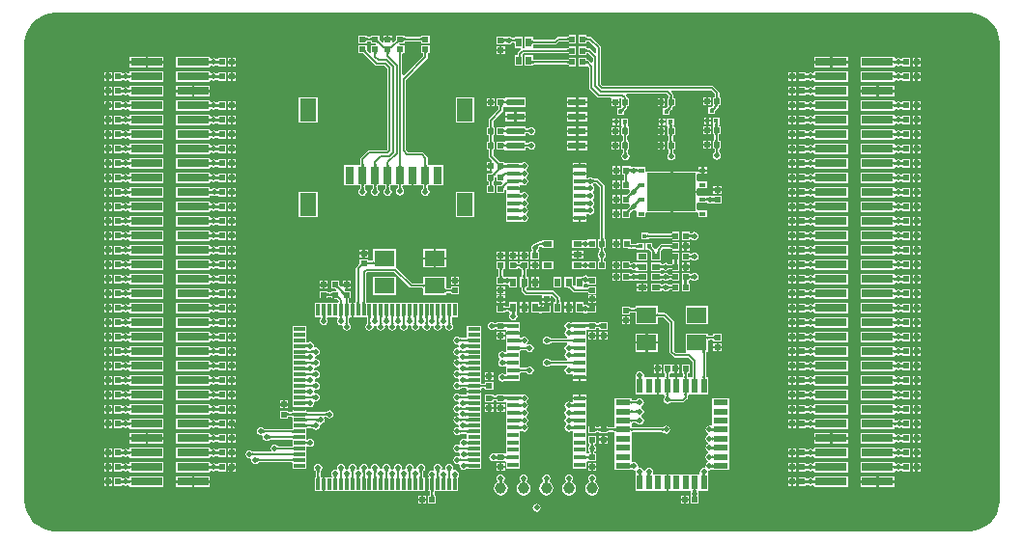
<source format=gbl>
G04*
G04 #@! TF.GenerationSoftware,Altium Limited,Altium Designer,20.0.13 (296)*
G04*
G04 Layer_Physical_Order=6*
G04 Layer_Color=16711680*
%FSLAX25Y25*%
%MOIN*%
G70*
G01*
G75*
%ADD11C,0.00787*%
%ADD14C,0.01575*%
%ADD16R,0.03150X0.01968*%
%ADD22R,0.01850X0.02047*%
%ADD28R,0.02047X0.01850*%
%ADD35R,0.01575X0.01575*%
%ADD36R,0.01575X0.01575*%
%ADD37R,0.01968X0.03150*%
%ADD62C,0.02953*%
%ADD66C,0.19685*%
%ADD67C,0.01968*%
%ADD68R,0.03937X0.01772*%
%ADD69R,0.05118X0.01968*%
%ADD70R,0.01968X0.05118*%
%ADD71R,0.01181X0.03937*%
%ADD72R,0.03937X0.01181*%
%ADD73C,0.03937*%
%ADD74R,0.06102X0.02362*%
%ADD75R,0.10984X0.02913*%
%ADD76R,0.02756X0.01968*%
%ADD77R,0.02362X0.01575*%
%ADD78R,0.16535X0.13386*%
%ADD79R,0.01968X0.02362*%
%ADD80R,0.05709X0.07874*%
%ADD81R,0.03150X0.05906*%
%ADD82R,0.07087X0.05512*%
G36*
X315669Y168288D02*
X317074Y168103D01*
X318442Y167736D01*
X319751Y167194D01*
X320978Y166486D01*
X322102Y165623D01*
X323104Y164621D01*
X323966Y163497D01*
X324674Y162271D01*
X325217Y160962D01*
X325583Y159593D01*
X325768Y158189D01*
Y157480D01*
Y0D01*
Y-708D01*
X325583Y-2113D01*
X325217Y-3481D01*
X324674Y-4790D01*
X323966Y-6017D01*
X323104Y-7141D01*
X322102Y-8143D01*
X320978Y-9005D01*
X319751Y-9714D01*
X318442Y-10256D01*
X317074Y-10623D01*
X315669Y-10808D01*
X314961D01*
X-0Y-10808D01*
X-709D01*
X-2113Y-10623D01*
X-3482Y-10256D01*
X-4791Y-9714D01*
X-6017Y-9005D01*
X-7141Y-8143D01*
X-8143Y-7141D01*
X-9006Y-6017D01*
X-9714Y-4790D01*
X-10256Y-3481D01*
X-10623Y-2113D01*
X-10808Y-708D01*
Y-0D01*
Y157480D01*
Y158189D01*
X-10623Y159593D01*
X-10256Y160962D01*
X-9714Y162271D01*
X-9006Y163497D01*
X-8143Y164621D01*
X-7141Y165623D01*
X-6017Y166486D01*
X-4791Y167194D01*
X-3482Y167736D01*
X-2113Y168103D01*
X-709Y168288D01*
X0Y168288D01*
X314961D01*
X315669Y168288D01*
D02*
G37*
%LPC*%
G36*
X128957Y160492D02*
X126122D01*
Y160037D01*
X126117Y160035D01*
X126059Y160020D01*
X125975Y160006D01*
X125868Y159996D01*
X125729Y159993D01*
X125691Y159976D01*
X120726D01*
X120688Y159993D01*
X120549Y159996D01*
X120442Y160006D01*
X120359Y160020D01*
X120300Y160035D01*
X120295Y160037D01*
Y160492D01*
X117461D01*
Y159465D01*
X117445Y159440D01*
X117454Y159406D01*
X117440Y159374D01*
X117461Y159324D01*
Y159105D01*
X117439Y159067D01*
X117372Y158971D01*
X117149Y158707D01*
X117003Y158556D01*
X116987Y158517D01*
X116465Y157994D01*
X115965Y158201D01*
Y158780D01*
X114547D01*
X113130D01*
Y158201D01*
X112630Y157994D01*
X112111Y158512D01*
X112097Y158550D01*
X111818Y158850D01*
X111726Y158966D01*
X111656Y159067D01*
X111634Y159105D01*
Y159324D01*
X111654Y159374D01*
X111641Y159406D01*
X111649Y159440D01*
X111634Y159465D01*
Y160492D01*
X108799D01*
Y160037D01*
X108794Y160035D01*
X108736Y160020D01*
X108652Y160006D01*
X108545Y159996D01*
X108406Y159993D01*
X108369Y159976D01*
X107734D01*
X107696Y159993D01*
X107557Y159996D01*
X107450Y160006D01*
X107367Y160020D01*
X107308Y160035D01*
X107303Y160037D01*
Y160492D01*
X104469D01*
Y157854D01*
X107303D01*
Y158309D01*
X107308Y158311D01*
X107367Y158327D01*
X107450Y158341D01*
X107557Y158350D01*
X107696Y158353D01*
X107734Y158370D01*
X108369D01*
X108406Y158353D01*
X108545Y158350D01*
X108652Y158341D01*
X108736Y158327D01*
X108794Y158311D01*
X108799Y158309D01*
Y157854D01*
X110023D01*
X110048Y157839D01*
X110082Y157847D01*
X110115Y157834D01*
X110164Y157854D01*
X110316D01*
X110595Y157572D01*
X110383Y157106D01*
X108799D01*
Y154717D01*
X108299Y154509D01*
X107808Y155001D01*
X107803Y155020D01*
X107777Y155037D01*
X107766Y155066D01*
X107479Y155375D01*
X107384Y155493D01*
X107313Y155595D01*
X107303Y155612D01*
Y155816D01*
X107322Y155852D01*
X107311Y155886D01*
X107322Y155921D01*
X107303Y155959D01*
Y157106D01*
X104469D01*
Y154469D01*
X105574D01*
X105585Y154460D01*
X105618Y154465D01*
X105648Y154450D01*
X105708Y154469D01*
X105945D01*
X106005Y154435D01*
X106099Y154369D01*
X106356Y154152D01*
X106503Y154011D01*
X106543Y153995D01*
X110241Y150297D01*
X110241Y150297D01*
X110501Y150123D01*
X110809Y150062D01*
X113277D01*
X114453Y148886D01*
Y120996D01*
X114240Y120783D01*
X108268D01*
X108268Y120783D01*
X107960Y120722D01*
X107700Y120548D01*
X107700Y120548D01*
X105318Y118166D01*
X105144Y117906D01*
X105083Y117598D01*
Y116026D01*
X104916Y115551D01*
X104024D01*
X103917Y115551D01*
X103524D01*
X103417Y115551D01*
X99587D01*
Y108858D01*
X103417D01*
X103524Y108858D01*
X103917D01*
X104024Y108858D01*
X105022D01*
X105024Y108853D01*
X105040Y108795D01*
X105053Y108711D01*
X105062Y108605D01*
X105066Y108466D01*
X105083Y108428D01*
Y108043D01*
X105066Y108005D01*
X105064Y107921D01*
X105058Y107856D01*
X105048Y107796D01*
X105035Y107743D01*
X105019Y107695D01*
X105000Y107651D01*
X104980Y107611D01*
X104956Y107575D01*
X104929Y107540D01*
X104886Y107494D01*
X104876Y107470D01*
X104588Y107038D01*
X104481Y106500D01*
X104588Y105962D01*
X104892Y105507D01*
X105348Y105202D01*
X105886Y105095D01*
X106423Y105202D01*
X106879Y105507D01*
X107184Y105962D01*
X107291Y106500D01*
X107184Y107038D01*
X106895Y107470D01*
X106886Y107494D01*
X106843Y107540D01*
X106816Y107575D01*
X106792Y107611D01*
X106771Y107651D01*
X106753Y107695D01*
X106737Y107743D01*
X106724Y107796D01*
X106714Y107856D01*
X106708Y107921D01*
X106705Y108005D01*
X106689Y108043D01*
Y108428D01*
X106705Y108466D01*
X106709Y108605D01*
X106718Y108711D01*
X106732Y108795D01*
X106748Y108853D01*
X106750Y108858D01*
X107854D01*
Y108858D01*
X108248D01*
Y108858D01*
X109353D01*
X109355Y108853D01*
X109370Y108795D01*
X109384Y108711D01*
X109393Y108605D01*
X109397Y108466D01*
X109414Y108428D01*
Y108043D01*
X109397Y108005D01*
X109394Y107921D01*
X109388Y107856D01*
X109378Y107796D01*
X109365Y107743D01*
X109350Y107695D01*
X109331Y107651D01*
X109310Y107611D01*
X109286Y107575D01*
X109260Y107540D01*
X109216Y107494D01*
X109207Y107470D01*
X108919Y107038D01*
X108812Y106500D01*
X108919Y105962D01*
X109223Y105507D01*
X109679Y105202D01*
X110217Y105095D01*
X110754Y105202D01*
X111210Y105507D01*
X111515Y105962D01*
X111621Y106500D01*
X111515Y107038D01*
X111226Y107470D01*
X111217Y107494D01*
X111173Y107540D01*
X111147Y107575D01*
X111123Y107611D01*
X111102Y107651D01*
X111083Y107695D01*
X111068Y107743D01*
X111055Y107796D01*
X111045Y107856D01*
X111039Y107921D01*
X111036Y108005D01*
X111019Y108043D01*
Y108428D01*
X111036Y108466D01*
X111040Y108605D01*
X111049Y108711D01*
X111063Y108795D01*
X111078Y108853D01*
X111080Y108858D01*
X112185D01*
Y108858D01*
X112579D01*
Y108858D01*
X113683D01*
X113685Y108853D01*
X113701Y108795D01*
X113715Y108711D01*
X113724Y108605D01*
X113728Y108466D01*
X113744Y108428D01*
Y108043D01*
X113728Y108005D01*
X113725Y107921D01*
X113719Y107856D01*
X113709Y107796D01*
X113696Y107743D01*
X113680Y107695D01*
X113662Y107651D01*
X113641Y107611D01*
X113617Y107575D01*
X113590Y107540D01*
X113547Y107494D01*
X113538Y107470D01*
X113249Y107038D01*
X113142Y106500D01*
X113249Y105962D01*
X113554Y105507D01*
X114010Y105202D01*
X114547Y105095D01*
X115085Y105202D01*
X115541Y105507D01*
X115845Y105962D01*
X115952Y106500D01*
X115845Y107038D01*
X115557Y107470D01*
X115548Y107494D01*
X115504Y107540D01*
X115477Y107575D01*
X115454Y107611D01*
X115433Y107651D01*
X115414Y107695D01*
X115398Y107743D01*
X115385Y107796D01*
X115376Y107856D01*
X115369Y107921D01*
X115367Y108005D01*
X115350Y108043D01*
Y108428D01*
X115367Y108466D01*
X115371Y108605D01*
X115380Y108711D01*
X115394Y108795D01*
X115409Y108853D01*
X115411Y108858D01*
X116516D01*
Y108858D01*
X116910D01*
Y108858D01*
X117935D01*
X117937Y108853D01*
X117953Y108795D01*
X117967Y108711D01*
X117976Y108605D01*
X117980Y108466D01*
X117996Y108428D01*
Y108122D01*
X117980Y108084D01*
X117977Y108000D01*
X117971Y107934D01*
X117961Y107875D01*
X117948Y107822D01*
X117932Y107773D01*
X117914Y107730D01*
X117893Y107690D01*
X117869Y107653D01*
X117842Y107619D01*
X117799Y107573D01*
X117790Y107548D01*
X117501Y107116D01*
X117394Y106579D01*
X117501Y106041D01*
X117806Y105585D01*
X118262Y105281D01*
X118799Y105174D01*
X119337Y105281D01*
X119793Y105585D01*
X120097Y106041D01*
X120204Y106579D01*
X120097Y107116D01*
X119808Y107548D01*
X119799Y107573D01*
X119756Y107619D01*
X119729Y107653D01*
X119706Y107690D01*
X119685Y107730D01*
X119666Y107773D01*
X119650Y107822D01*
X119637Y107875D01*
X119628Y107934D01*
X119621Y108000D01*
X119619Y108084D01*
X119602Y108122D01*
Y108384D01*
X119770Y108858D01*
X120740D01*
X120846Y108858D01*
X121240D01*
X121346Y108858D01*
X122815D01*
Y112205D01*
X123602D01*
Y108858D01*
X125071D01*
X125177Y108858D01*
X125571D01*
X125677Y108858D01*
X126676D01*
X126678Y108853D01*
X126693Y108795D01*
X126707Y108711D01*
X126716Y108605D01*
X126720Y108466D01*
X126737Y108428D01*
Y108043D01*
X126720Y108005D01*
X126717Y107921D01*
X126711Y107856D01*
X126701Y107796D01*
X126688Y107743D01*
X126672Y107695D01*
X126654Y107651D01*
X126633Y107611D01*
X126609Y107575D01*
X126582Y107540D01*
X126539Y107494D01*
X126530Y107470D01*
X126241Y107038D01*
X126134Y106500D01*
X126241Y105962D01*
X126546Y105507D01*
X127002Y105202D01*
X127539Y105095D01*
X128077Y105202D01*
X128533Y105507D01*
X128837Y105962D01*
X128944Y106500D01*
X128837Y107038D01*
X128549Y107470D01*
X128540Y107494D01*
X128496Y107540D01*
X128470Y107575D01*
X128446Y107611D01*
X128425Y107651D01*
X128406Y107695D01*
X128391Y107743D01*
X128377Y107796D01*
X128368Y107856D01*
X128362Y107921D01*
X128359Y108005D01*
X128342Y108043D01*
Y108384D01*
X128510Y108858D01*
X129402D01*
X129508Y108858D01*
X129902D01*
X130008Y108858D01*
X133839D01*
Y115551D01*
X130008D01*
X129902Y115551D01*
X129508D01*
X129402Y115551D01*
X128403D01*
X128401Y115556D01*
X128386Y115614D01*
X128372Y115698D01*
X128363Y115805D01*
X128359Y115944D01*
X128342Y115982D01*
Y118130D01*
X128342Y118130D01*
X128281Y118437D01*
X128107Y118698D01*
X128107Y118698D01*
X126946Y119859D01*
X126685Y120033D01*
X126378Y120094D01*
X121592D01*
X120783Y120903D01*
Y145140D01*
X128107Y152464D01*
X128281Y152724D01*
X128342Y153032D01*
Y154038D01*
X128359Y154076D01*
X128363Y154212D01*
X128372Y154316D01*
X128385Y154398D01*
X128401Y154454D01*
X128407Y154469D01*
X128957D01*
Y157106D01*
X126122D01*
Y154469D01*
X126672D01*
X126678Y154454D01*
X126693Y154398D01*
X126707Y154316D01*
X126716Y154212D01*
X126720Y154076D01*
X126736Y154038D01*
Y153364D01*
X120064Y146692D01*
X119602Y146883D01*
Y154038D01*
X119619Y154076D01*
X119623Y154212D01*
X119632Y154316D01*
X119645Y154398D01*
X119660Y154454D01*
X119666Y154469D01*
X120295D01*
Y157106D01*
X118763D01*
X118561Y157596D01*
X118791Y157854D01*
X118930D01*
X118980Y157834D01*
X119012Y157847D01*
X119046Y157839D01*
X119071Y157854D01*
X120295D01*
Y158309D01*
X120300Y158311D01*
X120359Y158327D01*
X120442Y158341D01*
X120549Y158350D01*
X120688Y158353D01*
X120726Y158370D01*
X125691D01*
X125729Y158353D01*
X125868Y158350D01*
X125975Y158341D01*
X126059Y158327D01*
X126117Y158311D01*
X126122Y158309D01*
Y157854D01*
X128957D01*
Y160492D01*
D02*
G37*
G36*
X179587Y160591D02*
X176949D01*
Y160037D01*
X176944Y160035D01*
X176885Y160020D01*
X176802Y160006D01*
X176695Y159996D01*
X176556Y159993D01*
X176518Y159976D01*
X173345D01*
X173345Y159976D01*
X173038Y159915D01*
X172777Y159741D01*
X171988Y158952D01*
X165080D01*
X165042Y158969D01*
X164906Y158973D01*
X164802Y158982D01*
X164720Y158996D01*
X164664Y159011D01*
X164650Y159017D01*
Y160118D01*
X161894D01*
X161894Y156445D01*
X161439Y156176D01*
X161144Y156322D01*
X161106Y156499D01*
Y160118D01*
X158350D01*
Y159780D01*
X157874Y159606D01*
X157846Y159619D01*
X157762Y159621D01*
X157696Y159628D01*
X157637Y159637D01*
X157583Y159650D01*
X157535Y159666D01*
X157492Y159685D01*
X157452Y159706D01*
X157415Y159729D01*
X157381Y159756D01*
X157334Y159799D01*
X157310Y159809D01*
X156878Y160097D01*
X156341Y160204D01*
X155803Y160097D01*
X155461Y159869D01*
X155372Y159897D01*
X154961Y160118D01*
X154961Y160118D01*
X154961Y160118D01*
X152126D01*
Y157480D01*
X154961D01*
Y157480D01*
X155141Y157629D01*
X155461Y157730D01*
X155803Y157501D01*
X156341Y157394D01*
X156878Y157501D01*
X157310Y157790D01*
X157334Y157799D01*
X157381Y157842D01*
X157415Y157869D01*
X157452Y157893D01*
X157492Y157914D01*
X157535Y157932D01*
X157583Y157948D01*
X157637Y157961D01*
X157696Y157971D01*
X157762Y157977D01*
X157846Y157980D01*
X157874Y157992D01*
X158350Y157818D01*
Y156181D01*
X160359D01*
X160453Y156046D01*
X160550Y155681D01*
X159551Y154682D01*
X159377Y154422D01*
X159333Y154202D01*
X159299Y154124D01*
X159296Y154001D01*
X159289Y153905D01*
X159278Y153831D01*
X159275Y153819D01*
X158350D01*
Y149882D01*
X161106D01*
Y153312D01*
X161119Y153331D01*
X161111Y153377D01*
X161127Y153417D01*
X161106Y153819D01*
X161063Y153924D01*
X161543Y154404D01*
X176518D01*
X176556Y154387D01*
X176695Y154383D01*
X176802Y154374D01*
X176885Y154360D01*
X176944Y154345D01*
X176949Y154343D01*
Y153789D01*
X179587D01*
Y156624D01*
X176949D01*
Y156070D01*
X176944Y156069D01*
X176885Y156053D01*
X176802Y156039D01*
X176695Y156030D01*
X176556Y156026D01*
X176518Y156009D01*
X165078D01*
X164650Y156181D01*
X164650Y156509D01*
Y157282D01*
X164664Y157288D01*
X164720Y157304D01*
X164802Y157317D01*
X164906Y157326D01*
X165042Y157330D01*
X165080Y157347D01*
X172321D01*
X172628Y157408D01*
X172889Y157582D01*
X173677Y158370D01*
X176518D01*
X176556Y158353D01*
X176695Y158350D01*
X176802Y158341D01*
X176885Y158327D01*
X176944Y158311D01*
X176949Y158309D01*
Y157756D01*
X179587D01*
Y160591D01*
D02*
G37*
G36*
X115965Y160492D02*
X114941D01*
Y159567D01*
X115965D01*
Y160492D01*
D02*
G37*
G36*
X114154D02*
X113130D01*
Y159567D01*
X114154D01*
Y160492D01*
D02*
G37*
G36*
X154961Y156732D02*
X153937D01*
Y155807D01*
X154961D01*
Y156732D01*
D02*
G37*
G36*
X153150D02*
X152126D01*
Y155807D01*
X153150D01*
Y156732D01*
D02*
G37*
G36*
X182972Y160591D02*
X180335D01*
Y157756D01*
X182972D01*
Y158306D01*
X182987Y158312D01*
X183043Y158327D01*
X183124Y158341D01*
X183229Y158350D01*
X183365Y158353D01*
X183403Y158370D01*
X184195D01*
X186500Y156065D01*
Y154560D01*
X186038Y154369D01*
X184633Y155774D01*
X184372Y155948D01*
X184065Y156009D01*
X183403D01*
X183365Y156026D01*
X183229Y156030D01*
X183124Y156039D01*
X183043Y156053D01*
X182987Y156068D01*
X182972Y156074D01*
Y156624D01*
X180335D01*
Y153789D01*
X182972D01*
Y154340D01*
X182987Y154346D01*
X183043Y154361D01*
X183124Y154374D01*
X183229Y154383D01*
X183365Y154387D01*
X183403Y154404D01*
X183732D01*
X185319Y152817D01*
Y151214D01*
X184857Y151022D01*
X184072Y151808D01*
X183811Y151982D01*
X183504Y152043D01*
X183403D01*
X183365Y152060D01*
X183229Y152063D01*
X183124Y152073D01*
X183043Y152086D01*
X182987Y152101D01*
X182972Y152107D01*
Y152657D01*
X180335D01*
Y149823D01*
X182972D01*
Y149929D01*
X183472Y150136D01*
X184138Y149471D01*
Y142421D01*
X184199Y142114D01*
X184373Y141854D01*
X186932Y139295D01*
X186932Y139295D01*
X187193Y139120D01*
X187500Y139059D01*
X191462D01*
X191870Y138839D01*
X191870Y138559D01*
Y137815D01*
X193189D01*
X194508D01*
Y138709D01*
X194882Y138924D01*
X195256Y138709D01*
Y136427D01*
X195254Y136422D01*
X195256Y136004D01*
X195085Y135575D01*
X195064Y135556D01*
X194947Y135461D01*
X194845Y135389D01*
X194819Y135374D01*
X194564D01*
X194544Y135382D01*
X194523Y135374D01*
X194488D01*
X194475Y135377D01*
X194471Y135374D01*
X193701D01*
Y133012D01*
X196063D01*
Y133782D01*
X196066Y133786D01*
X196063Y133799D01*
Y133834D01*
X196071Y133855D01*
X196063Y133875D01*
Y134130D01*
X196079Y134156D01*
X196147Y134254D01*
X196373Y134519D01*
X196520Y134672D01*
X196536Y134712D01*
X196957Y135132D01*
X196957Y135133D01*
X197131Y135393D01*
X197175Y135613D01*
X197209Y135690D01*
X197212Y135816D01*
X197219Y135913D01*
X197230Y135988D01*
X197234Y136004D01*
X197894D01*
Y138839D01*
X197281D01*
X197278Y138888D01*
X197276Y138982D01*
X197243Y139061D01*
X197198Y139284D01*
X197024Y139544D01*
X196790Y139778D01*
X196981Y140241D01*
X210789D01*
X211520Y139510D01*
Y139269D01*
X211503Y139231D01*
X211500Y139092D01*
X211490Y138986D01*
X211476Y138902D01*
X211461Y138844D01*
X211459Y138839D01*
X211004D01*
Y136427D01*
X211001Y136422D01*
X211004Y136004D01*
X210833Y135575D01*
X210812Y135556D01*
X210695Y135461D01*
X210593Y135389D01*
X210567Y135374D01*
X210312D01*
X210292Y135382D01*
X210271Y135374D01*
X210236D01*
X210223Y135377D01*
X210219Y135374D01*
X209449D01*
Y133012D01*
X211811D01*
Y133782D01*
X211814Y133786D01*
X211811Y133799D01*
Y133834D01*
X211820Y133855D01*
X211811Y133875D01*
Y134130D01*
X211826Y134156D01*
X211895Y134254D01*
X212121Y134519D01*
X212268Y134672D01*
X212284Y134712D01*
X212705Y135132D01*
X212705Y135133D01*
X212879Y135393D01*
X212923Y135613D01*
X212957Y135690D01*
X212960Y135816D01*
X212967Y135913D01*
X212978Y135988D01*
X212982Y136004D01*
X213642D01*
Y138839D01*
X213187D01*
X213185Y138843D01*
X213169Y138902D01*
X213155Y138986D01*
X213146Y139092D01*
X213142Y139231D01*
X213126Y139269D01*
Y139842D01*
X213126Y139842D01*
X213065Y140150D01*
X212891Y140410D01*
X212341Y140960D01*
X212532Y141422D01*
X226144D01*
X227347Y140219D01*
Y139565D01*
X227330Y139527D01*
X227326Y139388D01*
X227317Y139281D01*
X227303Y139197D01*
X227288Y139139D01*
X227286Y139134D01*
X226752D01*
Y136723D01*
X226750Y136717D01*
X226752Y136299D01*
X226581Y135870D01*
X226561Y135851D01*
X226443Y135757D01*
X226341Y135685D01*
X226315Y135669D01*
X226060D01*
X226040Y135678D01*
X226019Y135669D01*
X225984D01*
X225971Y135672D01*
X225967Y135669D01*
X225197D01*
Y133307D01*
X227559D01*
Y134077D01*
X227562Y134082D01*
X227559Y134094D01*
Y134130D01*
X227568Y134150D01*
X227559Y134170D01*
Y134425D01*
X227575Y134452D01*
X227643Y134549D01*
X227869Y134815D01*
X228017Y134967D01*
X228032Y135007D01*
X228453Y135428D01*
X228453Y135428D01*
X228627Y135688D01*
X228671Y135908D01*
X228705Y135986D01*
X228708Y136111D01*
X228715Y136208D01*
X228726Y136284D01*
X228730Y136299D01*
X229390D01*
Y139134D01*
X229013D01*
X229011Y139139D01*
X228996Y139197D01*
X228982Y139281D01*
X228973Y139388D01*
X228969Y139527D01*
X228952Y139565D01*
Y140551D01*
X228891Y140858D01*
X228717Y141119D01*
X227044Y142792D01*
X226784Y142966D01*
X226476Y143027D01*
X188811D01*
X188106Y143732D01*
Y156398D01*
X188106Y156398D01*
X188045Y156705D01*
X187871Y156965D01*
X185095Y159741D01*
X184835Y159915D01*
X184528Y159976D01*
X183403D01*
X183365Y159993D01*
X183229Y159996D01*
X183124Y160006D01*
X183043Y160019D01*
X182987Y160034D01*
X182972Y160040D01*
Y160591D01*
D02*
G37*
G36*
X154961Y155020D02*
X153937D01*
Y154095D01*
X154961D01*
Y155020D01*
D02*
G37*
G36*
X153150D02*
X152126D01*
Y154095D01*
X153150D01*
Y155020D01*
D02*
G37*
G36*
X298287Y152657D02*
X297362D01*
Y151634D01*
X298287D01*
Y152657D01*
D02*
G37*
G36*
X296575D02*
X295650D01*
Y151634D01*
X296575D01*
Y152657D01*
D02*
G37*
G36*
X37256Y153090D02*
X31764D01*
Y151634D01*
X37256D01*
Y153090D01*
D02*
G37*
G36*
X30976D02*
X25484D01*
Y151634D01*
X30976D01*
Y153090D01*
D02*
G37*
G36*
X273476D02*
X267984D01*
Y151634D01*
X273476D01*
Y153090D01*
D02*
G37*
G36*
X62067Y152657D02*
X61142D01*
Y151634D01*
X62067D01*
Y152657D01*
D02*
G37*
G36*
X60354D02*
X59429D01*
Y151634D01*
X60354D01*
Y152657D01*
D02*
G37*
G36*
X267197Y153090D02*
X261705D01*
Y151634D01*
X267197D01*
Y153090D01*
D02*
G37*
G36*
X298287Y150847D02*
X297362D01*
Y149823D01*
X298287D01*
Y150847D01*
D02*
G37*
G36*
X296575D02*
X295650D01*
Y149823D01*
X296575D01*
Y150847D01*
D02*
G37*
G36*
X289476Y153090D02*
X277705D01*
Y149390D01*
X289476D01*
Y149851D01*
X289477Y149852D01*
X289976Y150099D01*
X290210Y149942D01*
X290748Y149835D01*
X291286Y149942D01*
X291718Y150231D01*
X291742Y150240D01*
X292195Y150092D01*
X292229Y150041D01*
X292264Y149973D01*
Y149823D01*
X294902D01*
Y152657D01*
X292264D01*
Y152507D01*
X292229Y152439D01*
X292195Y152389D01*
X291742Y152240D01*
X291718Y152250D01*
X291286Y152538D01*
X290748Y152645D01*
X290210Y152538D01*
X289976Y152382D01*
X289477Y152629D01*
X289476Y152629D01*
Y153090D01*
D02*
G37*
G36*
X164650Y153819D02*
X161894D01*
Y149882D01*
X164650D01*
Y150373D01*
X164664Y150379D01*
X164720Y150394D01*
X164802Y150408D01*
X164906Y150417D01*
X165042Y150420D01*
X165080Y150437D01*
X176518D01*
X176556Y150420D01*
X176695Y150417D01*
X176802Y150408D01*
X176885Y150394D01*
X176944Y150378D01*
X176949Y150376D01*
Y149823D01*
X179587D01*
Y152657D01*
X176949D01*
Y152104D01*
X176944Y152102D01*
X176885Y152086D01*
X176802Y152073D01*
X176695Y152064D01*
X176556Y152060D01*
X176518Y152043D01*
X165080D01*
X165042Y152060D01*
X164906Y152063D01*
X164802Y152073D01*
X164720Y152086D01*
X164664Y152101D01*
X164650Y152107D01*
Y153819D01*
D02*
G37*
G36*
X62067Y150847D02*
X61142D01*
Y149823D01*
X62067D01*
Y150847D01*
D02*
G37*
G36*
X60354D02*
X59429D01*
Y149823D01*
X60354D01*
Y150847D01*
D02*
G37*
G36*
X53256Y153090D02*
X41484D01*
Y149390D01*
X53256D01*
Y149851D01*
X53256Y149852D01*
X53756Y150099D01*
X53990Y149942D01*
X54528Y149835D01*
X55065Y149942D01*
X55497Y150231D01*
X55522Y150240D01*
X55974Y150092D01*
X56008Y150041D01*
X56043Y149973D01*
Y149823D01*
X58681D01*
Y152657D01*
X56043D01*
Y152507D01*
X56008Y152439D01*
X55974Y152389D01*
X55522Y152240D01*
X55497Y152250D01*
X55065Y152538D01*
X54528Y152645D01*
X53990Y152538D01*
X53756Y152382D01*
X53257Y152628D01*
X53256Y152629D01*
Y153090D01*
D02*
G37*
G36*
X273476Y150847D02*
X267984D01*
Y149390D01*
X273476D01*
Y150847D01*
D02*
G37*
G36*
X267197D02*
X261705D01*
Y149390D01*
X267197D01*
Y150847D01*
D02*
G37*
G36*
X37256Y150847D02*
X31764D01*
Y149390D01*
X37256D01*
Y150847D01*
D02*
G37*
G36*
X30976D02*
X25484D01*
Y149390D01*
X30976D01*
Y150847D01*
D02*
G37*
G36*
X273476Y148090D02*
X261705D01*
Y147629D01*
X261704Y147628D01*
X261205Y147382D01*
X260971Y147538D01*
X260433Y147645D01*
X259895Y147538D01*
X259463Y147249D01*
X259439Y147240D01*
X258987Y147389D01*
X258952Y147439D01*
X258917Y147507D01*
Y147658D01*
X256279D01*
Y144823D01*
X258917D01*
Y144973D01*
X258952Y145041D01*
X258987Y145091D01*
X259439Y145240D01*
X259463Y145231D01*
X259895Y144942D01*
X260433Y144835D01*
X260971Y144942D01*
X261205Y145099D01*
X261704Y144852D01*
X261705Y144851D01*
Y144390D01*
X273476D01*
Y148090D01*
D02*
G37*
G36*
X37256D02*
X25484D01*
Y147629D01*
X25484Y147628D01*
X24984Y147382D01*
X24750Y147538D01*
X24213Y147645D01*
X23675Y147538D01*
X23243Y147249D01*
X23219Y147240D01*
X22766Y147389D01*
X22732Y147439D01*
X22697Y147507D01*
Y147658D01*
X20059D01*
Y144823D01*
X22697D01*
Y144973D01*
X22732Y145041D01*
X22766Y145091D01*
X23219Y145240D01*
X23243Y145231D01*
X23675Y144942D01*
X24213Y144835D01*
X24750Y144942D01*
X24984Y145099D01*
X25484Y144852D01*
X25484Y144851D01*
Y144390D01*
X37256D01*
Y148090D01*
D02*
G37*
G36*
X298287Y147658D02*
X297362D01*
Y146634D01*
X298287D01*
Y147658D01*
D02*
G37*
G36*
X296575D02*
X295650D01*
Y146634D01*
X296575D01*
Y147658D01*
D02*
G37*
G36*
X255532Y147658D02*
X254606D01*
Y146634D01*
X255532D01*
Y147658D01*
D02*
G37*
G36*
X19311D02*
X18386D01*
Y146634D01*
X19311D01*
Y147658D01*
D02*
G37*
G36*
X253819D02*
X252894D01*
Y146634D01*
X253819D01*
Y147658D01*
D02*
G37*
G36*
X17598D02*
X16673D01*
Y146634D01*
X17598D01*
Y147658D01*
D02*
G37*
G36*
X62067Y147658D02*
X61142D01*
Y146634D01*
X62067D01*
Y147658D01*
D02*
G37*
G36*
X60354D02*
X59429D01*
Y146634D01*
X60354D01*
Y147658D01*
D02*
G37*
G36*
X298287Y145846D02*
X297362D01*
Y144823D01*
X298287D01*
Y145846D01*
D02*
G37*
G36*
X296575D02*
X295650D01*
Y144823D01*
X296575D01*
Y145846D01*
D02*
G37*
G36*
X289476Y148090D02*
X277705D01*
Y144390D01*
X289476D01*
Y144851D01*
X289477Y144852D01*
X289976Y145099D01*
X290210Y144942D01*
X290748Y144835D01*
X291286Y144942D01*
X291718Y145231D01*
X291742Y145240D01*
X292195Y145092D01*
X292229Y145041D01*
X292264Y144973D01*
Y144823D01*
X294902D01*
Y147658D01*
X292264D01*
Y147507D01*
X292229Y147439D01*
X292195Y147389D01*
X291742Y147240D01*
X291718Y147249D01*
X291286Y147538D01*
X290748Y147645D01*
X290210Y147538D01*
X289976Y147382D01*
X289477Y147628D01*
X289476Y147629D01*
Y148090D01*
D02*
G37*
G36*
X62067Y145846D02*
X61142D01*
Y144823D01*
X62067D01*
Y145846D01*
D02*
G37*
G36*
X60354D02*
X59429D01*
Y144823D01*
X60354D01*
Y145846D01*
D02*
G37*
G36*
X53256Y148090D02*
X41484D01*
Y144390D01*
X53256D01*
Y144851D01*
X53256Y144852D01*
X53756Y145099D01*
X53990Y144942D01*
X54528Y144835D01*
X55065Y144942D01*
X55497Y145231D01*
X55522Y145240D01*
X55974Y145092D01*
X56008Y145041D01*
X56043Y144973D01*
Y144823D01*
X58681D01*
Y147658D01*
X56043D01*
Y147507D01*
X56008Y147439D01*
X55974Y147389D01*
X55522Y147240D01*
X55497Y147249D01*
X55065Y147538D01*
X54528Y147645D01*
X53990Y147538D01*
X53756Y147382D01*
X53257Y147628D01*
X53256Y147629D01*
Y148090D01*
D02*
G37*
G36*
X255532Y145846D02*
X254606D01*
Y144823D01*
X255532D01*
Y145846D01*
D02*
G37*
G36*
X253819D02*
X252894D01*
Y144823D01*
X253819D01*
Y145846D01*
D02*
G37*
G36*
X19311D02*
X18386D01*
Y144823D01*
X19311D01*
Y145846D01*
D02*
G37*
G36*
X17598D02*
X16673D01*
Y144823D01*
X17598D01*
Y145846D01*
D02*
G37*
G36*
X273476Y143090D02*
X261705D01*
Y142630D01*
X261704Y142629D01*
X261205Y142382D01*
X260971Y142538D01*
X260433Y142645D01*
X259895Y142538D01*
X259463Y142250D01*
X259439Y142240D01*
X258987Y142389D01*
X258952Y142439D01*
X258917Y142507D01*
Y142657D01*
X256279D01*
Y139823D01*
X258917D01*
Y139973D01*
X258952Y140041D01*
X258987Y140092D01*
X259439Y140240D01*
X259463Y140231D01*
X259895Y139942D01*
X260433Y139835D01*
X260971Y139942D01*
X261205Y140099D01*
X261704Y139852D01*
X261705Y139851D01*
Y139390D01*
X273476D01*
Y143090D01*
D02*
G37*
G36*
X37256D02*
X25484D01*
Y142630D01*
X25484Y142629D01*
X24984Y142382D01*
X24750Y142538D01*
X24213Y142645D01*
X23675Y142538D01*
X23243Y142250D01*
X23219Y142240D01*
X22766Y142389D01*
X22732Y142439D01*
X22697Y142507D01*
Y142657D01*
X20059D01*
Y139823D01*
X22697D01*
Y139973D01*
X22732Y140041D01*
X22766Y140092D01*
X23219Y140240D01*
X23243Y140231D01*
X23675Y139942D01*
X24213Y139835D01*
X24750Y139942D01*
X24984Y140099D01*
X25484Y139852D01*
X25484Y139851D01*
Y139390D01*
X37256D01*
Y143090D01*
D02*
G37*
G36*
X53256D02*
X47764D01*
Y141634D01*
X53256D01*
Y143090D01*
D02*
G37*
G36*
X255532Y142657D02*
X254606D01*
Y141634D01*
X255532D01*
Y142657D01*
D02*
G37*
G36*
X19311D02*
X18386D01*
Y141634D01*
X19311D01*
Y142657D01*
D02*
G37*
G36*
X253819D02*
X252894D01*
Y141634D01*
X253819D01*
Y142657D01*
D02*
G37*
G36*
X17598D02*
X16673D01*
Y141634D01*
X17598D01*
Y142657D01*
D02*
G37*
G36*
X46976Y143090D02*
X41484D01*
Y141634D01*
X46976D01*
Y143090D01*
D02*
G37*
G36*
X289476D02*
X283984D01*
Y141634D01*
X289476D01*
Y143090D01*
D02*
G37*
G36*
X283197D02*
X277705D01*
Y141634D01*
X283197D01*
Y143090D01*
D02*
G37*
G36*
X255532Y140847D02*
X254606D01*
Y139823D01*
X255532D01*
Y140847D01*
D02*
G37*
G36*
X253819D02*
X252894D01*
Y139823D01*
X253819D01*
Y140847D01*
D02*
G37*
G36*
X19311D02*
X18386D01*
Y139823D01*
X19311D01*
Y140847D01*
D02*
G37*
G36*
X17598D02*
X16673D01*
Y139823D01*
X17598D01*
Y140847D01*
D02*
G37*
G36*
X289476Y140847D02*
X283984D01*
Y139390D01*
X289476D01*
Y140847D01*
D02*
G37*
G36*
X283197D02*
X277705D01*
Y139390D01*
X283197D01*
Y140847D01*
D02*
G37*
G36*
X53256Y140847D02*
X47764D01*
Y139390D01*
X53256D01*
Y140847D01*
D02*
G37*
G36*
X46976D02*
X41484D01*
Y139390D01*
X46976D01*
Y140847D01*
D02*
G37*
G36*
X226004Y139134D02*
X225079D01*
Y138110D01*
X226004D01*
Y139134D01*
D02*
G37*
G36*
X224291D02*
X223366D01*
Y138110D01*
X224291D01*
Y139134D01*
D02*
G37*
G36*
X210256Y138839D02*
X209331D01*
Y137815D01*
X210256D01*
Y138839D01*
D02*
G37*
G36*
X208543D02*
X207618D01*
Y137815D01*
X208543D01*
Y138839D01*
D02*
G37*
G36*
X183366Y138996D02*
X180315D01*
Y137815D01*
X183366D01*
Y138996D01*
D02*
G37*
G36*
X151476Y138839D02*
X150551D01*
Y137815D01*
X151476D01*
Y138839D01*
D02*
G37*
G36*
X149764D02*
X148839D01*
Y137815D01*
X149764D01*
Y138839D01*
D02*
G37*
G36*
X179527Y138996D02*
X176476D01*
Y137815D01*
X179527D01*
Y138996D01*
D02*
G37*
G36*
X273476Y138090D02*
X261705D01*
Y137629D01*
X261704Y137628D01*
X261205Y137382D01*
X260971Y137538D01*
X260433Y137645D01*
X259895Y137538D01*
X259463Y137250D01*
X259439Y137240D01*
X258987Y137389D01*
X258952Y137439D01*
X258917Y137507D01*
Y137657D01*
X256279D01*
Y134823D01*
X258917D01*
Y134973D01*
X258952Y135041D01*
X258987Y135091D01*
X259439Y135240D01*
X259463Y135231D01*
X259895Y134942D01*
X260433Y134835D01*
X260971Y134942D01*
X261205Y135099D01*
X261704Y134852D01*
X261705Y134851D01*
Y134390D01*
X273476D01*
Y138090D01*
D02*
G37*
G36*
X37256D02*
X25484D01*
Y137629D01*
X25484Y137628D01*
X24984Y137382D01*
X24750Y137538D01*
X24213Y137645D01*
X23675Y137538D01*
X23243Y137250D01*
X23219Y137240D01*
X22766Y137389D01*
X22732Y137439D01*
X22697Y137507D01*
Y137657D01*
X20059D01*
Y134823D01*
X22697D01*
Y134973D01*
X22732Y135041D01*
X22766Y135091D01*
X23219Y135240D01*
X23243Y135231D01*
X23675Y134942D01*
X24213Y134835D01*
X24750Y134942D01*
X24984Y135099D01*
X25484Y134852D01*
X25484Y134851D01*
Y134390D01*
X37256D01*
Y138090D01*
D02*
G37*
G36*
X298287Y137657D02*
X297362D01*
Y136634D01*
X298287D01*
Y137657D01*
D02*
G37*
G36*
X296575D02*
X295650D01*
Y136634D01*
X296575D01*
Y137657D01*
D02*
G37*
G36*
X255532Y137657D02*
X254606D01*
Y136634D01*
X255532D01*
Y137657D01*
D02*
G37*
G36*
X19311D02*
X18386D01*
Y136634D01*
X19311D01*
Y137657D01*
D02*
G37*
G36*
X253819D02*
X252894D01*
Y136634D01*
X253819D01*
Y137657D01*
D02*
G37*
G36*
X17598D02*
X16673D01*
Y136634D01*
X17598D01*
Y137657D01*
D02*
G37*
G36*
X62067Y137657D02*
X61142D01*
Y136634D01*
X62067D01*
Y137657D01*
D02*
G37*
G36*
X60354D02*
X59429D01*
Y136634D01*
X60354D01*
Y137657D01*
D02*
G37*
G36*
X226004Y137323D02*
X225079D01*
Y136299D01*
X226004D01*
Y137323D01*
D02*
G37*
G36*
X224291D02*
X223366D01*
Y136299D01*
X224291D01*
Y137323D01*
D02*
G37*
G36*
X210256Y137028D02*
X209331D01*
Y136004D01*
X210256D01*
Y137028D01*
D02*
G37*
G36*
X208543D02*
X207618D01*
Y136004D01*
X208543D01*
Y137028D01*
D02*
G37*
G36*
X194508Y137028D02*
X193583D01*
Y136004D01*
X194508D01*
Y137028D01*
D02*
G37*
G36*
X192795D02*
X191870D01*
Y136004D01*
X192795D01*
Y137028D01*
D02*
G37*
G36*
X151476D02*
X150551D01*
Y136004D01*
X151476D01*
Y137028D01*
D02*
G37*
G36*
X149764D02*
X148839D01*
Y136004D01*
X149764D01*
Y137028D01*
D02*
G37*
G36*
X183366D02*
X180315D01*
Y135846D01*
X183366D01*
Y137028D01*
D02*
G37*
G36*
X179527D02*
X176476D01*
Y135846D01*
X179527D01*
Y137028D01*
D02*
G37*
G36*
X155217Y138996D02*
X154862Y138839D01*
X152224D01*
Y136004D01*
X152680D01*
X152682Y135999D01*
X152697Y135941D01*
X152711Y135857D01*
X152720Y135750D01*
X152724Y135611D01*
X152741Y135573D01*
Y134880D01*
X149590Y131729D01*
X149416Y131469D01*
X149355Y131161D01*
Y129269D01*
X149338Y129231D01*
X149334Y129092D01*
X149325Y128986D01*
X149311Y128902D01*
X149296Y128843D01*
X149294Y128839D01*
X148839D01*
Y126004D01*
X149294D01*
X149296Y125999D01*
X149311Y125941D01*
X149325Y125857D01*
X149334Y125750D01*
X149338Y125611D01*
X149355Y125573D01*
Y124269D01*
X149338Y124231D01*
X149334Y124092D01*
X149325Y123986D01*
X149311Y123902D01*
X149296Y123843D01*
X149294Y123839D01*
X148839D01*
Y121004D01*
X149294D01*
X149296Y120999D01*
X149311Y120941D01*
X149325Y120857D01*
X149334Y120750D01*
X149338Y120611D01*
X149355Y120573D01*
Y118740D01*
X149416Y118433D01*
X149590Y118173D01*
X150627Y117135D01*
X150551Y116952D01*
Y115256D01*
Y113667D01*
X150804Y113345D01*
X150781Y113200D01*
X150480Y112921D01*
X150365Y112828D01*
X150264Y112758D01*
X150226Y112736D01*
X150006D01*
X149957Y112757D01*
X149925Y112743D01*
X149891Y112751D01*
X149866Y112736D01*
X148839D01*
Y109902D01*
X149294D01*
X149296Y109897D01*
X149311Y109838D01*
X149325Y109755D01*
X149334Y109648D01*
X149338Y109509D01*
X149355Y109471D01*
Y109230D01*
X149338Y109192D01*
X149334Y109053D01*
X149325Y108946D01*
X149311Y108863D01*
X149296Y108804D01*
X149294Y108799D01*
X148839D01*
Y105965D01*
X151476D01*
Y108799D01*
X151021D01*
X151019Y108804D01*
X151004Y108863D01*
X150990Y108946D01*
X150981Y109053D01*
X150977Y109192D01*
X150960Y109230D01*
Y109471D01*
X150977Y109509D01*
X150981Y109648D01*
X150990Y109755D01*
X151004Y109838D01*
X151019Y109897D01*
X151021Y109902D01*
X151476D01*
Y111126D01*
X151492Y111151D01*
X151483Y111185D01*
X151497Y111217D01*
X151476Y111266D01*
Y111418D01*
X151758Y111697D01*
X152224Y111486D01*
Y109902D01*
X153802D01*
X154190Y109407D01*
X154166Y109263D01*
X153866Y108984D01*
X153750Y108891D01*
X153650Y108821D01*
X153612Y108799D01*
X153392D01*
X153343Y108820D01*
X153311Y108806D01*
X153277Y108814D01*
X153252Y108799D01*
X152224D01*
Y105965D01*
X154862D01*
Y107189D01*
X154877Y107213D01*
X154869Y107248D01*
X154883Y107280D01*
X154944Y107384D01*
X155012Y107430D01*
X155512Y107164D01*
X155512Y106299D01*
X155512Y105799D01*
Y104240D01*
X155512Y103740D01*
X155512D01*
Y103740D01*
X155512D01*
Y101681D01*
X155512Y101181D01*
X155512D01*
Y101181D01*
X155512D01*
Y99122D01*
X155512Y98622D01*
X155512D01*
Y98622D01*
X155512D01*
Y96063D01*
X160236D01*
Y96063D01*
X160310Y96117D01*
X160370Y96155D01*
X160736Y96272D01*
X161076Y96044D01*
X161614Y95938D01*
X162152Y96044D01*
X162608Y96349D01*
X162912Y96805D01*
X163019Y97342D01*
X162912Y97880D01*
X162608Y98336D01*
X162554Y98372D01*
Y98872D01*
X162608Y98908D01*
X162912Y99364D01*
X163019Y99902D01*
X162912Y100439D01*
X162608Y100895D01*
X162554Y100931D01*
Y101431D01*
X162608Y101467D01*
X162912Y101923D01*
X163019Y102461D01*
X162912Y102998D01*
X162608Y103454D01*
X162554Y103490D01*
Y103990D01*
X162608Y104026D01*
X162912Y104482D01*
X163019Y105020D01*
X162912Y105557D01*
X162608Y106013D01*
X162152Y106318D01*
X161614Y106425D01*
X161076Y106318D01*
X160736Y106090D01*
X160417Y106192D01*
X160244Y106339D01*
X160242Y106341D01*
X160240Y106345D01*
X160238Y106349D01*
X160236Y106353D01*
X160236Y106799D01*
Y107185D01*
X157874D01*
Y107972D01*
X160236D01*
Y108805D01*
X160238Y108808D01*
X160240Y108812D01*
X160242Y108816D01*
X160244Y108819D01*
X160417Y108966D01*
X160736Y109067D01*
X161076Y108840D01*
X161614Y108733D01*
X162152Y108840D01*
X162608Y109144D01*
X162912Y109600D01*
X163019Y110138D01*
X162912Y110676D01*
X162608Y111131D01*
X162554Y111167D01*
Y111667D01*
X162608Y111703D01*
X162912Y112159D01*
X163019Y112697D01*
X162912Y113234D01*
X162608Y113690D01*
X162556Y113725D01*
Y114326D01*
X162608Y114361D01*
X162912Y114817D01*
X163019Y115354D01*
X162912Y115892D01*
X162608Y116348D01*
X162152Y116652D01*
X161614Y116759D01*
X161076Y116652D01*
X160736Y116425D01*
X160236Y116535D01*
X160236Y116535D01*
X155512D01*
Y116535D01*
X155213Y116421D01*
X154862Y116636D01*
Y116673D01*
X153835D01*
X153810Y116688D01*
X153776Y116680D01*
X153744Y116694D01*
X153694Y116673D01*
X153475D01*
X153437Y116695D01*
X153341Y116762D01*
X153077Y116985D01*
X152926Y117131D01*
X152887Y117147D01*
X150960Y119073D01*
Y120573D01*
X150977Y120611D01*
X150981Y120750D01*
X150990Y120857D01*
X151004Y120941D01*
X151019Y120999D01*
X151021Y121004D01*
X151476D01*
Y123839D01*
X151021D01*
X151019Y123843D01*
X151004Y123902D01*
X150990Y123986D01*
X150981Y124092D01*
X150977Y124231D01*
X150960Y124269D01*
Y125573D01*
X150977Y125611D01*
X150981Y125750D01*
X150990Y125857D01*
X151004Y125941D01*
X151019Y125999D01*
X151021Y126004D01*
X151476D01*
Y128839D01*
X151021D01*
X151019Y128843D01*
X151004Y128902D01*
X150990Y128986D01*
X150981Y129092D01*
X150977Y129231D01*
X150960Y129269D01*
Y130829D01*
X154111Y133979D01*
X154111Y133980D01*
X154285Y134240D01*
X154346Y134547D01*
Y135573D01*
X154363Y135611D01*
X154367Y135750D01*
X154376Y135857D01*
X154390Y135941D01*
X154399Y135978D01*
X154871Y136000D01*
X155217Y135846D01*
Y135846D01*
X162106D01*
Y138996D01*
X155217D01*
Y138996D01*
D02*
G37*
G36*
X298287Y135846D02*
X297362D01*
Y134823D01*
X298287D01*
Y135846D01*
D02*
G37*
G36*
X296575D02*
X295650D01*
Y134823D01*
X296575D01*
Y135846D01*
D02*
G37*
G36*
X289476Y138090D02*
X277705D01*
Y134390D01*
X289476D01*
Y134851D01*
X289477Y134852D01*
X289976Y135099D01*
X290210Y134942D01*
X290748Y134835D01*
X291286Y134942D01*
X291718Y135231D01*
X291742Y135240D01*
X292195Y135092D01*
X292229Y135041D01*
X292264Y134973D01*
Y134823D01*
X294902D01*
Y137657D01*
X292264D01*
Y137507D01*
X292229Y137439D01*
X292195Y137389D01*
X291742Y137240D01*
X291718Y137250D01*
X291286Y137538D01*
X290748Y137645D01*
X290210Y137538D01*
X289976Y137382D01*
X289477Y137628D01*
X289476Y137629D01*
Y138090D01*
D02*
G37*
G36*
X255532Y135846D02*
X254606D01*
Y134823D01*
X255532D01*
Y135846D01*
D02*
G37*
G36*
X253819D02*
X252894D01*
Y134823D01*
X253819D01*
Y135846D01*
D02*
G37*
G36*
X19311D02*
X18386D01*
Y134823D01*
X19311D01*
Y135846D01*
D02*
G37*
G36*
X17598D02*
X16673D01*
Y134823D01*
X17598D01*
Y135846D01*
D02*
G37*
G36*
X62067Y135846D02*
X61142D01*
Y134823D01*
X62067D01*
Y135846D01*
D02*
G37*
G36*
X60354D02*
X59429D01*
Y134823D01*
X60354D01*
Y135846D01*
D02*
G37*
G36*
X53256Y138090D02*
X41484D01*
Y134390D01*
X53256D01*
Y134851D01*
X53256Y134852D01*
X53756Y135099D01*
X53990Y134942D01*
X54528Y134835D01*
X55065Y134942D01*
X55497Y135231D01*
X55522Y135240D01*
X55974Y135091D01*
X56008Y135041D01*
X56043Y134973D01*
Y134823D01*
X58681D01*
Y137657D01*
X56043D01*
Y137507D01*
X56008Y137439D01*
X55974Y137389D01*
X55522Y137240D01*
X55497Y137249D01*
X55065Y137538D01*
X54528Y137645D01*
X53990Y137538D01*
X53756Y137382D01*
X53256Y137628D01*
X53256Y137629D01*
Y138090D01*
D02*
G37*
G36*
X183366Y133996D02*
X180315D01*
Y132815D01*
X183366D01*
Y133996D01*
D02*
G37*
G36*
X162106D02*
X159055D01*
Y132815D01*
X162106D01*
Y133996D01*
D02*
G37*
G36*
X179527D02*
X176476D01*
Y132815D01*
X179527D01*
Y133996D01*
D02*
G37*
G36*
X158268D02*
X155217D01*
Y132815D01*
X158268D01*
Y133996D01*
D02*
G37*
G36*
X37256Y133090D02*
X25484D01*
Y132630D01*
X25484Y132629D01*
X24984Y132382D01*
X24750Y132538D01*
X24213Y132645D01*
X23675Y132538D01*
X23243Y132249D01*
X23219Y132240D01*
X22766Y132389D01*
X22732Y132439D01*
X22697Y132507D01*
Y132658D01*
X20059D01*
Y129823D01*
X22697D01*
Y129973D01*
X22732Y130041D01*
X22766Y130092D01*
X23219Y130240D01*
X23243Y130231D01*
X23675Y129942D01*
X24213Y129835D01*
X24750Y129942D01*
X24984Y130099D01*
X25484Y129852D01*
X25484Y129851D01*
Y129390D01*
X37256D01*
Y133090D01*
D02*
G37*
G36*
X273476D02*
X261705D01*
Y132630D01*
X261704Y132629D01*
X261205Y132382D01*
X260971Y132538D01*
X260433Y132645D01*
X259895Y132538D01*
X259463Y132249D01*
X259439Y132240D01*
X258987Y132389D01*
X258952Y132439D01*
X258917Y132507D01*
Y132658D01*
X256279D01*
Y129823D01*
X258917D01*
Y129973D01*
X258952Y130041D01*
X258987Y130092D01*
X259439Y130240D01*
X259463Y130231D01*
X259895Y129942D01*
X260433Y129835D01*
X260971Y129942D01*
X261205Y130099D01*
X261704Y129852D01*
X261705Y129851D01*
Y129390D01*
X273476D01*
Y133090D01*
D02*
G37*
G36*
X298287Y132658D02*
X297362D01*
Y131634D01*
X298287D01*
Y132658D01*
D02*
G37*
G36*
X296575D02*
X295650D01*
Y131634D01*
X296575D01*
Y132658D01*
D02*
G37*
G36*
X19311Y132658D02*
X18386D01*
Y131634D01*
X19311D01*
Y132658D01*
D02*
G37*
G36*
X255532D02*
X254606D01*
Y131634D01*
X255532D01*
Y132658D01*
D02*
G37*
G36*
X17598D02*
X16673D01*
Y131634D01*
X17598D01*
Y132658D01*
D02*
G37*
G36*
X253819D02*
X252894D01*
Y131634D01*
X253819D01*
Y132658D01*
D02*
G37*
G36*
X62067Y132657D02*
X61142D01*
Y131634D01*
X62067D01*
Y132657D01*
D02*
G37*
G36*
X60354D02*
X59429D01*
Y131634D01*
X60354D01*
Y132657D01*
D02*
G37*
G36*
X226083Y132126D02*
X225295D01*
Y131339D01*
X226083D01*
Y132126D01*
D02*
G37*
G36*
X224508D02*
X223721D01*
Y131339D01*
X224508D01*
Y132126D01*
D02*
G37*
G36*
X194587Y131831D02*
X193799D01*
Y131043D01*
X194587D01*
Y131831D01*
D02*
G37*
G36*
X193012D02*
X192224D01*
Y131043D01*
X193012D01*
Y131831D01*
D02*
G37*
G36*
X210335D02*
X209547D01*
Y131043D01*
X210335D01*
Y131831D01*
D02*
G37*
G36*
X208760D02*
X207972D01*
Y131043D01*
X208760D01*
Y131831D01*
D02*
G37*
G36*
X183366Y132028D02*
X180315D01*
Y130847D01*
X183366D01*
Y132028D01*
D02*
G37*
G36*
X179527D02*
X176476D01*
Y130847D01*
X179527D01*
Y132028D01*
D02*
G37*
G36*
X162106D02*
X159055D01*
Y130847D01*
X162106D01*
Y132028D01*
D02*
G37*
G36*
X158268D02*
X155217D01*
Y130847D01*
X158268D01*
Y132028D01*
D02*
G37*
G36*
X144488Y138976D02*
X137992D01*
Y130315D01*
X144488D01*
Y138976D01*
D02*
G37*
G36*
X90354D02*
X83858D01*
Y130315D01*
X90354D01*
Y138976D01*
D02*
G37*
G36*
X298287Y130847D02*
X297362D01*
Y129823D01*
X298287D01*
Y130847D01*
D02*
G37*
G36*
X296575D02*
X295650D01*
Y129823D01*
X296575D01*
Y130847D01*
D02*
G37*
G36*
X289476Y133090D02*
X277705D01*
Y129390D01*
X289476D01*
Y129851D01*
X289477Y129852D01*
X289976Y130099D01*
X290210Y129942D01*
X290748Y129835D01*
X291286Y129942D01*
X291718Y130231D01*
X291742Y130240D01*
X292195Y130092D01*
X292229Y130041D01*
X292264Y129973D01*
Y129823D01*
X294902D01*
Y132658D01*
X292264D01*
Y132507D01*
X292229Y132439D01*
X292195Y132389D01*
X291742Y132240D01*
X291718Y132249D01*
X291286Y132538D01*
X290748Y132645D01*
X290210Y132538D01*
X289976Y132382D01*
X289477Y132628D01*
X289476Y132630D01*
Y133090D01*
D02*
G37*
G36*
X255532Y130847D02*
X254606D01*
Y129823D01*
X255532D01*
Y130847D01*
D02*
G37*
G36*
X253819D02*
X252894D01*
Y129823D01*
X253819D01*
Y130847D01*
D02*
G37*
G36*
X19311D02*
X18386D01*
Y129823D01*
X19311D01*
Y130847D01*
D02*
G37*
G36*
X17598D02*
X16673D01*
Y129823D01*
X17598D01*
Y130847D01*
D02*
G37*
G36*
X62067Y130846D02*
X61142D01*
Y129823D01*
X62067D01*
Y130846D01*
D02*
G37*
G36*
X60354D02*
X59429D01*
Y129823D01*
X60354D01*
Y130846D01*
D02*
G37*
G36*
X53256Y133090D02*
X41484D01*
Y129390D01*
X53256D01*
Y129851D01*
X53256Y129852D01*
X53756Y130098D01*
X53990Y129942D01*
X54528Y129835D01*
X55065Y129942D01*
X55497Y130231D01*
X55522Y130240D01*
X55974Y130092D01*
X56008Y130041D01*
X56043Y129973D01*
Y129823D01*
X58681D01*
Y132657D01*
X56043D01*
Y132507D01*
X56008Y132439D01*
X55974Y132389D01*
X55522Y132240D01*
X55497Y132249D01*
X55065Y132538D01*
X54528Y132645D01*
X53990Y132538D01*
X53756Y132382D01*
X53256Y132628D01*
X53256Y132629D01*
Y133090D01*
D02*
G37*
G36*
X226083Y130551D02*
X225295D01*
Y129764D01*
X226083D01*
Y130551D01*
D02*
G37*
G36*
X224508D02*
X223721D01*
Y129764D01*
X224508D01*
Y130551D01*
D02*
G37*
G36*
X210335Y130256D02*
X209547D01*
Y129469D01*
X210335D01*
Y130256D01*
D02*
G37*
G36*
X208760D02*
X207972D01*
Y129469D01*
X208760D01*
Y130256D01*
D02*
G37*
G36*
X194587Y130256D02*
X193799D01*
Y129469D01*
X194587D01*
Y130256D01*
D02*
G37*
G36*
X193012D02*
X192224D01*
Y129469D01*
X193012D01*
Y130256D01*
D02*
G37*
G36*
X226004Y129134D02*
X225079D01*
Y128110D01*
X226004D01*
Y129134D01*
D02*
G37*
G36*
X224291D02*
X223366D01*
Y128110D01*
X224291D01*
Y129134D01*
D02*
G37*
G36*
X210256Y128839D02*
X209331D01*
Y127815D01*
X210256D01*
Y128839D01*
D02*
G37*
G36*
X208543D02*
X207618D01*
Y127815D01*
X208543D01*
Y128839D01*
D02*
G37*
G36*
X194508D02*
X193583D01*
Y127815D01*
X194508D01*
Y128839D01*
D02*
G37*
G36*
X183366Y128996D02*
X180315D01*
Y127815D01*
X183366D01*
Y128996D01*
D02*
G37*
G36*
X179527D02*
X176476D01*
Y127815D01*
X179527D01*
Y128996D01*
D02*
G37*
G36*
X192795Y128839D02*
X191870D01*
Y127815D01*
X192795D01*
Y128839D01*
D02*
G37*
G36*
X273476Y128090D02*
X261705D01*
Y127629D01*
X261704Y127629D01*
X261205Y127382D01*
X260971Y127538D01*
X260433Y127645D01*
X259895Y127538D01*
X259463Y127250D01*
X259439Y127240D01*
X258987Y127389D01*
X258952Y127439D01*
X258917Y127507D01*
Y127657D01*
X256279D01*
Y124823D01*
X258917D01*
Y124973D01*
X258952Y125041D01*
X258987Y125092D01*
X259439Y125240D01*
X259463Y125231D01*
X259895Y124942D01*
X260433Y124835D01*
X260971Y124942D01*
X261205Y125099D01*
X261704Y124852D01*
X261705Y124851D01*
Y124390D01*
X273476D01*
Y128090D01*
D02*
G37*
G36*
X37256D02*
X25484D01*
Y127629D01*
X25484Y127629D01*
X24984Y127382D01*
X24750Y127538D01*
X24213Y127645D01*
X23675Y127538D01*
X23243Y127250D01*
X23219Y127240D01*
X22766Y127389D01*
X22732Y127439D01*
X22697Y127507D01*
Y127657D01*
X20059D01*
Y124823D01*
X22697D01*
Y124973D01*
X22732Y125041D01*
X22766Y125092D01*
X23219Y125240D01*
X23243Y125231D01*
X23675Y124942D01*
X24213Y124835D01*
X24750Y124942D01*
X24984Y125099D01*
X25484Y124852D01*
X25484Y124851D01*
Y124390D01*
X37256D01*
Y128090D01*
D02*
G37*
G36*
X298287Y127657D02*
X297362D01*
Y126634D01*
X298287D01*
Y127657D01*
D02*
G37*
G36*
X296575D02*
X295650D01*
Y126634D01*
X296575D01*
Y127657D01*
D02*
G37*
G36*
X255532Y127657D02*
X254606D01*
Y126634D01*
X255532D01*
Y127657D01*
D02*
G37*
G36*
X19311D02*
X18386D01*
Y126634D01*
X19311D01*
Y127657D01*
D02*
G37*
G36*
X253819D02*
X252894D01*
Y126634D01*
X253819D01*
Y127657D01*
D02*
G37*
G36*
X17598D02*
X16673D01*
Y126634D01*
X17598D01*
Y127657D01*
D02*
G37*
G36*
X62067Y127657D02*
X61142D01*
Y126634D01*
X62067D01*
Y127657D01*
D02*
G37*
G36*
X60354D02*
X59429D01*
Y126634D01*
X60354D01*
Y127657D01*
D02*
G37*
G36*
X226004Y127323D02*
X225079D01*
Y126299D01*
X226004D01*
Y127323D01*
D02*
G37*
G36*
X224291D02*
X223366D01*
Y126299D01*
X224291D01*
Y127323D01*
D02*
G37*
G36*
X155217Y128996D02*
X154862Y128839D01*
X152224D01*
Y126004D01*
X154862D01*
X155217Y125847D01*
Y125847D01*
X162106D01*
Y126597D01*
X162111Y126599D01*
X162170Y126614D01*
X162253Y126628D01*
X162360Y126637D01*
X162499Y126641D01*
X162537Y126658D01*
X162630D01*
X162668Y126641D01*
X162752Y126638D01*
X162818Y126632D01*
X162877Y126622D01*
X162930Y126610D01*
X162979Y126594D01*
X163022Y126575D01*
X163062Y126554D01*
X163099Y126531D01*
X163133Y126504D01*
X163179Y126460D01*
X163204Y126451D01*
X163636Y126163D01*
X164173Y126056D01*
X164711Y126163D01*
X165167Y126467D01*
X165471Y126923D01*
X165578Y127461D01*
X165471Y127998D01*
X165167Y128454D01*
X164711Y128759D01*
X164173Y128866D01*
X163636Y128759D01*
X163204Y128470D01*
X163179Y128461D01*
X163133Y128418D01*
X163099Y128391D01*
X163062Y128367D01*
X163022Y128346D01*
X162979Y128328D01*
X162930Y128312D01*
X162877Y128299D01*
X162818Y128289D01*
X162752Y128283D01*
X162668Y128280D01*
X162630Y128263D01*
X162537D01*
X162499Y128280D01*
X162360Y128284D01*
X162253Y128293D01*
X162170Y128307D01*
X162111Y128322D01*
X162106Y128324D01*
Y128996D01*
X155217D01*
Y128996D01*
D02*
G37*
G36*
X210256Y127028D02*
X209331D01*
Y126004D01*
X210256D01*
Y127028D01*
D02*
G37*
G36*
X208543D02*
X207618D01*
Y126004D01*
X208543D01*
Y127028D01*
D02*
G37*
G36*
X194508Y127028D02*
X193583D01*
Y126004D01*
X194508D01*
Y127028D01*
D02*
G37*
G36*
X192795D02*
X191870D01*
Y126004D01*
X192795D01*
Y127028D01*
D02*
G37*
G36*
X183366D02*
X180315D01*
Y125847D01*
X183366D01*
Y127028D01*
D02*
G37*
G36*
X179527D02*
X176476D01*
Y125847D01*
X179527D01*
Y127028D01*
D02*
G37*
G36*
X298287Y125847D02*
X297362D01*
Y124823D01*
X298287D01*
Y125847D01*
D02*
G37*
G36*
X296575D02*
X295650D01*
Y124823D01*
X296575D01*
Y125847D01*
D02*
G37*
G36*
X289476Y128090D02*
X277705D01*
Y124390D01*
X289476D01*
Y124851D01*
X289477Y124852D01*
X289976Y125099D01*
X290210Y124942D01*
X290748Y124835D01*
X291286Y124942D01*
X291718Y125231D01*
X291742Y125240D01*
X292195Y125092D01*
X292229Y125041D01*
X292264Y124973D01*
Y124823D01*
X294902D01*
Y127657D01*
X292264D01*
Y127507D01*
X292229Y127439D01*
X292195Y127389D01*
X291742Y127240D01*
X291718Y127250D01*
X291286Y127538D01*
X290748Y127645D01*
X290210Y127538D01*
X289976Y127382D01*
X289477Y127628D01*
X289476Y127629D01*
Y128090D01*
D02*
G37*
G36*
X255532Y125847D02*
X254606D01*
Y124823D01*
X255532D01*
Y125847D01*
D02*
G37*
G36*
X253819D02*
X252894D01*
Y124823D01*
X253819D01*
Y125847D01*
D02*
G37*
G36*
X19311D02*
X18386D01*
Y124823D01*
X19311D01*
Y125847D01*
D02*
G37*
G36*
X17598D02*
X16673D01*
Y124823D01*
X17598D01*
Y125847D01*
D02*
G37*
G36*
X62067Y125846D02*
X61142D01*
Y124823D01*
X62067D01*
Y125846D01*
D02*
G37*
G36*
X60354D02*
X59429D01*
Y124823D01*
X60354D01*
Y125846D01*
D02*
G37*
G36*
X53256Y128090D02*
X41484D01*
Y124390D01*
X53256D01*
Y124851D01*
X53256Y124852D01*
X53756Y125099D01*
X53990Y124942D01*
X54528Y124835D01*
X55065Y124942D01*
X55497Y125231D01*
X55522Y125240D01*
X55974Y125092D01*
X56008Y125041D01*
X56043Y124973D01*
Y124823D01*
X58681D01*
Y127657D01*
X56043D01*
Y127507D01*
X56008Y127439D01*
X55974Y127389D01*
X55522Y127240D01*
X55497Y127250D01*
X55065Y127538D01*
X54528Y127645D01*
X53990Y127538D01*
X53756Y127382D01*
X53256Y127628D01*
X53256Y127629D01*
Y128090D01*
D02*
G37*
G36*
X229035Y132126D02*
X226673D01*
Y129764D01*
X226673D01*
X226885Y129429D01*
X226752Y129134D01*
X226749Y128716D01*
X226751Y128710D01*
X226751Y128671D01*
X226752Y128670D01*
Y126799D01*
X226752Y126763D01*
X226751Y126762D01*
X226751Y126723D01*
X226749Y126717D01*
X226752Y126299D01*
X226984D01*
Y126299D01*
X226985D01*
X227143Y125907D01*
X227160Y125869D01*
Y124565D01*
X227143Y124527D01*
X226985Y124134D01*
X226984D01*
Y124134D01*
X226752Y124134D01*
X226749Y123716D01*
X226751Y123710D01*
X226751Y123671D01*
X226752Y123670D01*
Y121299D01*
X227261D01*
X227263Y121294D01*
X227279Y121236D01*
X227292Y121152D01*
X227302Y121045D01*
X227305Y120906D01*
X227322Y120869D01*
Y120465D01*
X227305Y120428D01*
X227303Y120343D01*
X227297Y120278D01*
X227287Y120219D01*
X227274Y120165D01*
X227258Y120117D01*
X227240Y120073D01*
X227219Y120034D01*
X227195Y119997D01*
X227168Y119962D01*
X227125Y119916D01*
X227116Y119892D01*
X226827Y119460D01*
X226720Y118922D01*
X226827Y118385D01*
X227132Y117929D01*
X227587Y117624D01*
X228125Y117517D01*
X228663Y117624D01*
X229118Y117929D01*
X229423Y118385D01*
X229530Y118922D01*
X229423Y119460D01*
X229134Y119892D01*
X229125Y119916D01*
X229082Y119963D01*
X229055Y119997D01*
X229031Y120034D01*
X229010Y120073D01*
X228992Y120117D01*
X228976Y120165D01*
X228963Y120219D01*
X228953Y120278D01*
X228947Y120343D01*
X228945Y120428D01*
X228928Y120465D01*
Y120869D01*
X228945Y120906D01*
X228948Y121045D01*
X228958Y121152D01*
X228971Y121236D01*
X228987Y121294D01*
X228989Y121299D01*
X229390D01*
Y124134D01*
X228826D01*
X228824Y124139D01*
X228809Y124197D01*
X228795Y124281D01*
X228786Y124388D01*
X228782Y124527D01*
X228765Y124565D01*
Y125869D01*
X228782Y125907D01*
X228786Y126046D01*
X228795Y126152D01*
X228809Y126236D01*
X228824Y126294D01*
X228826Y126299D01*
X229390D01*
Y129134D01*
X229209D01*
X228926Y129543D01*
X229035Y129764D01*
X229056Y130166D01*
X229049Y130182D01*
X229051Y130233D01*
X229035Y130259D01*
Y132126D01*
D02*
G37*
G36*
X213287Y131831D02*
X210925D01*
Y129469D01*
X210925D01*
X211137Y129134D01*
X211004Y128839D01*
X211001Y128421D01*
X211003Y128415D01*
X211003Y128376D01*
X211004Y128375D01*
Y126504D01*
X211004Y126468D01*
X211003Y126467D01*
X211003Y126427D01*
X211001Y126422D01*
X211004Y126004D01*
X211236D01*
Y126004D01*
X211237D01*
X211395Y125611D01*
X211412Y125573D01*
Y124269D01*
X211395Y124231D01*
X211237Y123839D01*
X211236D01*
Y123839D01*
X211004Y123839D01*
X211001Y123421D01*
X211003Y123415D01*
X211003Y123376D01*
X211004Y123375D01*
Y121004D01*
X211513D01*
X211515Y120999D01*
X211531Y120941D01*
X211544Y120857D01*
X211554Y120750D01*
X211557Y120611D01*
X211574Y120573D01*
Y120170D01*
X211557Y120132D01*
X211555Y120048D01*
X211549Y119983D01*
X211539Y119923D01*
X211526Y119870D01*
X211510Y119822D01*
X211492Y119778D01*
X211471Y119738D01*
X211447Y119702D01*
X211420Y119667D01*
X211377Y119621D01*
X211368Y119597D01*
X211079Y119165D01*
X210972Y118627D01*
X211079Y118089D01*
X211384Y117633D01*
X211839Y117329D01*
X212377Y117222D01*
X212915Y117329D01*
X213370Y117633D01*
X213675Y118089D01*
X213782Y118627D01*
X213675Y119165D01*
X213386Y119597D01*
X213377Y119621D01*
X213334Y119667D01*
X213307Y119702D01*
X213283Y119738D01*
X213262Y119778D01*
X213244Y119822D01*
X213228Y119870D01*
X213215Y119923D01*
X213205Y119983D01*
X213199Y120048D01*
X213197Y120132D01*
X213180Y120170D01*
Y120573D01*
X213197Y120611D01*
X213200Y120750D01*
X213210Y120857D01*
X213223Y120941D01*
X213239Y120999D01*
X213241Y121004D01*
X213642D01*
Y123839D01*
X213078D01*
X213076Y123843D01*
X213061Y123902D01*
X213047Y123986D01*
X213038Y124092D01*
X213034Y124231D01*
X213017Y124269D01*
Y125573D01*
X213034Y125611D01*
X213038Y125750D01*
X213047Y125857D01*
X213061Y125941D01*
X213076Y125999D01*
X213078Y126004D01*
X213642D01*
Y128839D01*
X213461D01*
X213178Y129248D01*
X213287Y129469D01*
X213308Y129871D01*
X213301Y129887D01*
X213303Y129938D01*
X213287Y129964D01*
Y131831D01*
D02*
G37*
G36*
X197539D02*
X195177D01*
Y129469D01*
X195177D01*
X195389Y129134D01*
X195256Y128839D01*
X195253Y128421D01*
X195255Y128415D01*
X195255Y128376D01*
X195256Y128375D01*
Y126504D01*
X195256Y126468D01*
X195255Y126467D01*
X195255Y126427D01*
X195253Y126422D01*
X195256Y126004D01*
X195488D01*
Y126004D01*
X195489D01*
X195647Y125611D01*
X195664Y125573D01*
Y124269D01*
X195647Y124231D01*
X195489Y123839D01*
X195488D01*
Y123839D01*
X195256Y123839D01*
X195253Y123421D01*
X195255Y123415D01*
X195255Y123376D01*
X195256Y123375D01*
Y121004D01*
X195711D01*
X195713Y120999D01*
X195729Y120941D01*
X195742Y120857D01*
X195752Y120750D01*
X195755Y120611D01*
X195772Y120573D01*
Y120224D01*
X195755Y120186D01*
X195753Y120102D01*
X195746Y120037D01*
X195737Y119977D01*
X195724Y119924D01*
X195708Y119876D01*
X195689Y119832D01*
X195668Y119792D01*
X195645Y119756D01*
X195618Y119721D01*
X195575Y119675D01*
X195565Y119651D01*
X195277Y119219D01*
X195170Y118681D01*
X195277Y118143D01*
X195581Y117688D01*
X196037Y117383D01*
X196575Y117276D01*
X197112Y117383D01*
X197568Y117688D01*
X197873Y118143D01*
X197980Y118681D01*
X197873Y119219D01*
X197584Y119651D01*
X197575Y119675D01*
X197532Y119721D01*
X197505Y119756D01*
X197481Y119792D01*
X197460Y119832D01*
X197442Y119876D01*
X197426Y119924D01*
X197413Y119977D01*
X197403Y120037D01*
X197397Y120102D01*
X197395Y120187D01*
X197378Y120224D01*
Y120573D01*
X197395Y120611D01*
X197398Y120750D01*
X197407Y120857D01*
X197421Y120941D01*
X197437Y120999D01*
X197439Y121004D01*
X197894D01*
Y123839D01*
X197330D01*
X197328Y123843D01*
X197313Y123902D01*
X197299Y123986D01*
X197290Y124092D01*
X197286Y124231D01*
X197269Y124269D01*
Y125573D01*
X197286Y125611D01*
X197290Y125750D01*
X197299Y125857D01*
X197313Y125941D01*
X197328Y125999D01*
X197330Y126004D01*
X197894D01*
Y128839D01*
X197713D01*
X197430Y129248D01*
X197539Y129469D01*
X197560Y129871D01*
X197553Y129887D01*
X197555Y129938D01*
X197539Y129964D01*
Y131831D01*
D02*
G37*
G36*
X226004Y124134D02*
X225079D01*
Y123110D01*
X226004D01*
Y124134D01*
D02*
G37*
G36*
X224291D02*
X223366D01*
Y123110D01*
X224291D01*
Y124134D01*
D02*
G37*
G36*
X183366Y123996D02*
X180315D01*
Y122815D01*
X183366D01*
Y123996D01*
D02*
G37*
G36*
X179527D02*
X176476D01*
Y122815D01*
X179527D01*
Y123996D01*
D02*
G37*
G36*
X194508Y123839D02*
X193583D01*
Y122815D01*
X194508D01*
Y123839D01*
D02*
G37*
G36*
X192795D02*
X191870D01*
Y122815D01*
X192795D01*
Y123839D01*
D02*
G37*
G36*
X210256D02*
X209331D01*
Y122815D01*
X210256D01*
Y123839D01*
D02*
G37*
G36*
X208543D02*
X207618D01*
Y122815D01*
X208543D01*
Y123839D01*
D02*
G37*
G36*
X273476Y123090D02*
X261705D01*
Y122629D01*
X261704Y122628D01*
X261205Y122382D01*
X260971Y122538D01*
X260433Y122645D01*
X259895Y122538D01*
X259463Y122249D01*
X259439Y122240D01*
X258987Y122389D01*
X258952Y122439D01*
X258917Y122507D01*
Y122658D01*
X256279D01*
Y119823D01*
X258917D01*
Y119973D01*
X258952Y120041D01*
X258987Y120091D01*
X259439Y120240D01*
X259463Y120231D01*
X259895Y119942D01*
X260433Y119835D01*
X260971Y119942D01*
X261205Y120099D01*
X261704Y119852D01*
X261705Y119851D01*
Y119390D01*
X273476D01*
Y123090D01*
D02*
G37*
G36*
X37256D02*
X25484D01*
Y122629D01*
X25484Y122628D01*
X24984Y122382D01*
X24750Y122538D01*
X24213Y122645D01*
X23675Y122538D01*
X23243Y122249D01*
X23219Y122240D01*
X22766Y122389D01*
X22732Y122439D01*
X22697Y122507D01*
Y122658D01*
X20059D01*
Y119823D01*
X22697D01*
Y119973D01*
X22732Y120041D01*
X22766Y120091D01*
X23219Y120240D01*
X23243Y120231D01*
X23675Y119942D01*
X24213Y119835D01*
X24750Y119942D01*
X24984Y120099D01*
X25484Y119852D01*
X25484Y119851D01*
Y119390D01*
X37256D01*
Y123090D01*
D02*
G37*
G36*
X298287Y122658D02*
X297362D01*
Y121634D01*
X298287D01*
Y122658D01*
D02*
G37*
G36*
X296575D02*
X295650D01*
Y121634D01*
X296575D01*
Y122658D01*
D02*
G37*
G36*
X255532Y122658D02*
X254606D01*
Y121634D01*
X255532D01*
Y122658D01*
D02*
G37*
G36*
X19311D02*
X18386D01*
Y121634D01*
X19311D01*
Y122658D01*
D02*
G37*
G36*
X253819D02*
X252894D01*
Y121634D01*
X253819D01*
Y122658D01*
D02*
G37*
G36*
X17598D02*
X16673D01*
Y121634D01*
X17598D01*
Y122658D01*
D02*
G37*
G36*
X62067Y122657D02*
X61142D01*
Y121634D01*
X62067D01*
Y122657D01*
D02*
G37*
G36*
X60354D02*
X59429D01*
Y121634D01*
X60354D01*
Y122657D01*
D02*
G37*
G36*
X226004Y122323D02*
X225079D01*
Y121299D01*
X226004D01*
Y122323D01*
D02*
G37*
G36*
X224291D02*
X223366D01*
Y121299D01*
X224291D01*
Y122323D01*
D02*
G37*
G36*
X155217Y123996D02*
X154862Y123839D01*
X152224D01*
Y121004D01*
X154862D01*
X155217Y120846D01*
Y120846D01*
X162106D01*
Y121557D01*
X162111Y121559D01*
X162170Y121575D01*
X162253Y121589D01*
X162360Y121598D01*
X162499Y121602D01*
X162537Y121618D01*
X162630D01*
X162668Y121602D01*
X162752Y121599D01*
X162818Y121593D01*
X162877Y121583D01*
X162930Y121570D01*
X162979Y121554D01*
X163022Y121536D01*
X163062Y121515D01*
X163099Y121491D01*
X163133Y121464D01*
X163179Y121421D01*
X163204Y121412D01*
X163636Y121123D01*
X164173Y121016D01*
X164711Y121123D01*
X165167Y121428D01*
X165471Y121884D01*
X165578Y122421D01*
X165471Y122959D01*
X165167Y123415D01*
X164711Y123719D01*
X164173Y123826D01*
X163636Y123719D01*
X163204Y123431D01*
X163179Y123422D01*
X163133Y123378D01*
X163099Y123351D01*
X163062Y123328D01*
X163022Y123307D01*
X162979Y123288D01*
X162930Y123272D01*
X162877Y123259D01*
X162818Y123250D01*
X162752Y123243D01*
X162668Y123241D01*
X162630Y123224D01*
X162537D01*
X162499Y123241D01*
X162360Y123245D01*
X162253Y123254D01*
X162170Y123268D01*
X162111Y123283D01*
X162106Y123285D01*
Y123996D01*
X155217D01*
Y123996D01*
D02*
G37*
G36*
X210256Y122028D02*
X209331D01*
Y121004D01*
X210256D01*
Y122028D01*
D02*
G37*
G36*
X208543D02*
X207618D01*
Y121004D01*
X208543D01*
Y122028D01*
D02*
G37*
G36*
X194508Y122028D02*
X193583D01*
Y121004D01*
X194508D01*
Y122028D01*
D02*
G37*
G36*
X192795D02*
X191870D01*
Y121004D01*
X192795D01*
Y122028D01*
D02*
G37*
G36*
X183366Y122028D02*
X180315D01*
Y120846D01*
X183366D01*
Y122028D01*
D02*
G37*
G36*
X179527D02*
X176476D01*
Y120846D01*
X179527D01*
Y122028D01*
D02*
G37*
G36*
X298287Y120846D02*
X297362D01*
Y119823D01*
X298287D01*
Y120846D01*
D02*
G37*
G36*
X296575D02*
X295650D01*
Y119823D01*
X296575D01*
Y120846D01*
D02*
G37*
G36*
X289476Y123090D02*
X277705D01*
Y119390D01*
X289476D01*
Y119851D01*
X289477Y119852D01*
X289976Y120099D01*
X290210Y119942D01*
X290748Y119835D01*
X291286Y119942D01*
X291718Y120231D01*
X291742Y120240D01*
X292195Y120092D01*
X292229Y120041D01*
X292264Y119973D01*
Y119823D01*
X294902D01*
Y122658D01*
X292264D01*
Y122507D01*
X292229Y122439D01*
X292195Y122389D01*
X291742Y122240D01*
X291718Y122249D01*
X291286Y122538D01*
X290748Y122645D01*
X290210Y122538D01*
X289976Y122382D01*
X289477Y122628D01*
X289476Y122629D01*
Y123090D01*
D02*
G37*
G36*
X255532Y120846D02*
X254606D01*
Y119823D01*
X255532D01*
Y120846D01*
D02*
G37*
G36*
X253819D02*
X252894D01*
Y119823D01*
X253819D01*
Y120846D01*
D02*
G37*
G36*
X19311D02*
X18386D01*
Y119823D01*
X19311D01*
Y120846D01*
D02*
G37*
G36*
X17598D02*
X16673D01*
Y119823D01*
X17598D01*
Y120846D01*
D02*
G37*
G36*
X62067Y120846D02*
X61142D01*
Y119823D01*
X62067D01*
Y120846D01*
D02*
G37*
G36*
X60354D02*
X59429D01*
Y119823D01*
X60354D01*
Y120846D01*
D02*
G37*
G36*
X53256Y123090D02*
X41484D01*
Y119390D01*
X53256D01*
Y119851D01*
X53256Y119852D01*
X53756Y120099D01*
X53990Y119942D01*
X54528Y119835D01*
X55065Y119942D01*
X55497Y120231D01*
X55522Y120240D01*
X55974Y120091D01*
X56008Y120041D01*
X56043Y119973D01*
Y119823D01*
X58681D01*
Y122657D01*
X56043D01*
Y122507D01*
X56008Y122439D01*
X55974Y122389D01*
X55522Y122240D01*
X55497Y122249D01*
X55065Y122538D01*
X54528Y122645D01*
X53990Y122538D01*
X53756Y122382D01*
X53257Y122628D01*
X53256Y122629D01*
Y123090D01*
D02*
G37*
G36*
X273476Y118090D02*
X261705D01*
Y117630D01*
X261704Y117629D01*
X261205Y117382D01*
X260971Y117538D01*
X260433Y117645D01*
X259895Y117538D01*
X259463Y117250D01*
X259439Y117240D01*
X258987Y117389D01*
X258952Y117439D01*
X258917Y117507D01*
Y117657D01*
X256279D01*
Y114823D01*
X258917D01*
Y114973D01*
X258952Y115041D01*
X258987Y115092D01*
X259439Y115240D01*
X259463Y115231D01*
X259895Y114942D01*
X260433Y114835D01*
X260971Y114942D01*
X261205Y115099D01*
X261704Y114852D01*
X261705Y114851D01*
Y114390D01*
X273476D01*
Y118090D01*
D02*
G37*
G36*
X37256D02*
X25484D01*
Y117630D01*
X25484Y117629D01*
X24984Y117382D01*
X24750Y117538D01*
X24213Y117645D01*
X23675Y117538D01*
X23243Y117250D01*
X23219Y117240D01*
X22766Y117389D01*
X22732Y117439D01*
X22697Y117507D01*
Y117657D01*
X20059D01*
Y114823D01*
X22697D01*
Y114973D01*
X22732Y115041D01*
X22766Y115092D01*
X23219Y115240D01*
X23243Y115231D01*
X23675Y114942D01*
X24213Y114835D01*
X24750Y114942D01*
X24984Y115099D01*
X25484Y114852D01*
X25484Y114851D01*
Y114390D01*
X37256D01*
Y118090D01*
D02*
G37*
G36*
X298287Y117657D02*
X297362D01*
Y116634D01*
X298287D01*
Y117657D01*
D02*
G37*
G36*
X296575D02*
X295650D01*
Y116634D01*
X296575D01*
Y117657D01*
D02*
G37*
G36*
X19311Y117657D02*
X18386D01*
Y116634D01*
X19311D01*
Y117657D01*
D02*
G37*
G36*
X255532D02*
X254606D01*
Y116634D01*
X255532D01*
Y117657D01*
D02*
G37*
G36*
X17598D02*
X16673D01*
Y116634D01*
X17598D01*
Y117657D01*
D02*
G37*
G36*
X253819D02*
X252894D01*
Y116634D01*
X253819D01*
Y117657D01*
D02*
G37*
G36*
X62067Y117657D02*
X61142D01*
Y116634D01*
X62067D01*
Y117657D01*
D02*
G37*
G36*
X60354D02*
X59429D01*
Y116634D01*
X60354D01*
Y117657D01*
D02*
G37*
G36*
X183071Y116535D02*
X181102D01*
Y115650D01*
X183071D01*
Y116535D01*
D02*
G37*
G36*
X180315D02*
X178347D01*
Y115650D01*
X180315D01*
Y116535D01*
D02*
G37*
G36*
X149764Y116673D02*
X148839D01*
Y115650D01*
X149764D01*
Y116673D01*
D02*
G37*
G36*
X298287Y115847D02*
X297362D01*
Y114823D01*
X298287D01*
Y115847D01*
D02*
G37*
G36*
X296575D02*
X295650D01*
Y114823D01*
X296575D01*
Y115847D01*
D02*
G37*
G36*
X289476Y118090D02*
X277705D01*
Y114390D01*
X289476D01*
Y114851D01*
X289477Y114852D01*
X289976Y115099D01*
X290210Y114942D01*
X290748Y114835D01*
X291286Y114942D01*
X291718Y115231D01*
X291742Y115240D01*
X292195Y115092D01*
X292229Y115041D01*
X292264Y114973D01*
Y114823D01*
X294902D01*
Y117657D01*
X292264D01*
Y117507D01*
X292229Y117439D01*
X292195Y117389D01*
X291742Y117240D01*
X291718Y117250D01*
X291286Y117538D01*
X290748Y117645D01*
X290210Y117538D01*
X289976Y117382D01*
X289477Y117628D01*
X289476Y117630D01*
Y118090D01*
D02*
G37*
G36*
X255532Y115847D02*
X254606D01*
Y114823D01*
X255532D01*
Y115847D01*
D02*
G37*
G36*
X253819D02*
X252894D01*
Y114823D01*
X253819D01*
Y115847D01*
D02*
G37*
G36*
X19311D02*
X18386D01*
Y114823D01*
X19311D01*
Y115847D01*
D02*
G37*
G36*
X17598D02*
X16673D01*
Y114823D01*
X17598D01*
Y115847D01*
D02*
G37*
G36*
X62067Y115847D02*
X61142D01*
Y114823D01*
X62067D01*
Y115847D01*
D02*
G37*
G36*
X60354D02*
X59429D01*
Y114823D01*
X60354D01*
Y115847D01*
D02*
G37*
G36*
X53256Y118090D02*
X41484D01*
Y114390D01*
X53256D01*
Y114851D01*
X53256Y114852D01*
X53756Y115099D01*
X53990Y114942D01*
X54528Y114835D01*
X55065Y114942D01*
X55497Y115231D01*
X55522Y115240D01*
X55974Y115092D01*
X56008Y115041D01*
X56043Y114973D01*
Y114823D01*
X58681D01*
Y117657D01*
X56043D01*
Y117507D01*
X56008Y117439D01*
X55974Y117389D01*
X55522Y117240D01*
X55497Y117250D01*
X55065Y117538D01*
X54528Y117645D01*
X53990Y117538D01*
X53756Y117382D01*
X53256Y117629D01*
X53256Y117629D01*
Y118090D01*
D02*
G37*
G36*
X224803Y114980D02*
X223622D01*
Y114193D01*
X224803D01*
Y114980D01*
D02*
G37*
G36*
X222835D02*
X221654D01*
Y114193D01*
X222835D01*
Y114980D01*
D02*
G37*
G36*
X194783Y115217D02*
X193858D01*
Y114193D01*
X194783D01*
Y115217D01*
D02*
G37*
G36*
X193071D02*
X192146D01*
Y114193D01*
X193071D01*
Y115217D01*
D02*
G37*
G36*
X149764Y114862D02*
X148839D01*
Y113839D01*
X149764D01*
Y114862D01*
D02*
G37*
G36*
X222835Y113406D02*
X221290D01*
X221260Y113386D01*
X221153Y113386D01*
X212992D01*
Y106693D01*
X221260D01*
Y107361D01*
X221654Y107618D01*
X221760Y107618D01*
X224803D01*
Y109980D01*
X221760D01*
X221654Y109980D01*
X221260Y110237D01*
Y112362D01*
X221654Y112618D01*
X221760Y112618D01*
X222835D01*
Y113406D01*
D02*
G37*
G36*
X183071Y114862D02*
X180709D01*
X178347D01*
Y113976D01*
X178347Y113476D01*
Y113091D01*
X180709D01*
X183071D01*
Y113976D01*
X183071Y114476D01*
Y114862D01*
D02*
G37*
G36*
X224803Y113406D02*
X223622D01*
Y112618D01*
X224803D01*
Y113406D01*
D02*
G37*
G36*
X194783Y113406D02*
X193858D01*
Y112382D01*
X194783D01*
Y113406D01*
D02*
G37*
G36*
X193071D02*
X192146D01*
Y112382D01*
X193071D01*
Y113406D01*
D02*
G37*
G36*
X273476Y113090D02*
X261705D01*
Y112629D01*
X261704Y112628D01*
X261205Y112382D01*
X260971Y112538D01*
X260433Y112645D01*
X259895Y112538D01*
X259463Y112250D01*
X259439Y112240D01*
X258987Y112389D01*
X258952Y112439D01*
X258917Y112507D01*
Y112657D01*
X256279D01*
Y109823D01*
X258917D01*
Y109973D01*
X258952Y110041D01*
X258987Y110091D01*
X259439Y110240D01*
X259463Y110231D01*
X259895Y109942D01*
X260433Y109835D01*
X260971Y109942D01*
X261205Y110099D01*
X261704Y109852D01*
X261705Y109851D01*
Y109390D01*
X273476D01*
Y113090D01*
D02*
G37*
G36*
X37256D02*
X25484D01*
Y112629D01*
X25484Y112628D01*
X24984Y112382D01*
X24750Y112538D01*
X24213Y112645D01*
X23675Y112538D01*
X23243Y112250D01*
X23219Y112240D01*
X22766Y112389D01*
X22732Y112439D01*
X22697Y112507D01*
Y112657D01*
X20059D01*
Y109823D01*
X22697D01*
Y109973D01*
X22732Y110041D01*
X22766Y110091D01*
X23219Y110240D01*
X23243Y110231D01*
X23675Y109942D01*
X24213Y109835D01*
X24750Y109942D01*
X24984Y110099D01*
X25484Y109852D01*
X25484Y109851D01*
Y109390D01*
X37256D01*
Y113090D01*
D02*
G37*
G36*
X298287Y112657D02*
X297362D01*
Y111634D01*
X298287D01*
Y112657D01*
D02*
G37*
G36*
X296575D02*
X295650D01*
Y111634D01*
X296575D01*
Y112657D01*
D02*
G37*
G36*
X255532Y112657D02*
X254606D01*
Y111634D01*
X255532D01*
Y112657D01*
D02*
G37*
G36*
X19311D02*
X18386D01*
Y111634D01*
X19311D01*
Y112657D01*
D02*
G37*
G36*
X253819D02*
X252894D01*
Y111634D01*
X253819D01*
Y112657D01*
D02*
G37*
G36*
X17598D02*
X16673D01*
Y111634D01*
X17598D01*
Y112657D01*
D02*
G37*
G36*
X62067Y112657D02*
X61142D01*
Y111634D01*
X62067D01*
Y112657D01*
D02*
G37*
G36*
X60354D02*
X59429D01*
Y111634D01*
X60354D01*
Y112657D01*
D02*
G37*
G36*
X298287Y110846D02*
X297362D01*
Y109823D01*
X298287D01*
Y110846D01*
D02*
G37*
G36*
X296575D02*
X295650D01*
Y109823D01*
X296575D01*
Y110846D01*
D02*
G37*
G36*
X289476Y113090D02*
X277705D01*
Y109390D01*
X289476D01*
Y109851D01*
X289477Y109852D01*
X289976Y110099D01*
X290210Y109942D01*
X290748Y109835D01*
X291286Y109942D01*
X291718Y110231D01*
X291742Y110240D01*
X292195Y110092D01*
X292229Y110041D01*
X292264Y109973D01*
Y109823D01*
X294902D01*
Y112657D01*
X292264D01*
Y112507D01*
X292229Y112439D01*
X292195Y112389D01*
X291742Y112240D01*
X291718Y112250D01*
X291286Y112538D01*
X290748Y112645D01*
X290210Y112538D01*
X289976Y112382D01*
X289477Y112628D01*
X289476Y112629D01*
Y113090D01*
D02*
G37*
G36*
X255532Y110846D02*
X254606D01*
Y109823D01*
X255532D01*
Y110846D01*
D02*
G37*
G36*
X253819D02*
X252894D01*
Y109823D01*
X253819D01*
Y110846D01*
D02*
G37*
G36*
X19311D02*
X18386D01*
Y109823D01*
X19311D01*
Y110846D01*
D02*
G37*
G36*
X17598D02*
X16673D01*
Y109823D01*
X17598D01*
Y110846D01*
D02*
G37*
G36*
X62067Y110846D02*
X61142D01*
Y109823D01*
X62067D01*
Y110846D01*
D02*
G37*
G36*
X60354D02*
X59429D01*
Y109823D01*
X60354D01*
Y110846D01*
D02*
G37*
G36*
X53256Y113090D02*
X41484D01*
Y109390D01*
X53256D01*
Y109851D01*
X53256Y109852D01*
X53756Y110099D01*
X53990Y109942D01*
X54528Y109835D01*
X55065Y109942D01*
X55497Y110231D01*
X55522Y110240D01*
X55974Y110091D01*
X56008Y110041D01*
X56043Y109973D01*
Y109823D01*
X58681D01*
Y112657D01*
X56043D01*
Y112507D01*
X56008Y112439D01*
X55974Y112389D01*
X55522Y112240D01*
X55497Y112250D01*
X55065Y112538D01*
X54528Y112645D01*
X53990Y112538D01*
X53756Y112382D01*
X53257Y112628D01*
X53256Y112629D01*
Y113090D01*
D02*
G37*
G36*
X194783Y110216D02*
X193858D01*
Y109193D01*
X194783D01*
Y110216D01*
D02*
G37*
G36*
X193071D02*
X192146D01*
Y109193D01*
X193071D01*
Y110216D01*
D02*
G37*
G36*
X229764Y108504D02*
X228740D01*
Y107579D01*
X229764D01*
Y108504D01*
D02*
G37*
G36*
X227953D02*
X226929D01*
Y107579D01*
X227953D01*
Y108504D01*
D02*
G37*
G36*
X194783Y108405D02*
X193858D01*
Y107382D01*
X194783D01*
Y108405D01*
D02*
G37*
G36*
X193071D02*
X192146D01*
Y107382D01*
X193071D01*
Y108405D01*
D02*
G37*
G36*
X37256Y108090D02*
X25484D01*
Y107630D01*
X25484Y107629D01*
X24984Y107382D01*
X24750Y107538D01*
X24213Y107645D01*
X23675Y107538D01*
X23243Y107249D01*
X23219Y107240D01*
X22766Y107389D01*
X22732Y107439D01*
X22697Y107507D01*
Y107658D01*
X20059D01*
Y104823D01*
X22697D01*
Y104973D01*
X22732Y105041D01*
X22766Y105092D01*
X23219Y105240D01*
X23243Y105231D01*
X23675Y104942D01*
X24213Y104835D01*
X24750Y104942D01*
X24984Y105099D01*
X25484Y104852D01*
X25484Y104851D01*
Y104390D01*
X37256D01*
Y108090D01*
D02*
G37*
G36*
X273476D02*
X261705D01*
Y107630D01*
X261704Y107629D01*
X261205Y107382D01*
X260971Y107538D01*
X260433Y107645D01*
X259895Y107538D01*
X259463Y107249D01*
X259439Y107240D01*
X258987Y107389D01*
X258952Y107439D01*
X258917Y107507D01*
Y107658D01*
X256279D01*
Y104823D01*
X258917D01*
Y104973D01*
X258952Y105041D01*
X258987Y105092D01*
X259439Y105240D01*
X259463Y105231D01*
X259895Y104942D01*
X260433Y104835D01*
X260971Y104942D01*
X261205Y105099D01*
X261704Y104852D01*
X261705Y104851D01*
Y104390D01*
X273476D01*
Y108090D01*
D02*
G37*
G36*
X298287Y107658D02*
X297362D01*
Y106634D01*
X298287D01*
Y107658D01*
D02*
G37*
G36*
X296575D02*
X295650D01*
Y106634D01*
X296575D01*
Y107658D01*
D02*
G37*
G36*
X255532Y107658D02*
X254606D01*
Y106634D01*
X255532D01*
Y107658D01*
D02*
G37*
G36*
X19311D02*
X18386D01*
Y106634D01*
X19311D01*
Y107658D01*
D02*
G37*
G36*
X253819D02*
X252894D01*
Y106634D01*
X253819D01*
Y107658D01*
D02*
G37*
G36*
X17598D02*
X16673D01*
Y106634D01*
X17598D01*
Y107658D01*
D02*
G37*
G36*
X62067D02*
X61142D01*
Y106634D01*
X62067D01*
Y107658D01*
D02*
G37*
G36*
X60354D02*
X59429D01*
Y106634D01*
X60354D01*
Y107658D01*
D02*
G37*
G36*
X229764Y106791D02*
X228740D01*
Y105866D01*
X229764D01*
Y106791D01*
D02*
G37*
G36*
X227953D02*
X226929D01*
Y105866D01*
X227953D01*
Y106791D01*
D02*
G37*
G36*
X198169Y115217D02*
Y115217D01*
X195531D01*
Y112382D01*
X195987D01*
X195989Y112377D01*
X196004Y112319D01*
X196018Y112235D01*
X196027Y112128D01*
X196031Y111989D01*
X196048Y111951D01*
Y110647D01*
X196031Y110609D01*
X196027Y110470D01*
X196018Y110363D01*
X196004Y110280D01*
X195989Y110221D01*
X195987Y110216D01*
X195531D01*
Y107382D01*
X197743D01*
X197845Y107285D01*
X198081Y106882D01*
X198004Y106496D01*
X198008Y106480D01*
X198000Y106461D01*
X197999Y106399D01*
X197995Y106357D01*
X197987Y106316D01*
X197975Y106275D01*
X197959Y106232D01*
X197937Y106188D01*
X197909Y106142D01*
X197875Y106094D01*
X197834Y106044D01*
X197777Y105983D01*
X197762Y105945D01*
X197511Y105694D01*
X197473Y105680D01*
X197171Y105398D01*
X197054Y105304D01*
X196952Y105232D01*
X196925Y105217D01*
X196670D01*
X196650Y105225D01*
X196630Y105217D01*
X196594D01*
X196582Y105219D01*
X196577Y105217D01*
X195531D01*
Y102382D01*
X197756D01*
X197867Y102267D01*
X198085Y101882D01*
X198004Y101476D01*
X198005Y101474D01*
X197999Y101461D01*
X197998Y101398D01*
X197994Y101356D01*
X197985Y101314D01*
X197972Y101272D01*
X197955Y101229D01*
X197933Y101184D01*
X197905Y101137D01*
X197870Y101089D01*
X197829Y101039D01*
X197771Y100977D01*
X197756Y100939D01*
X197511Y100694D01*
X197473Y100680D01*
X197171Y100398D01*
X197054Y100304D01*
X196952Y100232D01*
X196925Y100216D01*
X196670D01*
X196650Y100225D01*
X196630Y100216D01*
X196594D01*
X196582Y100220D01*
X196577Y100216D01*
X195531D01*
Y97382D01*
X198169D01*
Y98624D01*
X198172Y98629D01*
X198169Y98641D01*
Y98677D01*
X198178Y98697D01*
X198169Y98718D01*
Y98972D01*
X198185Y98999D01*
X198253Y99096D01*
X198479Y99362D01*
X198627Y99515D01*
X198642Y99554D01*
X198900Y99812D01*
X198939Y99827D01*
X199000Y99885D01*
X199051Y99927D01*
X199101Y99963D01*
X199148Y99992D01*
X199194Y100015D01*
X199239Y100034D01*
X199282Y100048D01*
X199326Y100057D01*
X199370Y100064D01*
X199434Y100066D01*
X199469Y100083D01*
X199947Y100178D01*
X199965Y100190D01*
X199992Y100200D01*
X200394Y99875D01*
X200394Y99545D01*
Y97618D01*
X203543D01*
Y98956D01*
X203937Y99213D01*
X204043Y99213D01*
X212205D01*
Y106299D01*
Y113386D01*
X204043D01*
X203937Y113386D01*
X203543Y113642D01*
Y114980D01*
X200878D01*
X200845Y114998D01*
X200809Y114997D01*
X200799Y115001D01*
X200394Y114980D01*
X199947Y115097D01*
X199409Y115204D01*
X198872Y115097D01*
X198669Y114962D01*
X198169Y115217D01*
D02*
G37*
G36*
X298287Y105847D02*
X297362D01*
Y104823D01*
X298287D01*
Y105847D01*
D02*
G37*
G36*
X296575D02*
X295650D01*
Y104823D01*
X296575D01*
Y105847D01*
D02*
G37*
G36*
X289476Y108090D02*
X277705D01*
Y104390D01*
X289476D01*
Y104851D01*
X289477Y104852D01*
X289976Y105099D01*
X290210Y104942D01*
X290748Y104835D01*
X291286Y104942D01*
X291718Y105231D01*
X291742Y105240D01*
X292195Y105092D01*
X292229Y105041D01*
X292264Y104973D01*
Y104823D01*
X294902D01*
Y107658D01*
X292264D01*
Y107507D01*
X292229Y107439D01*
X292195Y107389D01*
X291742Y107240D01*
X291718Y107249D01*
X291286Y107538D01*
X290748Y107645D01*
X290210Y107538D01*
X289976Y107382D01*
X289477Y107628D01*
X289476Y107630D01*
Y108090D01*
D02*
G37*
G36*
X255532Y105847D02*
X254606D01*
Y104823D01*
X255532D01*
Y105847D01*
D02*
G37*
G36*
X253819D02*
X252894D01*
Y104823D01*
X253819D01*
Y105847D01*
D02*
G37*
G36*
X62067Y105847D02*
X61142D01*
Y104823D01*
X62067D01*
Y105847D01*
D02*
G37*
G36*
X60354D02*
X59429D01*
Y104823D01*
X60354D01*
Y105847D01*
D02*
G37*
G36*
X53256Y108090D02*
X41484D01*
Y104390D01*
X53256D01*
Y104956D01*
X53260Y104967D01*
X53303Y105049D01*
X53327Y105081D01*
X53777Y105249D01*
X53779Y105247D01*
X53860Y105227D01*
X54109Y105061D01*
X54646Y104954D01*
X55184Y105061D01*
X55433Y105227D01*
X55514Y105247D01*
X55543Y105269D01*
X55701Y105242D01*
X55818Y105202D01*
X55874Y105172D01*
X55923Y105136D01*
X55962Y105097D01*
X55993Y105055D01*
X56035Y104980D01*
X56043Y104957D01*
Y104823D01*
X58681D01*
Y107658D01*
X56043D01*
Y107639D01*
X55891Y107530D01*
X55543Y107417D01*
X55184Y107657D01*
X54646Y107764D01*
X54109Y107657D01*
X53756Y107421D01*
X53391Y107544D01*
X53256Y107643D01*
Y108090D01*
D02*
G37*
G36*
X19311Y105847D02*
X18386D01*
Y104823D01*
X19311D01*
Y105847D01*
D02*
G37*
G36*
X17598D02*
X16673D01*
Y104823D01*
X17598D01*
Y105847D01*
D02*
G37*
G36*
X194783Y105217D02*
X193858D01*
Y104193D01*
X194783D01*
Y105217D01*
D02*
G37*
G36*
X193071D02*
X192146D01*
Y104193D01*
X193071D01*
Y105217D01*
D02*
G37*
G36*
X221260Y105905D02*
X212992D01*
Y99213D01*
X221153D01*
X221260Y99213D01*
X221654Y98956D01*
Y97618D01*
X224803D01*
Y99980D01*
X221760D01*
X221654Y99980D01*
X221260Y100237D01*
Y102362D01*
X221654Y102618D01*
X221760Y102618D01*
X224319D01*
X224352Y102600D01*
X224388Y102602D01*
X224397Y102598D01*
X224803Y102618D01*
X225250Y102501D01*
X225787Y102394D01*
X226325Y102501D01*
X226429Y102571D01*
X226929Y102480D01*
X226929Y102480D01*
X229764D01*
Y105118D01*
X226929D01*
Y105118D01*
X226429Y105028D01*
X226325Y105097D01*
X225787Y105204D01*
X225250Y105097D01*
X224803Y104980D01*
X224397Y105001D01*
X224388Y104997D01*
X224352Y104998D01*
X224319Y104980D01*
X221760D01*
X221654Y104980D01*
X221260Y105237D01*
Y105905D01*
D02*
G37*
G36*
X194783Y103405D02*
X193858D01*
Y102382D01*
X194783D01*
Y103405D01*
D02*
G37*
G36*
X193071D02*
X192146D01*
Y102382D01*
X193071D01*
Y103405D01*
D02*
G37*
G36*
X273476Y103090D02*
X261705D01*
Y102629D01*
X261704Y102629D01*
X261205Y102382D01*
X260971Y102538D01*
X260433Y102645D01*
X259895Y102538D01*
X259463Y102250D01*
X259439Y102240D01*
X258987Y102389D01*
X258952Y102439D01*
X258917Y102507D01*
Y102657D01*
X256279D01*
Y99823D01*
X258917D01*
Y99973D01*
X258952Y100041D01*
X258987Y100092D01*
X259439Y100240D01*
X259463Y100231D01*
X259895Y99942D01*
X260433Y99835D01*
X260971Y99942D01*
X261205Y100099D01*
X261704Y99852D01*
X261705Y99851D01*
Y99390D01*
X273476D01*
Y103090D01*
D02*
G37*
G36*
X37256D02*
X25484D01*
Y102629D01*
X25484Y102629D01*
X24984Y102382D01*
X24750Y102538D01*
X24213Y102645D01*
X23675Y102538D01*
X23243Y102250D01*
X23219Y102240D01*
X22766Y102389D01*
X22732Y102439D01*
X22697Y102507D01*
Y102657D01*
X20059D01*
Y99823D01*
X22697D01*
Y99973D01*
X22732Y100041D01*
X22766Y100092D01*
X23219Y100240D01*
X23243Y100231D01*
X23675Y99942D01*
X24213Y99835D01*
X24750Y99942D01*
X24984Y100099D01*
X25484Y99852D01*
X25484Y99851D01*
Y99390D01*
X37256D01*
Y103090D01*
D02*
G37*
G36*
X298287Y102657D02*
X297362D01*
Y101634D01*
X298287D01*
Y102657D01*
D02*
G37*
G36*
X296575D02*
X295650D01*
Y101634D01*
X296575D01*
Y102657D01*
D02*
G37*
G36*
X19311Y102657D02*
X18386D01*
Y101634D01*
X19311D01*
Y102657D01*
D02*
G37*
G36*
X255532D02*
X254606D01*
Y101634D01*
X255532D01*
Y102657D01*
D02*
G37*
G36*
X253819D02*
X252894D01*
Y101634D01*
X253819D01*
Y102657D01*
D02*
G37*
G36*
X17598D02*
X16673D01*
Y101634D01*
X17598D01*
Y102657D01*
D02*
G37*
G36*
X62067Y102657D02*
X61142D01*
Y101634D01*
X62067D01*
Y102657D01*
D02*
G37*
G36*
X60354D02*
X59429D01*
Y101634D01*
X60354D01*
Y102657D01*
D02*
G37*
G36*
X298287Y100847D02*
X297362D01*
Y99823D01*
X298287D01*
Y100847D01*
D02*
G37*
G36*
X296575D02*
X295650D01*
Y99823D01*
X296575D01*
Y100847D01*
D02*
G37*
G36*
X289476Y103090D02*
X277705D01*
Y99390D01*
X289476D01*
Y99851D01*
X289477Y99852D01*
X289976Y100099D01*
X290210Y99942D01*
X290748Y99835D01*
X291286Y99942D01*
X291718Y100231D01*
X291742Y100240D01*
X292195Y100092D01*
X292229Y100041D01*
X292264Y99973D01*
Y99823D01*
X294902D01*
Y102657D01*
X292264D01*
Y102507D01*
X292229Y102439D01*
X292195Y102389D01*
X291742Y102240D01*
X291718Y102250D01*
X291286Y102538D01*
X290748Y102645D01*
X290210Y102538D01*
X289976Y102382D01*
X289477Y102628D01*
X289476Y102629D01*
Y103090D01*
D02*
G37*
G36*
X62067Y100847D02*
X61142D01*
Y99823D01*
X62067D01*
Y100847D01*
D02*
G37*
G36*
X60354D02*
X59429D01*
Y99823D01*
X60354D01*
Y100847D01*
D02*
G37*
G36*
X53256Y103090D02*
X41484D01*
Y99390D01*
X53256D01*
Y99851D01*
X53256Y99852D01*
X53756Y100099D01*
X53990Y99942D01*
X54528Y99835D01*
X55065Y99942D01*
X55497Y100231D01*
X55522Y100240D01*
X55974Y100092D01*
X56008Y100041D01*
X56043Y99973D01*
Y99823D01*
X58681D01*
Y102657D01*
X56043D01*
Y102507D01*
X56008Y102439D01*
X55974Y102389D01*
X55522Y102240D01*
X55497Y102250D01*
X55065Y102538D01*
X54528Y102645D01*
X53990Y102538D01*
X53756Y102382D01*
X53257Y102628D01*
X53256Y102629D01*
Y103090D01*
D02*
G37*
G36*
X255532Y100847D02*
X254606D01*
Y99823D01*
X255532D01*
Y100847D01*
D02*
G37*
G36*
X253819D02*
X252894D01*
Y99823D01*
X253819D01*
Y100847D01*
D02*
G37*
G36*
X19311D02*
X18386D01*
Y99823D01*
X19311D01*
Y100847D01*
D02*
G37*
G36*
X17598D02*
X16673D01*
Y99823D01*
X17598D01*
Y100847D01*
D02*
G37*
G36*
X194783Y100216D02*
X193858D01*
Y99193D01*
X194783D01*
Y100216D01*
D02*
G37*
G36*
X193071D02*
X192146D01*
Y99193D01*
X193071D01*
Y100216D01*
D02*
G37*
G36*
X144488Y106299D02*
X137992D01*
Y97638D01*
X144488D01*
Y106299D01*
D02*
G37*
G36*
X90354D02*
X83858D01*
Y97638D01*
X90354D01*
Y106299D01*
D02*
G37*
G36*
X194783Y98405D02*
X193858D01*
Y97382D01*
X194783D01*
Y98405D01*
D02*
G37*
G36*
X193071D02*
X192146D01*
Y97382D01*
X193071D01*
Y98405D01*
D02*
G37*
G36*
X273476Y98090D02*
X261705D01*
Y97629D01*
X261704Y97628D01*
X261205Y97382D01*
X260971Y97538D01*
X260433Y97645D01*
X259895Y97538D01*
X259463Y97250D01*
X259439Y97240D01*
X258987Y97389D01*
X258952Y97439D01*
X258917Y97507D01*
Y97658D01*
X256279D01*
Y94823D01*
X258917D01*
Y94973D01*
X258952Y95041D01*
X258987Y95091D01*
X259439Y95240D01*
X259463Y95231D01*
X259895Y94942D01*
X260433Y94835D01*
X260971Y94942D01*
X261205Y95099D01*
X261704Y94852D01*
X261705Y94851D01*
Y94390D01*
X273476D01*
Y98090D01*
D02*
G37*
G36*
X37256D02*
X25484D01*
Y97629D01*
X25484Y97628D01*
X24984Y97382D01*
X24750Y97538D01*
X24213Y97645D01*
X23675Y97538D01*
X23243Y97250D01*
X23219Y97240D01*
X22766Y97389D01*
X22732Y97439D01*
X22697Y97507D01*
Y97658D01*
X20059D01*
Y94823D01*
X22697D01*
Y94973D01*
X22732Y95041D01*
X22766Y95091D01*
X23219Y95240D01*
X23243Y95231D01*
X23675Y94942D01*
X24213Y94835D01*
X24750Y94942D01*
X24984Y95099D01*
X25484Y94852D01*
X25484Y94851D01*
Y94390D01*
X37256D01*
Y98090D01*
D02*
G37*
G36*
X298287Y97658D02*
X297362D01*
Y96634D01*
X298287D01*
Y97658D01*
D02*
G37*
G36*
X296575D02*
X295650D01*
Y96634D01*
X296575D01*
Y97658D01*
D02*
G37*
G36*
X255532Y97658D02*
X254606D01*
Y96634D01*
X255532D01*
Y97658D01*
D02*
G37*
G36*
X19311D02*
X18386D01*
Y96634D01*
X19311D01*
Y97658D01*
D02*
G37*
G36*
X253819D02*
X252894D01*
Y96634D01*
X253819D01*
Y97658D01*
D02*
G37*
G36*
X17598D02*
X16673D01*
Y96634D01*
X17598D01*
Y97658D01*
D02*
G37*
G36*
X62067Y97658D02*
X61142D01*
Y96634D01*
X62067D01*
Y97658D01*
D02*
G37*
G36*
X60354D02*
X59429D01*
Y96634D01*
X60354D01*
Y97658D01*
D02*
G37*
G36*
X183071Y96949D02*
X181102D01*
Y96063D01*
X183071D01*
Y96949D01*
D02*
G37*
G36*
X180315D02*
X178347D01*
Y96063D01*
X180315D01*
Y96949D01*
D02*
G37*
G36*
X298287Y95846D02*
X297362D01*
Y94823D01*
X298287D01*
Y95846D01*
D02*
G37*
G36*
X296575D02*
X295650D01*
Y94823D01*
X296575D01*
Y95846D01*
D02*
G37*
G36*
X289476Y98090D02*
X277705D01*
Y94390D01*
X289476D01*
Y94851D01*
X289477Y94852D01*
X289976Y95099D01*
X290210Y94942D01*
X290748Y94835D01*
X291286Y94942D01*
X291718Y95231D01*
X291742Y95240D01*
X292195Y95091D01*
X292229Y95041D01*
X292264Y94973D01*
Y94823D01*
X294902D01*
Y97658D01*
X292264D01*
Y97507D01*
X292229Y97439D01*
X292195Y97389D01*
X291742Y97240D01*
X291718Y97250D01*
X291286Y97538D01*
X290748Y97645D01*
X290210Y97538D01*
X289976Y97382D01*
X289477Y97628D01*
X289476Y97629D01*
Y98090D01*
D02*
G37*
G36*
X62067Y95846D02*
X61142D01*
Y94823D01*
X62067D01*
Y95846D01*
D02*
G37*
G36*
X60354D02*
X59429D01*
Y94823D01*
X60354D01*
Y95846D01*
D02*
G37*
G36*
X53256Y98090D02*
X41484D01*
Y94390D01*
X53256D01*
Y94851D01*
X53256Y94852D01*
X53756Y95099D01*
X53990Y94942D01*
X54528Y94835D01*
X55065Y94942D01*
X55497Y95231D01*
X55522Y95240D01*
X55974Y95091D01*
X56008Y95041D01*
X56043Y94973D01*
Y94823D01*
X58681D01*
Y97658D01*
X56043D01*
Y97507D01*
X56008Y97439D01*
X55974Y97389D01*
X55522Y97240D01*
X55497Y97250D01*
X55065Y97538D01*
X54528Y97645D01*
X53990Y97538D01*
X53756Y97382D01*
X53257Y97628D01*
X53256Y97629D01*
Y98090D01*
D02*
G37*
G36*
X255532Y95846D02*
X254606D01*
Y94823D01*
X255532D01*
Y95846D01*
D02*
G37*
G36*
X253819D02*
X252894D01*
Y94823D01*
X253819D01*
Y95846D01*
D02*
G37*
G36*
X19311D02*
X18386D01*
Y94823D01*
X19311D01*
Y95846D01*
D02*
G37*
G36*
X17598D02*
X16673D01*
Y94823D01*
X17598D01*
Y95846D01*
D02*
G37*
G36*
X273476Y93090D02*
X261705D01*
Y92629D01*
X261704Y92629D01*
X261205Y92382D01*
X260971Y92538D01*
X260433Y92645D01*
X259895Y92538D01*
X259463Y92250D01*
X259439Y92240D01*
X258987Y92389D01*
X258952Y92439D01*
X258917Y92507D01*
Y92658D01*
X256279D01*
Y89823D01*
X258917D01*
Y89973D01*
X258952Y90041D01*
X258987Y90092D01*
X259439Y90240D01*
X259463Y90231D01*
X259895Y89942D01*
X260433Y89835D01*
X260971Y89942D01*
X261205Y90099D01*
X261704Y89852D01*
X261705Y89851D01*
Y89390D01*
X273476D01*
Y93090D01*
D02*
G37*
G36*
X37256D02*
X25484D01*
Y92629D01*
X25484Y92629D01*
X24984Y92382D01*
X24750Y92538D01*
X24213Y92645D01*
X23675Y92538D01*
X23243Y92250D01*
X23219Y92240D01*
X22766Y92389D01*
X22732Y92439D01*
X22697Y92507D01*
Y92658D01*
X20059D01*
Y89823D01*
X22697D01*
Y89973D01*
X22732Y90041D01*
X22766Y90092D01*
X23219Y90240D01*
X23243Y90231D01*
X23675Y89942D01*
X24213Y89835D01*
X24750Y89942D01*
X24984Y90099D01*
X25484Y89852D01*
X25484Y89851D01*
Y89390D01*
X37256D01*
Y93090D01*
D02*
G37*
G36*
X215256Y92559D02*
X212618D01*
Y92009D01*
X212604Y92003D01*
X212547Y91988D01*
X212466Y91974D01*
X212362Y91965D01*
X212225Y91961D01*
X212187Y91945D01*
X204877D01*
X204429Y92096D01*
Y92323D01*
X204023Y92343D01*
X204014Y92339D01*
X203977Y92341D01*
X203945Y92323D01*
X202067D01*
Y89961D01*
X203929D01*
X203945Y89961D01*
X203977Y89943D01*
X204014Y89944D01*
X204023Y89940D01*
X204429Y89961D01*
Y90171D01*
X204792Y90310D01*
X204877Y90339D01*
X212187D01*
X212225Y90322D01*
X212362Y90318D01*
X212466Y90309D01*
X212547Y90296D01*
X212604Y90280D01*
X212618Y90275D01*
Y89724D01*
X215256D01*
Y92559D01*
D02*
G37*
G36*
X298287Y92658D02*
X297362D01*
Y91634D01*
X298287D01*
Y92658D01*
D02*
G37*
G36*
X296575D02*
X295650D01*
Y91634D01*
X296575D01*
Y92658D01*
D02*
G37*
G36*
X255532Y92658D02*
X254606D01*
Y91634D01*
X255532D01*
Y92658D01*
D02*
G37*
G36*
X19311D02*
X18386D01*
Y91634D01*
X19311D01*
Y92658D01*
D02*
G37*
G36*
X253819D02*
X252894D01*
Y91634D01*
X253819D01*
Y92658D01*
D02*
G37*
G36*
X17598D02*
X16673D01*
Y91634D01*
X17598D01*
Y92658D01*
D02*
G37*
G36*
X62067Y92658D02*
X61142D01*
Y91634D01*
X62067D01*
Y92658D01*
D02*
G37*
G36*
X60354D02*
X59429D01*
Y91634D01*
X60354D01*
Y92658D01*
D02*
G37*
G36*
X298287Y90847D02*
X297362D01*
Y89823D01*
X298287D01*
Y90847D01*
D02*
G37*
G36*
X296575D02*
X295650D01*
Y89823D01*
X296575D01*
Y90847D01*
D02*
G37*
G36*
X289476Y93090D02*
X277705D01*
Y89390D01*
X289476D01*
Y89851D01*
X289477Y89852D01*
X289976Y90099D01*
X290210Y89942D01*
X290748Y89835D01*
X291286Y89942D01*
X291718Y90231D01*
X291742Y90240D01*
X292195Y90092D01*
X292229Y90041D01*
X292264Y89973D01*
Y89823D01*
X294902D01*
Y92658D01*
X292264D01*
Y92507D01*
X292229Y92439D01*
X292195Y92389D01*
X291742Y92240D01*
X291718Y92250D01*
X291286Y92538D01*
X290748Y92645D01*
X290210Y92538D01*
X289976Y92382D01*
X289477Y92628D01*
X289476Y92629D01*
Y93090D01*
D02*
G37*
G36*
X62067Y90847D02*
X61142D01*
Y89823D01*
X62067D01*
Y90847D01*
D02*
G37*
G36*
X60354D02*
X59429D01*
Y89823D01*
X60354D01*
Y90847D01*
D02*
G37*
G36*
X53256Y93090D02*
X41484D01*
Y89390D01*
X53256D01*
Y89851D01*
X53256Y89852D01*
X53756Y90099D01*
X53990Y89942D01*
X54528Y89835D01*
X55065Y89942D01*
X55497Y90231D01*
X55522Y90240D01*
X55974Y90092D01*
X56008Y90041D01*
X56043Y89973D01*
Y89823D01*
X58681D01*
Y92658D01*
X56043D01*
Y92507D01*
X56008Y92439D01*
X55974Y92389D01*
X55522Y92240D01*
X55497Y92250D01*
X55065Y92538D01*
X54528Y92645D01*
X53990Y92538D01*
X53756Y92382D01*
X53257Y92628D01*
X53256Y92629D01*
Y93090D01*
D02*
G37*
G36*
X255532Y90847D02*
X254606D01*
Y89823D01*
X255532D01*
Y90847D01*
D02*
G37*
G36*
X253819D02*
X252894D01*
Y89823D01*
X253819D01*
Y90847D01*
D02*
G37*
G36*
X19311D02*
X18386D01*
Y89823D01*
X19311D01*
Y90847D01*
D02*
G37*
G36*
X17598D02*
X16673D01*
Y89823D01*
X17598D01*
Y90847D01*
D02*
G37*
G36*
X183721Y89882D02*
X183221Y89808D01*
X182913Y89869D01*
X182547Y89797D01*
X182047Y89842D01*
X182047Y89843D01*
X182047Y89842D01*
X178110D01*
Y87087D01*
X182047D01*
X182047Y87087D01*
X182547Y87133D01*
X182913Y87060D01*
X183221Y87121D01*
X183721Y87047D01*
Y87047D01*
X183721Y87047D01*
X186358D01*
Y89882D01*
X183721D01*
X183721Y89882D01*
D02*
G37*
G36*
X218642Y92559D02*
X216004D01*
Y89724D01*
X218642D01*
Y89950D01*
X218687Y90004D01*
X218812Y90121D01*
X218966Y90227D01*
X219131Y90291D01*
X219179Y90275D01*
X219223Y90256D01*
X219263Y90235D01*
X219299Y90212D01*
X219334Y90185D01*
X219380Y90141D01*
X219404Y90132D01*
X219836Y89844D01*
X220374Y89737D01*
X220912Y89844D01*
X221368Y90148D01*
X221672Y90604D01*
X221779Y91142D01*
X221672Y91679D01*
X221368Y92135D01*
X220912Y92440D01*
X220374Y92547D01*
X219836Y92440D01*
X219404Y92151D01*
X219380Y92142D01*
X219334Y92099D01*
X219299Y92072D01*
X219263Y92048D01*
X219223Y92027D01*
X219179Y92009D01*
X219131Y91993D01*
X218966Y92057D01*
X218812Y92162D01*
X218687Y92280D01*
X218642Y92333D01*
Y92559D01*
D02*
G37*
G36*
X194843Y90039D02*
X193858D01*
Y88858D01*
X194843D01*
Y90039D01*
D02*
G37*
G36*
X193071D02*
X192087D01*
Y88858D01*
X193071D01*
Y90039D01*
D02*
G37*
G36*
X218642Y89016D02*
X217717D01*
Y87992D01*
X218642D01*
Y89016D01*
D02*
G37*
G36*
X216929D02*
X216004D01*
Y87992D01*
X216929D01*
Y89016D01*
D02*
G37*
G36*
X273476Y88090D02*
X261705D01*
Y87629D01*
X261704Y87629D01*
X261205Y87382D01*
X260971Y87538D01*
X260433Y87645D01*
X259895Y87538D01*
X259463Y87249D01*
X259439Y87240D01*
X258987Y87389D01*
X258952Y87439D01*
X258917Y87507D01*
Y87657D01*
X256279D01*
Y84823D01*
X258917D01*
Y84973D01*
X258952Y85041D01*
X258987Y85092D01*
X259439Y85240D01*
X259463Y85231D01*
X259895Y84942D01*
X260433Y84835D01*
X260971Y84942D01*
X261205Y85099D01*
X261704Y84852D01*
X261705Y84851D01*
Y84390D01*
X273476D01*
Y88090D01*
D02*
G37*
G36*
X37256D02*
X25484D01*
Y87629D01*
X25484Y87629D01*
X24984Y87382D01*
X24750Y87538D01*
X24213Y87645D01*
X23675Y87538D01*
X23243Y87249D01*
X23219Y87240D01*
X22766Y87389D01*
X22732Y87439D01*
X22697Y87507D01*
Y87657D01*
X20059D01*
Y84823D01*
X22697D01*
Y84973D01*
X22732Y85041D01*
X22766Y85092D01*
X23219Y85240D01*
X23243Y85231D01*
X23675Y84942D01*
X24213Y84835D01*
X24750Y84942D01*
X24984Y85099D01*
X25484Y84852D01*
X25484Y84851D01*
Y84390D01*
X37256D01*
Y88090D01*
D02*
G37*
G36*
X171811Y89842D02*
X167874D01*
Y89328D01*
X167869Y89326D01*
X167811Y89311D01*
X167727Y89297D01*
X167620Y89288D01*
X167481Y89284D01*
X167443Y89267D01*
X166713D01*
X166405Y89206D01*
X166145Y89032D01*
X166145Y89032D01*
X165878Y88765D01*
X165839Y88750D01*
X165778Y88693D01*
X165727Y88651D01*
X165678Y88616D01*
X165631Y88587D01*
X165586Y88564D01*
X165542Y88546D01*
X165499Y88533D01*
X165456Y88524D01*
X165413Y88519D01*
X165350Y88516D01*
X165326Y88506D01*
X164817Y88404D01*
X164361Y88100D01*
X164056Y87644D01*
X163949Y87106D01*
X164056Y86569D01*
X164310Y86189D01*
X164249Y85948D01*
X164171Y85793D01*
X164156Y85769D01*
X164148Y85758D01*
X164128Y85738D01*
X164112Y85725D01*
X164095Y85715D01*
X164076Y85705D01*
X164033Y85689D01*
X163937D01*
Y83051D01*
X166772D01*
Y85689D01*
X166676D01*
X166632Y85705D01*
X166614Y85715D01*
X166597Y85725D01*
X166581Y85738D01*
X166561Y85758D01*
X166552Y85769D01*
X166538Y85793D01*
X166460Y85948D01*
X166399Y86189D01*
X166652Y86569D01*
X166754Y87078D01*
X166764Y87102D01*
X166767Y87165D01*
X166772Y87208D01*
X166781Y87251D01*
X166794Y87294D01*
X166812Y87338D01*
X166835Y87383D01*
X166864Y87430D01*
X166899Y87479D01*
X166941Y87530D01*
X166998Y87591D01*
X167389Y87638D01*
X167874Y87362D01*
Y87087D01*
X171811D01*
Y89842D01*
D02*
G37*
G36*
X194843Y88071D02*
X193858D01*
Y86890D01*
X194843D01*
Y88071D01*
D02*
G37*
G36*
X193071D02*
X192087D01*
Y86890D01*
X193071D01*
Y88071D01*
D02*
G37*
G36*
X215256Y89016D02*
X212618D01*
Y88465D01*
X212604Y88460D01*
X212547Y88445D01*
X212466Y88431D01*
X212362Y88422D01*
X212225Y88418D01*
X212187Y88401D01*
X209098D01*
X208791Y88340D01*
X208531Y88166D01*
X208531Y88166D01*
X207432Y87068D01*
X207258Y86807D01*
X207117Y86761D01*
X206732Y86726D01*
X206383Y87076D01*
X206369Y87113D01*
X206087Y87416D01*
X205993Y87533D01*
X205921Y87635D01*
X205906Y87662D01*
Y87916D01*
X205914Y87937D01*
X205906Y87957D01*
Y87993D01*
X205908Y88005D01*
X205906Y88010D01*
Y88779D01*
X203543D01*
Y86417D01*
X204313D01*
X204318Y86414D01*
X204330Y86417D01*
X204366D01*
X204386Y86409D01*
X204407Y86417D01*
X204661D01*
X204688Y86402D01*
X204785Y86333D01*
X205051Y86107D01*
X205204Y85960D01*
X205243Y85944D01*
X205272Y85915D01*
X205315Y85433D01*
X205294Y85027D01*
X205315Y84978D01*
Y82677D01*
X208858D01*
Y84933D01*
X208858Y84978D01*
X208879Y85027D01*
X208858Y85433D01*
X208820Y85769D01*
X208820Y85816D01*
X208813Y85834D01*
X208803Y85920D01*
Y86167D01*
X209431Y86796D01*
X212187D01*
X212225Y86779D01*
X212362Y86775D01*
X212466Y86766D01*
X212547Y86752D01*
X212604Y86737D01*
X212618Y86731D01*
Y86181D01*
X215256D01*
Y89016D01*
D02*
G37*
G36*
X298287Y87657D02*
X297362D01*
Y86634D01*
X298287D01*
Y87657D01*
D02*
G37*
G36*
X296575D02*
X295650D01*
Y86634D01*
X296575D01*
Y87657D01*
D02*
G37*
G36*
X255532Y87657D02*
X254606D01*
Y86634D01*
X255532D01*
Y87657D01*
D02*
G37*
G36*
X19311D02*
X18386D01*
Y86634D01*
X19311D01*
Y87657D01*
D02*
G37*
G36*
X253819D02*
X252894D01*
Y86634D01*
X253819D01*
Y87657D01*
D02*
G37*
G36*
X17598D02*
X16673D01*
Y86634D01*
X17598D01*
Y87657D01*
D02*
G37*
G36*
X62067Y87657D02*
X61142D01*
Y86634D01*
X62067D01*
Y87657D01*
D02*
G37*
G36*
X60354D02*
X59429D01*
Y86634D01*
X60354D01*
Y87657D01*
D02*
G37*
G36*
X198386Y90039D02*
X195630D01*
Y86890D01*
X197320D01*
X197370Y86857D01*
X197677Y86796D01*
X198595D01*
X198719Y86781D01*
X198744Y86788D01*
X198767Y86779D01*
X198809Y86796D01*
X200143D01*
X200591Y86645D01*
Y86417D01*
X200996Y86397D01*
X201006Y86401D01*
X201042Y86399D01*
X201075Y86417D01*
X202953D01*
Y88779D01*
X201091D01*
X201075Y88779D01*
X201042Y88797D01*
X201006Y88796D01*
X200996Y88800D01*
X200590Y88779D01*
Y88569D01*
X200228Y88430D01*
X200143Y88401D01*
X198817D01*
X198779Y88418D01*
X198641Y88422D01*
X198534Y88431D01*
X198451Y88445D01*
X198393Y88460D01*
X198386Y88463D01*
Y90039D01*
D02*
G37*
G36*
X218642Y87205D02*
X217717D01*
Y86181D01*
X218642D01*
Y87205D01*
D02*
G37*
G36*
X216929D02*
X216004D01*
Y86181D01*
X216929D01*
Y87205D01*
D02*
G37*
G36*
X107717Y86476D02*
X106693D01*
Y85551D01*
X107717D01*
Y86476D01*
D02*
G37*
G36*
X105905D02*
X104882D01*
Y85551D01*
X105905D01*
Y86476D01*
D02*
G37*
G36*
X182047Y86102D02*
X180472D01*
Y85118D01*
X182047D01*
Y86102D01*
D02*
G37*
G36*
X179685D02*
X178110D01*
Y85118D01*
X179685D01*
Y86102D01*
D02*
G37*
G36*
X298287Y85847D02*
X297362D01*
Y84823D01*
X298287D01*
Y85847D01*
D02*
G37*
G36*
X296575D02*
X295650D01*
Y84823D01*
X296575D01*
Y85847D01*
D02*
G37*
G36*
X289476Y88090D02*
X277705D01*
Y84390D01*
X289476D01*
Y84851D01*
X289477Y84852D01*
X289976Y85099D01*
X290210Y84942D01*
X290748Y84835D01*
X291286Y84942D01*
X291718Y85231D01*
X291742Y85240D01*
X292195Y85092D01*
X292229Y85041D01*
X292264Y84973D01*
Y84823D01*
X294902D01*
Y87657D01*
X292264D01*
Y87507D01*
X292229Y87439D01*
X292195Y87389D01*
X291742Y87240D01*
X291718Y87249D01*
X291286Y87538D01*
X290748Y87645D01*
X290210Y87538D01*
X289976Y87382D01*
X289477Y87628D01*
X289476Y87629D01*
Y88090D01*
D02*
G37*
G36*
X62067Y85847D02*
X61142D01*
Y84823D01*
X62067D01*
Y85847D01*
D02*
G37*
G36*
X60354D02*
X59429D01*
Y84823D01*
X60354D01*
Y85847D01*
D02*
G37*
G36*
X53256Y88090D02*
X41484D01*
Y84390D01*
X53256D01*
Y84851D01*
X53256Y84852D01*
X53756Y85099D01*
X53990Y84942D01*
X54528Y84835D01*
X55065Y84942D01*
X55497Y85231D01*
X55522Y85240D01*
X55974Y85092D01*
X56008Y85041D01*
X56043Y84973D01*
Y84823D01*
X58681D01*
Y87657D01*
X56043D01*
Y87507D01*
X56008Y87439D01*
X55974Y87389D01*
X55522Y87240D01*
X55497Y87249D01*
X55065Y87538D01*
X54528Y87645D01*
X53990Y87538D01*
X53756Y87382D01*
X53257Y87628D01*
X53256Y87629D01*
Y88090D01*
D02*
G37*
G36*
X255532Y85847D02*
X254606D01*
Y84823D01*
X255532D01*
Y85847D01*
D02*
G37*
G36*
X253819D02*
X252894D01*
Y84823D01*
X253819D01*
Y85847D01*
D02*
G37*
G36*
X19311D02*
X18386D01*
Y84823D01*
X19311D01*
Y85847D01*
D02*
G37*
G36*
X17598D02*
X16673D01*
Y84823D01*
X17598D01*
Y85847D01*
D02*
G37*
G36*
X163031Y85689D02*
X162008D01*
Y84764D01*
X163031D01*
Y85689D01*
D02*
G37*
G36*
X154961D02*
X153937D01*
Y84764D01*
X154961D01*
Y85689D01*
D02*
G37*
G36*
X159291D02*
X158268D01*
Y84764D01*
X159291D01*
Y85689D01*
D02*
G37*
G36*
X161221D02*
X160197D01*
Y84764D01*
X161221D01*
Y85689D01*
D02*
G37*
G36*
X153150D02*
X152126D01*
Y84764D01*
X153150D01*
Y85689D01*
D02*
G37*
G36*
X157480D02*
X156457D01*
Y84764D01*
X157480D01*
Y85689D01*
D02*
G37*
G36*
X134646Y86614D02*
X131102D01*
Y83858D01*
X134646D01*
Y86614D01*
D02*
G37*
G36*
X130315D02*
X126772D01*
Y83858D01*
X130315D01*
Y86614D01*
D02*
G37*
G36*
X107717Y84764D02*
X106693D01*
Y83839D01*
X107717D01*
Y84764D01*
D02*
G37*
G36*
X105905D02*
X104882D01*
Y83839D01*
X105905D01*
Y84764D01*
D02*
G37*
G36*
X182047Y84331D02*
X180472D01*
Y83346D01*
X182047D01*
Y84331D01*
D02*
G37*
G36*
X179685D02*
X178110D01*
Y83346D01*
X179685D01*
Y84331D01*
D02*
G37*
G36*
X163031Y83976D02*
X162008D01*
Y83051D01*
X163031D01*
Y83976D01*
D02*
G37*
G36*
X161221D02*
X160197D01*
Y83051D01*
X161221D01*
Y83976D01*
D02*
G37*
G36*
X159291D02*
X158268D01*
Y83051D01*
X159291D01*
Y83976D01*
D02*
G37*
G36*
X157480D02*
X156457D01*
Y83051D01*
X157480D01*
Y83976D01*
D02*
G37*
G36*
X154961D02*
X153937D01*
Y83051D01*
X154961D01*
Y83976D01*
D02*
G37*
G36*
X153150D02*
X152126D01*
Y83051D01*
X153150D01*
Y83976D01*
D02*
G37*
G36*
X204134Y85433D02*
X200591D01*
Y82677D01*
X204134D01*
Y85433D01*
D02*
G37*
G36*
X218642Y85472D02*
X216004D01*
Y82638D01*
X218642D01*
Y82864D01*
X218687Y82917D01*
X218812Y83034D01*
X218966Y83140D01*
X219131Y83204D01*
X219179Y83188D01*
X219223Y83170D01*
X219263Y83149D01*
X219299Y83125D01*
X219334Y83098D01*
X219380Y83055D01*
X219404Y83046D01*
X219836Y82757D01*
X220374Y82650D01*
X220912Y82757D01*
X221368Y83062D01*
X221672Y83517D01*
X221779Y84055D01*
X221672Y84593D01*
X221368Y85049D01*
X220912Y85353D01*
X220374Y85460D01*
X219836Y85353D01*
X219404Y85064D01*
X219380Y85055D01*
X219334Y85012D01*
X219299Y84985D01*
X219263Y84961D01*
X219223Y84940D01*
X219179Y84922D01*
X219131Y84906D01*
X218966Y84970D01*
X218812Y85076D01*
X218687Y85193D01*
X218642Y85247D01*
Y85472D01*
D02*
G37*
G36*
X117323Y86614D02*
X109449D01*
Y82635D01*
X109444Y82634D01*
X109386Y82618D01*
X109302Y82604D01*
X109195Y82595D01*
X109056Y82591D01*
X109018Y82574D01*
X108147D01*
X108109Y82591D01*
X107970Y82595D01*
X107863Y82604D01*
X107780Y82618D01*
X107721Y82634D01*
X107717Y82635D01*
Y83091D01*
X104882D01*
Y82045D01*
X104879Y82040D01*
X104882Y82028D01*
Y81992D01*
X104874Y81972D01*
X104882Y81952D01*
Y81697D01*
X104866Y81670D01*
X104798Y81573D01*
X104572Y81307D01*
X104424Y81155D01*
X104409Y81115D01*
X103763Y80469D01*
X103589Y80209D01*
X103528Y79902D01*
Y68399D01*
X103351Y67913D01*
X102756D01*
Y65551D01*
Y63189D01*
X107283D01*
X107448Y62802D01*
X107465Y62762D01*
Y61389D01*
X107448Y61352D01*
X107446Y61268D01*
X107439Y61202D01*
X107430Y61143D01*
X107417Y61089D01*
X107401Y61041D01*
X107382Y60997D01*
X107361Y60958D01*
X107338Y60921D01*
X107311Y60887D01*
X107267Y60840D01*
X107258Y60816D01*
X106970Y60384D01*
X106863Y59847D01*
X106970Y59309D01*
X107274Y58853D01*
X107730Y58548D01*
X108268Y58442D01*
X108805Y58548D01*
X109261Y58853D01*
X109566Y59309D01*
X109673Y59847D01*
X109651Y59955D01*
X109984Y60330D01*
X110488D01*
X110821Y59955D01*
X110800Y59847D01*
X110907Y59309D01*
X111211Y58853D01*
X111667Y58548D01*
X112205Y58442D01*
X112742Y58548D01*
X113198Y58853D01*
X113503Y59309D01*
X113610Y59847D01*
X113578Y60005D01*
X114003Y60430D01*
X114123Y60406D01*
X114347Y60451D01*
X114774Y60034D01*
X114737Y59847D01*
X114844Y59309D01*
X115148Y58853D01*
X115604Y58548D01*
X116142Y58442D01*
X116679Y58548D01*
X117135Y58853D01*
X117440Y59309D01*
X117547Y59847D01*
X117525Y59955D01*
X117858Y60330D01*
X118362D01*
X118695Y59955D01*
X118674Y59847D01*
X118781Y59309D01*
X119085Y58853D01*
X119541Y58548D01*
X120079Y58442D01*
X120616Y58548D01*
X121072Y58853D01*
X121377Y59309D01*
X121484Y59847D01*
X121462Y59955D01*
X121795Y60330D01*
X122299D01*
X122632Y59955D01*
X122611Y59847D01*
X122718Y59309D01*
X123022Y58853D01*
X123478Y58548D01*
X124016Y58442D01*
X124553Y58548D01*
X125009Y58853D01*
X125314Y59309D01*
X125421Y59847D01*
X125387Y60015D01*
X125812Y60440D01*
X125984Y60406D01*
X126156Y60440D01*
X126581Y60015D01*
X126548Y59847D01*
X126655Y59309D01*
X126959Y58853D01*
X127415Y58548D01*
X127953Y58442D01*
X128490Y58548D01*
X128946Y58853D01*
X129251Y59309D01*
X129358Y59847D01*
X129336Y59955D01*
X129669Y60330D01*
X130173D01*
X130506Y59955D01*
X130485Y59847D01*
X130592Y59309D01*
X130896Y58853D01*
X131352Y58548D01*
X131890Y58442D01*
X132427Y58548D01*
X132883Y58853D01*
X133188Y59309D01*
X133295Y59847D01*
X133261Y60015D01*
X133686Y60440D01*
X133858Y60406D01*
X134030Y60440D01*
X134455Y60015D01*
X134422Y59847D01*
X134529Y59309D01*
X134833Y58853D01*
X135289Y58548D01*
X135827Y58442D01*
X136364Y58548D01*
X136820Y58853D01*
X137125Y59309D01*
X137232Y59847D01*
X137125Y60384D01*
X136836Y60816D01*
X136827Y60840D01*
X136784Y60887D01*
X136757Y60921D01*
X136733Y60958D01*
X136712Y60997D01*
X136694Y61041D01*
X136678Y61089D01*
X136665Y61143D01*
X136655Y61202D01*
X136649Y61268D01*
X136646Y61352D01*
X136630Y61389D01*
Y62762D01*
X136647Y62802D01*
X136811Y63189D01*
X138779D01*
Y67913D01*
X136811D01*
Y67913D01*
X136311Y67913D01*
X131405D01*
X130905Y67913D01*
Y67913D01*
X130905D01*
Y67913D01*
X127469D01*
X126969Y67913D01*
Y67913D01*
X126969D01*
Y67913D01*
X121563D01*
X121063Y67913D01*
Y67913D01*
X121063D01*
Y67913D01*
X117626D01*
X117126Y67913D01*
Y67913D01*
X117126D01*
Y67913D01*
X111721D01*
X111221Y67913D01*
Y67913D01*
X111221D01*
Y67913D01*
X107283D01*
X107119Y68300D01*
X107102Y68340D01*
Y78309D01*
X107419Y78626D01*
X116892D01*
X122070Y73448D01*
X122070Y73448D01*
X122331Y73274D01*
X122638Y73213D01*
X122638Y73213D01*
X126341D01*
X126379Y73196D01*
X126518Y73192D01*
X126625Y73183D01*
X126708Y73169D01*
X126767Y73154D01*
X126772Y73152D01*
Y70866D01*
X134646D01*
Y71459D01*
X134651Y71461D01*
X134709Y71477D01*
X134793Y71490D01*
X134899Y71500D01*
X135038Y71503D01*
X135076Y71520D01*
X135947D01*
X135985Y71503D01*
X136124Y71500D01*
X136231Y71490D01*
X136315Y71477D01*
X136373Y71461D01*
X136378Y71459D01*
Y71004D01*
X139213D01*
Y73642D01*
X136378D01*
Y73187D01*
X136373Y73185D01*
X136315Y73169D01*
X136231Y73155D01*
X136124Y73146D01*
X135985Y73142D01*
X135947Y73126D01*
X135076D01*
X135038Y73142D01*
X134899Y73146D01*
X134792Y73155D01*
X134709Y73169D01*
X134651Y73185D01*
X134646Y73187D01*
Y77165D01*
X126772D01*
Y74879D01*
X126767Y74878D01*
X126708Y74862D01*
X126625Y74848D01*
X126518Y74839D01*
X126379Y74835D01*
X126341Y74819D01*
X122970D01*
X117792Y79997D01*
X117713Y80050D01*
X117323Y80315D01*
Y86614D01*
D02*
G37*
G36*
X273476Y83090D02*
X261705D01*
Y82630D01*
X261704Y82629D01*
X261205Y82382D01*
X260971Y82538D01*
X260433Y82645D01*
X259895Y82538D01*
X259463Y82249D01*
X259439Y82240D01*
X258987Y82389D01*
X258952Y82439D01*
X258917Y82507D01*
Y82657D01*
X256279D01*
Y79823D01*
X258917D01*
Y79973D01*
X258952Y80041D01*
X258987Y80092D01*
X259439Y80240D01*
X259463Y80231D01*
X259895Y79942D01*
X260433Y79835D01*
X260971Y79942D01*
X261205Y80099D01*
X261704Y79852D01*
X261705Y79851D01*
Y79390D01*
X273476D01*
Y83090D01*
D02*
G37*
G36*
X37256D02*
X25484D01*
Y82630D01*
X25484Y82629D01*
X24984Y82382D01*
X24750Y82538D01*
X24213Y82645D01*
X23675Y82538D01*
X23243Y82249D01*
X23219Y82240D01*
X22766Y82389D01*
X22732Y82439D01*
X22697Y82507D01*
Y82657D01*
X20059D01*
Y79823D01*
X22697D01*
Y79973D01*
X22732Y80041D01*
X22766Y80092D01*
X23219Y80240D01*
X23243Y80231D01*
X23675Y79942D01*
X24213Y79835D01*
X24750Y79942D01*
X24984Y80099D01*
X25484Y79852D01*
X25484Y79851D01*
Y79390D01*
X37256D01*
Y83090D01*
D02*
G37*
G36*
X183721Y82402D02*
X183221Y82328D01*
X182913Y82389D01*
X182547Y82316D01*
X182047Y82362D01*
X182047Y82362D01*
X182047Y82362D01*
X178110D01*
Y79606D01*
X182047D01*
X182047Y79606D01*
X182547Y79652D01*
X182913Y79579D01*
X183221Y79640D01*
X183721Y79567D01*
Y79567D01*
X183721Y79567D01*
X186358D01*
Y82402D01*
X183721D01*
X183721Y82402D01*
D02*
G37*
G36*
X163031Y82303D02*
X160197D01*
Y81848D01*
X160192Y81846D01*
X160134Y81831D01*
X160050Y81817D01*
X159943Y81808D01*
X159804Y81804D01*
X159766Y81787D01*
X159722D01*
X159684Y81804D01*
X159545Y81808D01*
X159438Y81817D01*
X159355Y81831D01*
X159296Y81846D01*
X159291Y81848D01*
Y82303D01*
X156457D01*
Y79665D01*
X159291D01*
Y80120D01*
X159296Y80122D01*
X159355Y80138D01*
X159438Y80152D01*
X159545Y80161D01*
X159684Y80165D01*
X159722Y80181D01*
X159766D01*
X159804Y80165D01*
X159943Y80161D01*
X160050Y80152D01*
X160134Y80138D01*
X160192Y80122D01*
X160197Y80120D01*
Y79665D01*
X160750D01*
X160752Y79660D01*
X160768Y79602D01*
X160782Y79519D01*
X160791Y79412D01*
X160794Y79273D01*
X160811Y79235D01*
Y77596D01*
X160794Y77558D01*
X160791Y77419D01*
X160782Y77312D01*
X160768Y77229D01*
X160752Y77170D01*
X160750Y77165D01*
X160236D01*
Y73228D01*
X160636D01*
X160638Y73224D01*
X160654Y73165D01*
X160667Y73081D01*
X160677Y72975D01*
X160680Y72836D01*
X160697Y72798D01*
Y72500D01*
X160758Y72193D01*
X160932Y71932D01*
X161932Y70932D01*
X161932Y70932D01*
X162193Y70758D01*
X162500Y70697D01*
X167418D01*
X167874Y70591D01*
X167874Y70197D01*
Y69665D01*
X169291D01*
X170709D01*
Y70591D01*
X171165Y70697D01*
X171168D01*
X172425Y69439D01*
Y68935D01*
X172409Y68897D01*
X172405Y68758D01*
X172396Y68651D01*
X172382Y68567D01*
X172366Y68509D01*
X172365Y68504D01*
X171850D01*
Y64567D01*
X174606D01*
Y68504D01*
X174092D01*
X174090Y68509D01*
X174075Y68567D01*
X174061Y68651D01*
X174052Y68758D01*
X174048Y68897D01*
X174031Y68935D01*
Y69772D01*
X173970Y70079D01*
X173796Y70339D01*
X172068Y72068D01*
X171807Y72242D01*
X171500Y72303D01*
X162832D01*
X162407Y72728D01*
X162539Y73228D01*
X162992D01*
Y77165D01*
X162478D01*
X162476Y77170D01*
X162460Y77229D01*
X162447Y77312D01*
X162437Y77419D01*
X162434Y77558D01*
X162417Y77596D01*
Y79235D01*
X162434Y79273D01*
X162437Y79412D01*
X162447Y79519D01*
X162460Y79602D01*
X162476Y79660D01*
X162478Y79665D01*
X163031D01*
Y82303D01*
D02*
G37*
G36*
X298287Y82657D02*
X297362D01*
Y81634D01*
X298287D01*
Y82657D01*
D02*
G37*
G36*
X296575D02*
X295650D01*
Y81634D01*
X296575D01*
Y82657D01*
D02*
G37*
G36*
X19311Y82657D02*
X18386D01*
Y81634D01*
X19311D01*
Y82657D01*
D02*
G37*
G36*
X255532D02*
X254606D01*
Y81634D01*
X255532D01*
Y82657D01*
D02*
G37*
G36*
X17598D02*
X16673D01*
Y81634D01*
X17598D01*
Y82657D01*
D02*
G37*
G36*
X253819D02*
X252894D01*
Y81634D01*
X253819D01*
Y82657D01*
D02*
G37*
G36*
X62067Y82657D02*
X61142D01*
Y81634D01*
X62067D01*
Y82657D01*
D02*
G37*
G36*
X60354D02*
X59429D01*
Y81634D01*
X60354D01*
Y82657D01*
D02*
G37*
G36*
X166772Y82303D02*
X165748D01*
Y81378D01*
X166772D01*
Y82303D01*
D02*
G37*
G36*
X164961D02*
X163937D01*
Y81378D01*
X164961D01*
Y82303D01*
D02*
G37*
G36*
X194783Y82402D02*
X193858D01*
Y81378D01*
X194783D01*
Y82402D01*
D02*
G37*
G36*
X193071D02*
X192146D01*
Y81378D01*
X193071D01*
Y82402D01*
D02*
G37*
G36*
X215256Y85472D02*
X212618D01*
Y82638D01*
X212665D01*
X212882Y82283D01*
X212665Y81929D01*
X212618D01*
Y81379D01*
X212604Y81373D01*
X212547Y81358D01*
X212466Y81344D01*
X212362Y81335D01*
X212225Y81331D01*
X212187Y81315D01*
X212055D01*
X212017Y81331D01*
X211933Y81334D01*
X211867Y81340D01*
X211808Y81350D01*
X211755Y81363D01*
X211706Y81379D01*
X211663Y81397D01*
X211623Y81418D01*
X211586Y81442D01*
X211552Y81469D01*
X211506Y81512D01*
X211481Y81521D01*
X211050Y81810D01*
X210512Y81917D01*
X209974Y81810D01*
X209542Y81521D01*
X209518Y81512D01*
X209472Y81469D01*
X209437Y81442D01*
X209401Y81418D01*
X209361Y81397D01*
X209358Y81396D01*
X209135Y81474D01*
X209066Y81511D01*
X209009Y81552D01*
X208945Y81615D01*
X208858Y81726D01*
Y81890D01*
X205315D01*
Y79134D01*
X208858D01*
Y79297D01*
X208945Y79409D01*
X209009Y79472D01*
X209066Y79513D01*
X209135Y79549D01*
X209358Y79628D01*
X209361Y79626D01*
X209401Y79606D01*
X209437Y79582D01*
X209472Y79555D01*
X209518Y79512D01*
X209542Y79502D01*
X209974Y79214D01*
X210512Y79107D01*
X211050Y79214D01*
X211481Y79502D01*
X211506Y79512D01*
X211552Y79555D01*
X211586Y79582D01*
X211623Y79605D01*
X211663Y79626D01*
X211706Y79645D01*
X211755Y79661D01*
X211808Y79674D01*
X211867Y79683D01*
X211933Y79690D01*
X212017Y79692D01*
X212055Y79709D01*
X212187D01*
X212225Y79692D01*
X212362Y79689D01*
X212466Y79679D01*
X212547Y79666D01*
X212604Y79651D01*
X212618Y79645D01*
Y79094D01*
X215256D01*
Y81929D01*
X215210D01*
X214992Y82284D01*
X215210Y82638D01*
X215256D01*
Y85472D01*
D02*
G37*
G36*
X218642Y81929D02*
X217717D01*
Y80905D01*
X218642D01*
Y81929D01*
D02*
G37*
G36*
X216929D02*
X216004D01*
Y80905D01*
X216929D01*
Y81929D01*
D02*
G37*
G36*
X134646Y83071D02*
X131102D01*
Y80315D01*
X134646D01*
Y83071D01*
D02*
G37*
G36*
X130315D02*
X126772D01*
Y80315D01*
X130315D01*
Y83071D01*
D02*
G37*
G36*
X298287Y80847D02*
X297362D01*
Y79823D01*
X298287D01*
Y80847D01*
D02*
G37*
G36*
X296575D02*
X295650D01*
Y79823D01*
X296575D01*
Y80847D01*
D02*
G37*
G36*
X289476Y83090D02*
X277705D01*
Y79390D01*
X289476D01*
Y79851D01*
X289477Y79852D01*
X289976Y80099D01*
X290210Y79942D01*
X290748Y79835D01*
X291286Y79942D01*
X291718Y80231D01*
X291742Y80240D01*
X292195Y80092D01*
X292229Y80041D01*
X292264Y79973D01*
Y79823D01*
X294902D01*
Y82657D01*
X292264D01*
Y82507D01*
X292229Y82439D01*
X292195Y82389D01*
X291742Y82240D01*
X291718Y82249D01*
X291286Y82538D01*
X290748Y82645D01*
X290210Y82538D01*
X289976Y82382D01*
X289477Y82628D01*
X289476Y82630D01*
Y83090D01*
D02*
G37*
G36*
X62067Y80847D02*
X61142D01*
Y79823D01*
X62067D01*
Y80847D01*
D02*
G37*
G36*
X60354D02*
X59429D01*
Y79823D01*
X60354D01*
Y80847D01*
D02*
G37*
G36*
X53256Y83090D02*
X41484D01*
Y79390D01*
X53256D01*
Y79851D01*
X53256Y79852D01*
X53756Y80099D01*
X53990Y79942D01*
X54528Y79835D01*
X55065Y79942D01*
X55497Y80231D01*
X55522Y80240D01*
X55974Y80092D01*
X56008Y80041D01*
X56043Y79973D01*
Y79823D01*
X58681D01*
Y82657D01*
X56043D01*
Y82507D01*
X56008Y82439D01*
X55974Y82389D01*
X55522Y82240D01*
X55497Y82249D01*
X55065Y82538D01*
X54528Y82645D01*
X53990Y82538D01*
X53756Y82382D01*
X53257Y82628D01*
X53256Y82630D01*
Y83090D01*
D02*
G37*
G36*
X255532Y80847D02*
X254606D01*
Y79823D01*
X255532D01*
Y80847D01*
D02*
G37*
G36*
X253819D02*
X252894D01*
Y79823D01*
X253819D01*
Y80847D01*
D02*
G37*
G36*
X19311D02*
X18386D01*
Y79823D01*
X19311D01*
Y80847D01*
D02*
G37*
G36*
X17598D02*
X16673D01*
Y79823D01*
X17598D01*
Y80847D01*
D02*
G37*
G36*
X166772Y80591D02*
X165748D01*
Y79665D01*
X166772D01*
Y80591D01*
D02*
G37*
G36*
X164961D02*
X163937D01*
Y79665D01*
X164961D01*
Y80591D01*
D02*
G37*
G36*
X171811Y82362D02*
X167874D01*
Y79606D01*
X171811D01*
Y82362D01*
D02*
G37*
G36*
X183071Y112303D02*
X180709D01*
X178347D01*
Y111417D01*
X178347Y110917D01*
Y109358D01*
X178347Y108858D01*
X178346D01*
Y108858D01*
X178347D01*
Y106799D01*
X178347Y106299D01*
X178346D01*
Y106299D01*
X178347D01*
Y104240D01*
X178347Y103740D01*
X178346D01*
Y103740D01*
X178347D01*
Y101681D01*
X178347Y101181D01*
X178346D01*
Y101181D01*
X178347D01*
X178347Y98622D01*
X178347Y98122D01*
Y97736D01*
X180709D01*
X183071D01*
Y98569D01*
X183072Y98572D01*
X183074Y98576D01*
X183077Y98580D01*
X183079Y98583D01*
X183252Y98729D01*
X183571Y98831D01*
X183911Y98604D01*
X184449Y98497D01*
X184986Y98604D01*
X185442Y98908D01*
X185747Y99364D01*
X185854Y99902D01*
X185747Y100439D01*
X185442Y100895D01*
X185388Y100931D01*
Y101431D01*
X185442Y101467D01*
X185747Y101923D01*
X185854Y102461D01*
X185747Y102998D01*
X185442Y103454D01*
X185388Y103490D01*
Y103990D01*
X185442Y104026D01*
X185747Y104482D01*
X185854Y105020D01*
X185747Y105557D01*
X185442Y106013D01*
X185388Y106049D01*
Y106549D01*
X185442Y106585D01*
X185747Y107041D01*
X185854Y107579D01*
X185747Y108116D01*
X185442Y108572D01*
X185388Y108608D01*
Y108965D01*
X185437Y109121D01*
X185465Y109158D01*
X185489Y109181D01*
X185523Y109208D01*
X185560Y109231D01*
X185600Y109252D01*
X185643Y109271D01*
X185692Y109287D01*
X185745Y109300D01*
X185804Y109309D01*
X185870Y109316D01*
X185954Y109318D01*
X185992Y109335D01*
X186577D01*
X187780Y108132D01*
Y90313D01*
X187763Y90275D01*
X187759Y90136D01*
X187750Y90030D01*
X187736Y89947D01*
X187721Y89888D01*
X187718Y89882D01*
X187106D01*
Y87047D01*
X187561D01*
X187563Y87042D01*
X187579Y86984D01*
X187593Y86900D01*
X187602Y86794D01*
X187606Y86655D01*
X187622Y86617D01*
Y86267D01*
X187606Y86230D01*
X187603Y86146D01*
X187597Y86080D01*
X187587Y86021D01*
X187574Y85967D01*
X187558Y85919D01*
X187540Y85875D01*
X187519Y85836D01*
X187495Y85799D01*
X187468Y85765D01*
X187425Y85718D01*
X187416Y85694D01*
X187127Y85262D01*
X187020Y84724D01*
X187127Y84187D01*
X187416Y83755D01*
X187425Y83730D01*
X187468Y83684D01*
X187495Y83650D01*
X187519Y83613D01*
X187540Y83574D01*
X187558Y83530D01*
X187574Y83482D01*
X187587Y83428D01*
X187597Y83369D01*
X187603Y83303D01*
X187606Y83219D01*
X187622Y83182D01*
Y82832D01*
X187606Y82794D01*
X187602Y82655D01*
X187593Y82548D01*
X187579Y82465D01*
X187563Y82406D01*
X187561Y82402D01*
X187106D01*
Y79567D01*
X189744D01*
Y82402D01*
X189289D01*
X189287Y82406D01*
X189271Y82465D01*
X189258Y82548D01*
X189249Y82655D01*
X189245Y82794D01*
X189228Y82832D01*
Y83182D01*
X189245Y83219D01*
X189247Y83303D01*
X189254Y83369D01*
X189263Y83428D01*
X189276Y83482D01*
X189292Y83530D01*
X189311Y83574D01*
X189331Y83613D01*
X189355Y83650D01*
X189382Y83684D01*
X189425Y83730D01*
X189435Y83755D01*
X189723Y84187D01*
X189830Y84724D01*
X189723Y85262D01*
X189435Y85694D01*
X189425Y85718D01*
X189382Y85765D01*
X189355Y85799D01*
X189331Y85836D01*
X189311Y85875D01*
X189292Y85919D01*
X189276Y85967D01*
X189263Y86021D01*
X189254Y86080D01*
X189247Y86146D01*
X189245Y86230D01*
X189228Y86267D01*
Y86617D01*
X189245Y86655D01*
X189249Y86794D01*
X189258Y86900D01*
X189271Y86984D01*
X189287Y87042D01*
X189289Y87047D01*
X189744D01*
Y89382D01*
X189744Y89396D01*
X189762Y89428D01*
X189760Y89469D01*
X189764Y89480D01*
X189744Y89882D01*
X189554D01*
X189388Y90322D01*
X189385Y90332D01*
Y108465D01*
X189324Y108772D01*
X189150Y109032D01*
X187477Y110705D01*
X187217Y110880D01*
X186909Y110941D01*
X185992D01*
X185954Y110957D01*
X185870Y110960D01*
X185804Y110966D01*
X185745Y110976D01*
X185692Y110989D01*
X185643Y111005D01*
X185600Y111023D01*
X185560Y111044D01*
X185523Y111068D01*
X185489Y111095D01*
X185443Y111138D01*
X185418Y111147D01*
X184986Y111436D01*
X184449Y111543D01*
X183911Y111436D01*
X183571Y111208D01*
X183252Y111310D01*
X183079Y111457D01*
X183077Y111459D01*
X183074Y111463D01*
X183072Y111468D01*
X183071Y111471D01*
X183071Y111917D01*
Y112303D01*
D02*
G37*
G36*
X194783Y80590D02*
X193858D01*
Y79567D01*
X194783D01*
Y80590D01*
D02*
G37*
G36*
X193071D02*
X192146D01*
Y79567D01*
X193071D01*
Y80590D01*
D02*
G37*
G36*
X198169Y82402D02*
X195531D01*
Y79567D01*
X197685D01*
X197718Y79549D01*
X197757Y79550D01*
X197767Y79546D01*
X198169Y79567D01*
X198440Y79666D01*
X198669Y79717D01*
X199069Y79450D01*
X199606Y79343D01*
X200091Y79439D01*
X200194Y79416D01*
X200591Y79147D01*
Y79134D01*
X204134D01*
Y81890D01*
X201078D01*
X201047Y81907D01*
X201005Y81906D01*
X200993Y81910D01*
X200591Y81890D01*
X200153Y82040D01*
X200144Y82046D01*
X199606Y82153D01*
X199069Y82046D01*
X198669Y81779D01*
X198509Y81815D01*
X198240Y81935D01*
X198223Y81953D01*
X198207Y81976D01*
X198193Y81999D01*
X198169Y82055D01*
Y82402D01*
D02*
G37*
G36*
X218642Y80118D02*
X217717D01*
Y79094D01*
X218642D01*
Y80118D01*
D02*
G37*
G36*
X216929D02*
X216004D01*
Y79094D01*
X216929D01*
Y80118D01*
D02*
G37*
G36*
X215256Y78386D02*
X212618D01*
Y77836D01*
X212604Y77830D01*
X212547Y77815D01*
X212466Y77801D01*
X212362Y77792D01*
X212225Y77788D01*
X212187Y77771D01*
X212055D01*
X212017Y77788D01*
X211933Y77791D01*
X211867Y77797D01*
X211808Y77807D01*
X211755Y77820D01*
X211706Y77836D01*
X211663Y77854D01*
X211623Y77875D01*
X211586Y77899D01*
X211552Y77925D01*
X211506Y77969D01*
X211481Y77978D01*
X211050Y78267D01*
X210512Y78373D01*
X209974Y78267D01*
X209542Y77978D01*
X209518Y77969D01*
X209472Y77925D01*
X209437Y77899D01*
X209401Y77875D01*
X209361Y77854D01*
X209358Y77853D01*
X209135Y77931D01*
X209066Y77967D01*
X209009Y78009D01*
X208945Y78071D01*
X208858Y78183D01*
Y78347D01*
X205315D01*
Y75591D01*
X208858D01*
Y75754D01*
X208945Y75866D01*
X209009Y75928D01*
X209066Y75970D01*
X209135Y76006D01*
X209358Y76084D01*
X209361Y76083D01*
X209401Y76062D01*
X209437Y76038D01*
X209472Y76012D01*
X209518Y75968D01*
X209542Y75959D01*
X209974Y75670D01*
X210512Y75564D01*
X211050Y75670D01*
X211481Y75959D01*
X211506Y75968D01*
X211552Y76012D01*
X211586Y76038D01*
X211623Y76062D01*
X211663Y76083D01*
X211706Y76102D01*
X211755Y76117D01*
X211808Y76130D01*
X211867Y76140D01*
X211933Y76146D01*
X212017Y76149D01*
X212055Y76166D01*
X212187D01*
X212225Y76149D01*
X212362Y76145D01*
X212466Y76136D01*
X212547Y76122D01*
X212604Y76107D01*
X212618Y76101D01*
Y75551D01*
X215256D01*
Y78386D01*
D02*
G37*
G36*
X194783Y78465D02*
X193858D01*
Y77441D01*
X194783D01*
Y78465D01*
D02*
G37*
G36*
X193071D02*
X192146D01*
Y77441D01*
X193071D01*
Y78465D01*
D02*
G37*
G36*
X273476Y78090D02*
X261705D01*
Y77630D01*
X261704Y77628D01*
X261205Y77382D01*
X260971Y77538D01*
X260433Y77645D01*
X259895Y77538D01*
X259463Y77249D01*
X259439Y77240D01*
X258987Y77389D01*
X258952Y77439D01*
X258917Y77507D01*
Y77658D01*
X256279D01*
Y74823D01*
X258917D01*
Y74973D01*
X258952Y75041D01*
X258987Y75091D01*
X259439Y75240D01*
X259463Y75231D01*
X259895Y74942D01*
X260433Y74835D01*
X260971Y74942D01*
X261205Y75099D01*
X261704Y74852D01*
X261705Y74851D01*
Y74390D01*
X273476D01*
Y78090D01*
D02*
G37*
G36*
X37256D02*
X25484D01*
Y77628D01*
X25473Y77612D01*
X24984Y77377D01*
X24747Y77535D01*
X24210Y77642D01*
X23672Y77535D01*
X23243Y77249D01*
X23217Y77239D01*
X22766Y77388D01*
X22766Y77388D01*
X22730Y77441D01*
X22697Y77507D01*
Y77658D01*
X20059D01*
Y74823D01*
X22697D01*
Y74970D01*
X22729Y75035D01*
X22764Y75087D01*
X22765Y75088D01*
X23214Y75239D01*
X23237Y75230D01*
X23672Y74939D01*
X24210Y74832D01*
X24747Y74939D01*
X24984Y75098D01*
X25484Y74848D01*
Y74390D01*
X37256D01*
Y78090D01*
D02*
G37*
G36*
X182874Y77586D02*
X182336Y77479D01*
X181904Y77190D01*
X181880Y77181D01*
X181863Y77165D01*
X181730D01*
X181681Y77186D01*
X181636Y77167D01*
X181588Y77175D01*
X181573Y77165D01*
X179331D01*
Y74033D01*
X179291Y74016D01*
X178810Y73924D01*
X178531Y74224D01*
X178438Y74340D01*
X178368Y74441D01*
X178347Y74479D01*
Y74698D01*
X178367Y74748D01*
X178354Y74780D01*
X178362Y74814D01*
X178347Y74839D01*
Y77165D01*
X175591D01*
Y73228D01*
X176736D01*
X176761Y73213D01*
X176795Y73221D01*
X176827Y73208D01*
X176876Y73228D01*
X177096D01*
X177134Y73207D01*
X177230Y73140D01*
X177493Y72917D01*
X177645Y72771D01*
X177684Y72755D01*
X178546Y71893D01*
X178547Y71893D01*
X178807Y71719D01*
X179114Y71658D01*
X179114Y71658D01*
X183191D01*
X183229Y71641D01*
X183368Y71637D01*
X183475Y71628D01*
X183559Y71614D01*
X183617Y71599D01*
X183622Y71597D01*
Y71142D01*
X186457D01*
Y73779D01*
X183622D01*
Y73324D01*
X183617Y73322D01*
X183559Y73307D01*
X183475Y73293D01*
X183368Y73284D01*
X183229Y73280D01*
X183191Y73264D01*
X182087D01*
Y74494D01*
X182587Y74833D01*
X182874Y74776D01*
X183122Y74826D01*
X183622Y74528D01*
Y74528D01*
X186457D01*
Y77165D01*
X184109D01*
X184078Y77183D01*
X184051Y77175D01*
X184024Y77186D01*
X183976Y77165D01*
X183874D01*
X183868Y77175D01*
X183412Y77479D01*
X182874Y77586D01*
D02*
G37*
G36*
X298287Y77658D02*
X297362D01*
Y76634D01*
X298287D01*
Y77658D01*
D02*
G37*
G36*
X296575D02*
X295650D01*
Y76634D01*
X296575D01*
Y77658D01*
D02*
G37*
G36*
X255532Y77658D02*
X254606D01*
Y76634D01*
X255532D01*
Y77658D01*
D02*
G37*
G36*
X19311D02*
X18386D01*
Y76634D01*
X19311D01*
Y77658D01*
D02*
G37*
G36*
X253819D02*
X252894D01*
Y76634D01*
X253819D01*
Y77658D01*
D02*
G37*
G36*
X17598D02*
X16673D01*
Y76634D01*
X17598D01*
Y77658D01*
D02*
G37*
G36*
X62067Y77658D02*
X61142D01*
Y76634D01*
X62067D01*
Y77658D01*
D02*
G37*
G36*
X60354D02*
X59429D01*
Y76634D01*
X60354D01*
Y77658D01*
D02*
G37*
G36*
X139213Y77027D02*
X138189D01*
Y76102D01*
X139213D01*
Y77027D01*
D02*
G37*
G36*
X137402D02*
X136378D01*
Y76102D01*
X137402D01*
Y77027D01*
D02*
G37*
G36*
X194783Y76653D02*
X193858D01*
Y75630D01*
X194783D01*
Y76653D01*
D02*
G37*
G36*
X193071D02*
X192146D01*
Y75630D01*
X193071D01*
Y76653D01*
D02*
G37*
G36*
X198169Y78465D02*
X195531D01*
Y75630D01*
X198169D01*
Y75700D01*
X198193Y75757D01*
X198206Y75780D01*
X198223Y75803D01*
X198240Y75821D01*
X198509Y75941D01*
X198669Y75977D01*
X199069Y75710D01*
X199606Y75603D01*
X200091Y75699D01*
X200591Y75590D01*
Y75591D01*
X204134D01*
Y78347D01*
X200591D01*
X200591Y78347D01*
X200091Y78316D01*
X199606Y78413D01*
X199069Y78306D01*
X198669Y78039D01*
X198509Y78075D01*
X198240Y78195D01*
X198223Y78213D01*
X198207Y78236D01*
X198193Y78259D01*
X198169Y78315D01*
Y78465D01*
D02*
G37*
G36*
X166732Y77165D02*
X165748D01*
Y75590D01*
X166732D01*
Y77165D01*
D02*
G37*
G36*
X164961D02*
X163976D01*
Y75590D01*
X164961D01*
Y77165D01*
D02*
G37*
G36*
X218642Y78386D02*
X216004D01*
Y75551D01*
X216050D01*
X216268Y75197D01*
X216050Y74843D01*
X216004D01*
Y72008D01*
X218642D01*
Y74843D01*
X218595D01*
X218378Y75197D01*
X218595Y75551D01*
X218642D01*
Y75777D01*
X218687Y75830D01*
X218812Y75948D01*
X218966Y76053D01*
X219131Y76117D01*
X219179Y76102D01*
X219223Y76083D01*
X219263Y76062D01*
X219299Y76038D01*
X219334Y76012D01*
X219380Y75968D01*
X219404Y75959D01*
X219836Y75670D01*
X220374Y75564D01*
X220912Y75670D01*
X221368Y75975D01*
X221672Y76431D01*
X221779Y76968D01*
X221672Y77506D01*
X221368Y77962D01*
X220912Y78267D01*
X220374Y78373D01*
X219836Y78267D01*
X219404Y77978D01*
X219380Y77969D01*
X219334Y77925D01*
X219299Y77899D01*
X219263Y77875D01*
X219223Y77854D01*
X219179Y77836D01*
X219131Y77820D01*
X218966Y77884D01*
X218812Y77989D01*
X218687Y78107D01*
X218642Y78160D01*
Y78386D01*
D02*
G37*
G36*
X298287Y75846D02*
X297362D01*
Y74823D01*
X298287D01*
Y75846D01*
D02*
G37*
G36*
X296575D02*
X295650D01*
Y74823D01*
X296575D01*
Y75846D01*
D02*
G37*
G36*
X289476Y78090D02*
X277705D01*
Y74390D01*
X289476D01*
Y74851D01*
X289477Y74852D01*
X289976Y75099D01*
X290210Y74942D01*
X290748Y74835D01*
X291286Y74942D01*
X291718Y75231D01*
X291742Y75240D01*
X292195Y75091D01*
X292229Y75041D01*
X292264Y74973D01*
Y74823D01*
X294902D01*
Y77658D01*
X292264D01*
Y77507D01*
X292229Y77439D01*
X292195Y77389D01*
X291742Y77240D01*
X291718Y77249D01*
X291286Y77538D01*
X290748Y77645D01*
X290210Y77538D01*
X289976Y77382D01*
X289477Y77628D01*
X289476Y77630D01*
Y78090D01*
D02*
G37*
G36*
X62067Y75846D02*
X61142D01*
Y74823D01*
X62067D01*
Y75846D01*
D02*
G37*
G36*
X60354D02*
X59429D01*
Y74823D01*
X60354D01*
Y75846D01*
D02*
G37*
G36*
X53256Y78090D02*
X41484D01*
Y74390D01*
X53256D01*
Y74851D01*
X53256Y74852D01*
X53756Y75099D01*
X53990Y74942D01*
X54528Y74835D01*
X55065Y74942D01*
X55497Y75231D01*
X55522Y75240D01*
X55974Y75091D01*
X56008Y75041D01*
X56043Y74973D01*
Y74823D01*
X58681D01*
Y77658D01*
X56043D01*
Y77507D01*
X56008Y77439D01*
X55974Y77389D01*
X55522Y77240D01*
X55497Y77249D01*
X55065Y77538D01*
X54528Y77645D01*
X53990Y77538D01*
X53756Y77382D01*
X53257Y77628D01*
X53256Y77630D01*
Y78090D01*
D02*
G37*
G36*
X255532Y75846D02*
X254606D01*
Y74823D01*
X255532D01*
Y75846D01*
D02*
G37*
G36*
X253819D02*
X252894D01*
Y74823D01*
X253819D01*
Y75846D01*
D02*
G37*
G36*
X19311D02*
X18386D01*
Y74823D01*
X19311D01*
Y75846D01*
D02*
G37*
G36*
X17598D02*
X16673D01*
Y74823D01*
X17598D01*
Y75846D01*
D02*
G37*
G36*
X101811Y75571D02*
X100787D01*
Y74646D01*
X101811D01*
Y75571D01*
D02*
G37*
G36*
X93937D02*
X92913D01*
Y74646D01*
X93937D01*
Y75571D01*
D02*
G37*
G36*
X92126D02*
X91102D01*
Y74646D01*
X92126D01*
Y75571D01*
D02*
G37*
G36*
X100000D02*
X98976D01*
Y74646D01*
X100000D01*
Y75571D01*
D02*
G37*
G36*
X139213Y75315D02*
X138189D01*
Y74390D01*
X139213D01*
Y75315D01*
D02*
G37*
G36*
X137402D02*
X136378D01*
Y74390D01*
X137402D01*
Y75315D01*
D02*
G37*
G36*
X215256Y74843D02*
X212618D01*
Y74292D01*
X212604Y74286D01*
X212547Y74271D01*
X212466Y74258D01*
X212362Y74248D01*
X212225Y74245D01*
X212187Y74228D01*
X212055D01*
X212017Y74245D01*
X211933Y74247D01*
X211867Y74254D01*
X211808Y74263D01*
X211755Y74276D01*
X211706Y74292D01*
X211663Y74311D01*
X211623Y74332D01*
X211586Y74355D01*
X211552Y74382D01*
X211506Y74425D01*
X211481Y74435D01*
X211050Y74723D01*
X210512Y74830D01*
X209974Y74723D01*
X209542Y74435D01*
X209518Y74425D01*
X209472Y74382D01*
X209437Y74355D01*
X209401Y74332D01*
X209361Y74311D01*
X209358Y74309D01*
X209135Y74388D01*
X209066Y74424D01*
X209009Y74465D01*
X208945Y74528D01*
X208858Y74640D01*
Y74803D01*
X205315D01*
Y72047D01*
X208858D01*
Y72211D01*
X208945Y72322D01*
X209009Y72385D01*
X209066Y72427D01*
X209135Y72462D01*
X209358Y72541D01*
X209361Y72540D01*
X209401Y72519D01*
X209437Y72495D01*
X209472Y72468D01*
X209518Y72425D01*
X209542Y72416D01*
X209974Y72127D01*
X210512Y72020D01*
X211050Y72127D01*
X211481Y72416D01*
X211506Y72425D01*
X211552Y72468D01*
X211586Y72495D01*
X211623Y72519D01*
X211663Y72540D01*
X211706Y72558D01*
X211755Y72574D01*
X211808Y72587D01*
X211867Y72597D01*
X211933Y72603D01*
X212017Y72606D01*
X212055Y72622D01*
X212187D01*
X212225Y72606D01*
X212362Y72602D01*
X212466Y72593D01*
X212547Y72579D01*
X212604Y72564D01*
X212618Y72558D01*
Y72008D01*
X215256D01*
Y74843D01*
D02*
G37*
G36*
X204134Y74803D02*
X202756D01*
Y73819D01*
X204134D01*
Y74803D01*
D02*
G37*
G36*
X201969D02*
X200591D01*
Y73819D01*
X201969D01*
Y74803D01*
D02*
G37*
G36*
X174606Y77165D02*
X171850D01*
Y73228D01*
X174606D01*
Y77165D01*
D02*
G37*
G36*
X166732Y74803D02*
X165748D01*
Y73228D01*
X166732D01*
Y74803D01*
D02*
G37*
G36*
X164961D02*
X163976D01*
Y73228D01*
X164961D01*
Y74803D01*
D02*
G37*
G36*
X154961Y82303D02*
X152126D01*
Y79665D01*
X152680D01*
X152682Y79660D01*
X152697Y79602D01*
X152711Y79519D01*
X152720Y79412D01*
X152724Y79273D01*
X152741Y79235D01*
Y77596D01*
X152724Y77558D01*
X152720Y77419D01*
X152711Y77312D01*
X152697Y77229D01*
X152682Y77170D01*
X152680Y77165D01*
X152126D01*
Y74528D01*
X154961D01*
X154961Y74528D01*
X155447Y74494D01*
X155709Y74441D01*
X155996Y74499D01*
X156496Y74160D01*
Y73228D01*
X159252D01*
Y77165D01*
X156496D01*
X156496Y77165D01*
X156007Y77192D01*
X155709Y77251D01*
X155447Y77199D01*
X154961Y77165D01*
X154961Y77165D01*
X154961Y77165D01*
X154407D01*
X154405Y77170D01*
X154390Y77229D01*
X154376Y77312D01*
X154367Y77419D01*
X154363Y77558D01*
X154346Y77596D01*
Y79235D01*
X154363Y79273D01*
X154367Y79412D01*
X154376Y79519D01*
X154390Y79602D01*
X154405Y79660D01*
X154407Y79665D01*
X154961D01*
Y82303D01*
D02*
G37*
G36*
X101811Y73858D02*
X100787D01*
Y72933D01*
X101811D01*
Y73858D01*
D02*
G37*
G36*
X93937D02*
X92913D01*
Y72933D01*
X93937D01*
Y73858D01*
D02*
G37*
G36*
X92126D02*
X91102D01*
Y72933D01*
X92126D01*
Y73858D01*
D02*
G37*
G36*
X154961Y73779D02*
X153937D01*
Y72854D01*
X154961D01*
Y73779D01*
D02*
G37*
G36*
X153150D02*
X152126D01*
Y72854D01*
X153150D01*
Y73779D01*
D02*
G37*
G36*
X273476Y73090D02*
X261705D01*
Y72629D01*
X261704Y72628D01*
X261205Y72382D01*
X260971Y72538D01*
X260433Y72645D01*
X259895Y72538D01*
X259463Y72250D01*
X259439Y72240D01*
X258987Y72389D01*
X258952Y72439D01*
X258917Y72507D01*
Y72658D01*
X256279D01*
Y69823D01*
X258917D01*
Y69973D01*
X258952Y70041D01*
X258987Y70091D01*
X259439Y70240D01*
X259463Y70231D01*
X259895Y69942D01*
X260433Y69835D01*
X260971Y69942D01*
X261205Y70099D01*
X261704Y69852D01*
X261705Y69851D01*
Y69390D01*
X273476D01*
Y73090D01*
D02*
G37*
G36*
X37256D02*
X25484D01*
Y72629D01*
X25484Y72628D01*
X24984Y72382D01*
X24750Y72538D01*
X24213Y72645D01*
X23675Y72538D01*
X23243Y72250D01*
X23219Y72240D01*
X22766Y72389D01*
X22732Y72439D01*
X22697Y72507D01*
Y72658D01*
X20059D01*
Y69823D01*
X22697D01*
Y69973D01*
X22732Y70041D01*
X22766Y70091D01*
X23219Y70240D01*
X23243Y70231D01*
X23675Y69942D01*
X24213Y69835D01*
X24750Y69942D01*
X24984Y70099D01*
X25484Y69852D01*
X25484Y69851D01*
Y69390D01*
X37256D01*
Y73090D01*
D02*
G37*
G36*
X204134Y73032D02*
X202756D01*
Y72047D01*
X204134D01*
Y73032D01*
D02*
G37*
G36*
X201969D02*
X200591D01*
Y72047D01*
X201969D01*
Y73032D01*
D02*
G37*
G36*
X97874Y75571D02*
X95039D01*
Y72933D01*
X96263D01*
X96288Y72918D01*
X96322Y72926D01*
X96355Y72913D01*
X96404Y72933D01*
X96556D01*
X96835Y72651D01*
X96623Y72185D01*
X95039D01*
Y71730D01*
X95034Y71728D01*
X94976Y71712D01*
X94893Y71699D01*
X94786Y71689D01*
X94647Y71686D01*
X94609Y71669D01*
X94368D01*
X94330Y71686D01*
X94191Y71689D01*
X94084Y71699D01*
X94000Y71712D01*
X93942Y71728D01*
X93937Y71730D01*
Y72185D01*
X91102D01*
Y69547D01*
X93937D01*
Y70002D01*
X93942Y70004D01*
X94000Y70020D01*
X94084Y70034D01*
X94191Y70043D01*
X94330Y70046D01*
X94368Y70063D01*
X94609D01*
X94647Y70046D01*
X94786Y70043D01*
X94893Y70034D01*
X94976Y70020D01*
X95034Y70004D01*
X95039Y70002D01*
Y69547D01*
X96263D01*
X96288Y69532D01*
X96322Y69540D01*
X96355Y69527D01*
X96404Y69547D01*
X96623D01*
X96661Y69525D01*
X96757Y69459D01*
X97021Y69236D01*
X97172Y69090D01*
X97212Y69074D01*
X97622Y68664D01*
Y68340D01*
X97605Y68300D01*
X97441Y67913D01*
X92035D01*
X91536Y67913D01*
Y67913D01*
X91535D01*
Y67913D01*
X89567D01*
Y63189D01*
X91187D01*
X91190Y63188D01*
X91194Y63186D01*
X91198Y63183D01*
X91201Y63181D01*
X91348Y63008D01*
X91449Y62689D01*
X91222Y62349D01*
X91115Y61811D01*
X91222Y61273D01*
X91526Y60818D01*
X91982Y60513D01*
X92520Y60406D01*
X93057Y60513D01*
X93513Y60818D01*
X93818Y61273D01*
X93925Y61811D01*
X93818Y62349D01*
X93590Y62689D01*
X93692Y63008D01*
X93839Y63181D01*
X93841Y63183D01*
X93845Y63186D01*
X93849Y63188D01*
X93853Y63189D01*
X97092D01*
X97096Y63188D01*
X97100Y63186D01*
X97104Y63183D01*
X97106Y63181D01*
X97253Y63008D01*
X97355Y62689D01*
X97127Y62349D01*
X97020Y61811D01*
X97127Y61273D01*
X97432Y60818D01*
X97887Y60513D01*
X98425Y60406D01*
X98597Y60440D01*
X99022Y60015D01*
X98989Y59847D01*
X99096Y59309D01*
X99400Y58853D01*
X99856Y58548D01*
X100394Y58442D01*
X100931Y58548D01*
X101387Y58853D01*
X101692Y59309D01*
X101799Y59847D01*
X101692Y60384D01*
X101403Y60816D01*
X101394Y60840D01*
X101351Y60887D01*
X101324Y60921D01*
X101300Y60958D01*
X101279Y60997D01*
X101261Y61041D01*
X101245Y61089D01*
X101232Y61143D01*
X101222Y61202D01*
X101216Y61268D01*
X101213Y61352D01*
X101197Y61389D01*
Y62762D01*
X101214Y62802D01*
X101378Y63189D01*
X101969D01*
Y65551D01*
Y67913D01*
X101378D01*
X101214Y68300D01*
X101197Y68340D01*
Y69117D01*
X101213Y69155D01*
X101217Y69293D01*
X101226Y69400D01*
X101240Y69484D01*
X101256Y69542D01*
X101258Y69547D01*
X101811D01*
Y72185D01*
X100098D01*
X100081Y72189D01*
X100074Y72185D01*
X99940D01*
X99862Y72201D01*
X99653Y72470D01*
X99892Y72933D01*
X100000D01*
Y73858D01*
X98805D01*
X98482Y73605D01*
X98337Y73629D01*
X98058Y73929D01*
X97966Y74045D01*
X97896Y74146D01*
X97874Y74184D01*
Y74403D01*
X97895Y74452D01*
X97881Y74485D01*
X97889Y74519D01*
X97874Y74544D01*
Y75571D01*
D02*
G37*
G36*
X298287Y72658D02*
X297362D01*
Y71634D01*
X298287D01*
Y72658D01*
D02*
G37*
G36*
X296575D02*
X295650D01*
Y71634D01*
X296575D01*
Y72658D01*
D02*
G37*
G36*
X255532Y72658D02*
X254606D01*
Y71634D01*
X255532D01*
Y72658D01*
D02*
G37*
G36*
X19311D02*
X18386D01*
Y71634D01*
X19311D01*
Y72658D01*
D02*
G37*
G36*
X253819D02*
X252894D01*
Y71634D01*
X253819D01*
Y72658D01*
D02*
G37*
G36*
X17598D02*
X16673D01*
Y71634D01*
X17598D01*
Y72658D01*
D02*
G37*
G36*
X62067Y72658D02*
X61142D01*
Y71634D01*
X62067D01*
Y72658D01*
D02*
G37*
G36*
X60354D02*
X59429D01*
Y71634D01*
X60354D01*
Y72658D01*
D02*
G37*
G36*
X154961Y72067D02*
X153937D01*
Y71142D01*
X154961D01*
Y72067D01*
D02*
G37*
G36*
X153150D02*
X152126D01*
Y71142D01*
X153150D01*
Y72067D01*
D02*
G37*
G36*
X117323Y77165D02*
X109449D01*
Y70866D01*
X117323D01*
Y77165D01*
D02*
G37*
G36*
X298287Y70846D02*
X297362D01*
Y69823D01*
X298287D01*
Y70846D01*
D02*
G37*
G36*
X296575D02*
X295650D01*
Y69823D01*
X296575D01*
Y70846D01*
D02*
G37*
G36*
X289476Y73090D02*
X277705D01*
Y69390D01*
X289476D01*
Y69851D01*
X289477Y69852D01*
X289976Y70099D01*
X290210Y69942D01*
X290748Y69835D01*
X291286Y69942D01*
X291718Y70231D01*
X291742Y70240D01*
X292195Y70091D01*
X292229Y70041D01*
X292264Y69973D01*
Y69823D01*
X294902D01*
Y72658D01*
X292264D01*
Y72507D01*
X292229Y72439D01*
X292195Y72389D01*
X291742Y72240D01*
X291718Y72250D01*
X291286Y72538D01*
X290748Y72645D01*
X290210Y72538D01*
X289976Y72382D01*
X289477Y72628D01*
X289476Y72629D01*
Y73090D01*
D02*
G37*
G36*
X62067Y70846D02*
X61142D01*
Y69823D01*
X62067D01*
Y70846D01*
D02*
G37*
G36*
X60354D02*
X59429D01*
Y69823D01*
X60354D01*
Y70846D01*
D02*
G37*
G36*
X53256Y73090D02*
X41484D01*
Y69390D01*
X53256D01*
Y69851D01*
X53256Y69852D01*
X53756Y70099D01*
X53990Y69942D01*
X54528Y69835D01*
X55065Y69942D01*
X55497Y70231D01*
X55522Y70240D01*
X55974Y70091D01*
X56008Y70041D01*
X56043Y69973D01*
Y69823D01*
X58681D01*
Y72658D01*
X56043D01*
Y72507D01*
X56008Y72439D01*
X55974Y72389D01*
X55522Y72240D01*
X55497Y72250D01*
X55065Y72538D01*
X54528Y72645D01*
X53990Y72538D01*
X53756Y72382D01*
X53257Y72628D01*
X53256Y72629D01*
Y73090D01*
D02*
G37*
G36*
X255532Y70846D02*
X254606D01*
Y69823D01*
X255532D01*
Y70846D01*
D02*
G37*
G36*
X253819D02*
X252894D01*
Y69823D01*
X253819D01*
Y70846D01*
D02*
G37*
G36*
X19311D02*
X18386D01*
Y69823D01*
X19311D01*
Y70846D01*
D02*
G37*
G36*
X17598D02*
X16673D01*
Y69823D01*
X17598D01*
Y70846D01*
D02*
G37*
G36*
X154961Y70591D02*
X153937D01*
Y69665D01*
X154961D01*
Y70591D01*
D02*
G37*
G36*
X186457D02*
X185433D01*
Y69665D01*
X186457D01*
Y70591D01*
D02*
G37*
G36*
X184646D02*
X183622D01*
Y69665D01*
X184646D01*
Y70591D01*
D02*
G37*
G36*
X153150D02*
X152126D01*
Y69665D01*
X153150D01*
Y70591D01*
D02*
G37*
G36*
X186457Y68878D02*
X185433D01*
Y67953D01*
X186457D01*
Y68878D01*
D02*
G37*
G36*
X184646D02*
X183622D01*
Y67953D01*
X184646D01*
Y68878D01*
D02*
G37*
G36*
X170709D02*
X169685D01*
Y67953D01*
X170709D01*
Y68878D01*
D02*
G37*
G36*
X168898D02*
X167874D01*
Y67953D01*
X168898D01*
Y68878D01*
D02*
G37*
G36*
X154961D02*
X153937D01*
Y67953D01*
X154961D01*
Y68878D01*
D02*
G37*
G36*
X153150D02*
X152126D01*
Y67953D01*
X153150D01*
Y68878D01*
D02*
G37*
G36*
X37256Y68090D02*
X25484D01*
Y67629D01*
X25484Y67629D01*
X24984Y67382D01*
X24750Y67538D01*
X24213Y67645D01*
X23675Y67538D01*
X23243Y67250D01*
X23219Y67240D01*
X22766Y67389D01*
X22732Y67439D01*
X22697Y67507D01*
Y67658D01*
X20059D01*
Y64823D01*
X22697D01*
Y64973D01*
X22732Y65041D01*
X22766Y65092D01*
X23219Y65240D01*
X23243Y65231D01*
X23675Y64942D01*
X24213Y64835D01*
X24750Y64942D01*
X24984Y65099D01*
X25484Y64852D01*
X25484Y64851D01*
Y64390D01*
X37256D01*
Y68090D01*
D02*
G37*
G36*
X273476D02*
X261705D01*
Y67682D01*
X261703Y67678D01*
X261690Y67655D01*
X261664Y67617D01*
X261652Y67604D01*
X261602Y67563D01*
X261349Y67415D01*
X261205Y67382D01*
X260971Y67538D01*
X260433Y67645D01*
X259895Y67538D01*
X259463Y67250D01*
X259439Y67240D01*
X258987Y67389D01*
X258952Y67439D01*
X258917Y67507D01*
Y67658D01*
X256279D01*
Y64823D01*
X258917D01*
Y64973D01*
X258952Y65041D01*
X258987Y65092D01*
X259439Y65240D01*
X259463Y65231D01*
X259895Y64942D01*
X260433Y64835D01*
X260971Y64942D01*
X261205Y65099D01*
X261705Y64832D01*
Y64390D01*
X273476D01*
Y68090D01*
D02*
G37*
G36*
X178347Y68504D02*
X177362D01*
Y66929D01*
X178347D01*
Y68504D01*
D02*
G37*
G36*
X162992D02*
X162008D01*
Y66929D01*
X162992D01*
Y68504D01*
D02*
G37*
G36*
X176575D02*
X175591D01*
Y66929D01*
X176575D01*
Y68504D01*
D02*
G37*
G36*
X161221D02*
X160236D01*
Y66929D01*
X161221D01*
Y68504D01*
D02*
G37*
G36*
X159252D02*
X156496D01*
Y66750D01*
X156491Y66748D01*
X156433Y66732D01*
X156349Y66718D01*
X156242Y66709D01*
X156103Y66706D01*
X156065Y66689D01*
X155391D01*
X155353Y66706D01*
X155214Y66709D01*
X155107Y66718D01*
X155024Y66732D01*
X154965Y66748D01*
X154961Y66750D01*
Y67205D01*
X152126D01*
Y64567D01*
X154961D01*
Y65022D01*
X154965Y65024D01*
X155024Y65039D01*
X155107Y65053D01*
X155214Y65062D01*
X155353Y65066D01*
X155391Y65083D01*
X156065D01*
X156103Y65066D01*
X156242Y65062D01*
X156349Y65053D01*
X156433Y65039D01*
X156496Y64567D01*
D01*
X156646Y64067D01*
X156576Y63963D01*
X156469Y63425D01*
X156576Y62888D01*
X156881Y62432D01*
X157336Y62127D01*
X157874Y62020D01*
X158412Y62127D01*
X158868Y62432D01*
X159172Y62888D01*
X159279Y63425D01*
X159172Y63963D01*
X159102Y64067D01*
X159252Y64567D01*
X159252Y64567D01*
Y68504D01*
D02*
G37*
G36*
X298287Y67658D02*
X297362D01*
Y66634D01*
X298287D01*
Y67658D01*
D02*
G37*
G36*
X296575D02*
X295650D01*
Y66634D01*
X296575D01*
Y67658D01*
D02*
G37*
G36*
X19311Y67658D02*
X18386D01*
Y66634D01*
X19311D01*
Y67658D01*
D02*
G37*
G36*
X255532D02*
X254606D01*
Y66634D01*
X255532D01*
Y67658D01*
D02*
G37*
G36*
X17598D02*
X16673D01*
Y66634D01*
X17598D01*
Y67658D01*
D02*
G37*
G36*
X253819D02*
X252894D01*
Y66634D01*
X253819D01*
Y67658D01*
D02*
G37*
G36*
X62067Y67658D02*
X61142D01*
Y66634D01*
X62067D01*
Y67658D01*
D02*
G37*
G36*
X60354D02*
X59429D01*
Y66634D01*
X60354D01*
Y67658D01*
D02*
G37*
G36*
X207874Y66929D02*
X200000D01*
Y66336D01*
X199995Y66334D01*
X199937Y66319D01*
X199853Y66305D01*
X199746Y66296D01*
X199607Y66292D01*
X199569Y66275D01*
X198698D01*
X198661Y66292D01*
X198521Y66296D01*
X198415Y66305D01*
X198331Y66319D01*
X198273Y66334D01*
X198268Y66336D01*
Y66791D01*
X195433D01*
Y64153D01*
X198268D01*
Y64609D01*
X198273Y64611D01*
X198331Y64626D01*
X198415Y64640D01*
X198521Y64649D01*
X198661Y64653D01*
X198698Y64670D01*
X199569D01*
X199607Y64653D01*
X199746Y64649D01*
X199853Y64640D01*
X199937Y64626D01*
X199995Y64611D01*
X200000Y64609D01*
Y60630D01*
X207874D01*
Y62916D01*
X207879Y62918D01*
X207937Y62933D01*
X208021Y62947D01*
X208128Y62956D01*
X208267Y62960D01*
X208305Y62977D01*
X209904D01*
X211796Y61085D01*
Y51181D01*
X211857Y50874D01*
X212031Y50614D01*
X213212Y49432D01*
X213472Y49258D01*
X213780Y49197D01*
X213780Y49197D01*
X218270D01*
X219670Y47797D01*
Y42798D01*
X219502Y42323D01*
X219201D01*
X219094Y42323D01*
X218701D01*
X218595Y42323D01*
X218187D01*
X218185Y42328D01*
X218169Y42386D01*
X218155Y42470D01*
X218146Y42577D01*
X218143Y42716D01*
X218126Y42753D01*
Y43428D01*
X218143Y43466D01*
X218146Y43604D01*
X218155Y43711D01*
X218169Y43795D01*
X218185Y43853D01*
X218187Y43858D01*
X218642D01*
Y46693D01*
X216004D01*
Y43858D01*
X216459D01*
X216461Y43853D01*
X216476Y43795D01*
X216490Y43711D01*
X216499Y43604D01*
X216503Y43466D01*
X216520Y43428D01*
Y42798D01*
X216353Y42323D01*
X216051D01*
X215945Y42323D01*
X215551D01*
X215445Y42323D01*
X214567D01*
Y39370D01*
X213779D01*
Y42323D01*
X212902D01*
X212795Y42323D01*
X212402D01*
X212295Y42323D01*
X211887D01*
X211885Y42328D01*
X211870Y42386D01*
X211856Y42470D01*
X211847Y42577D01*
X211843Y42716D01*
X211826Y42753D01*
Y43383D01*
X211994Y43858D01*
X212480Y43858D01*
X212842Y43858D01*
X213543D01*
Y45276D01*
Y46693D01*
X212480D01*
X212118Y46693D01*
X209705D01*
Y43858D01*
X210160D01*
X210162Y43853D01*
X210177Y43795D01*
X210191Y43711D01*
X210200Y43604D01*
X210204Y43466D01*
X210221Y43428D01*
Y42798D01*
X210053Y42323D01*
X209752D01*
X209646Y42323D01*
X209252D01*
X209146Y42323D01*
X208268D01*
Y39370D01*
Y36417D01*
X209146D01*
X209252Y36417D01*
X209646D01*
X209752Y36417D01*
X209899D01*
X210185Y35993D01*
X210198Y35933D01*
X210195Y35903D01*
X210186Y35844D01*
X210173Y35790D01*
X210157Y35742D01*
X210138Y35698D01*
X210117Y35658D01*
X210094Y35622D01*
X210067Y35587D01*
X210023Y35541D01*
X210014Y35517D01*
X209726Y35085D01*
X209619Y34547D01*
X209726Y34010D01*
X210030Y33554D01*
X210486Y33249D01*
X211024Y33142D01*
X211561Y33249D01*
X211836Y33433D01*
X211914Y33454D01*
X211966Y33494D01*
X212007Y33520D01*
X212050Y33544D01*
X212097Y33565D01*
X212147Y33584D01*
X212201Y33599D01*
X212260Y33612D01*
X212324Y33621D01*
X212393Y33627D01*
X212478Y33629D01*
X212516Y33646D01*
X216339D01*
X216646Y33707D01*
X216906Y33881D01*
X217891Y34865D01*
X217891Y34865D01*
X218065Y35126D01*
X218126Y35433D01*
Y35943D01*
X218293Y36417D01*
X218595D01*
X218701Y36417D01*
X219094D01*
X219201Y36417D01*
X221744D01*
X221850Y36417D01*
X222244D01*
X222350Y36417D01*
X225000D01*
Y42323D01*
X224486D01*
X224484Y42328D01*
X224468Y42386D01*
X224455Y42470D01*
X224445Y42577D01*
X224442Y42716D01*
X224425Y42753D01*
Y50750D01*
X224442Y50788D01*
X224445Y50927D01*
X224455Y51034D01*
X224468Y51118D01*
X224484Y51176D01*
X224486Y51181D01*
X225197D01*
Y55160D01*
X225202Y55162D01*
X225260Y55177D01*
X225344Y55191D01*
X225451Y55200D01*
X225590Y55204D01*
X225627Y55221D01*
X226499D01*
X226536Y55204D01*
X226675Y55200D01*
X226782Y55191D01*
X226866Y55177D01*
X226924Y55162D01*
X226929Y55160D01*
Y54705D01*
X229764D01*
Y57342D01*
X226929D01*
Y56887D01*
X226924Y56885D01*
X226866Y56870D01*
X226782Y56856D01*
X226675Y56847D01*
X226536Y56843D01*
X226499Y56826D01*
X225627D01*
X225590Y56843D01*
X225451Y56847D01*
X225344Y56856D01*
X225260Y56870D01*
X225202Y56885D01*
X225197Y56887D01*
Y57480D01*
X217323D01*
Y51303D01*
X217323Y51181D01*
X217029Y50803D01*
X214112D01*
X213401Y51514D01*
Y61417D01*
X213401Y61417D01*
X213340Y61725D01*
X213166Y61985D01*
X213166Y61985D01*
X210804Y64347D01*
X210543Y64521D01*
X210236Y64582D01*
X208305D01*
X208267Y64599D01*
X208128Y64603D01*
X208021Y64612D01*
X207937Y64626D01*
X207879Y64641D01*
X207874Y64643D01*
Y66929D01*
D02*
G37*
G36*
X298287Y65847D02*
X297362D01*
Y64823D01*
X298287D01*
Y65847D01*
D02*
G37*
G36*
X296575D02*
X295650D01*
Y64823D01*
X296575D01*
Y65847D01*
D02*
G37*
G36*
X289476Y68090D02*
X277705D01*
Y64390D01*
X289476D01*
Y64851D01*
X289477Y64852D01*
X289976Y65099D01*
X290210Y64942D01*
X290748Y64835D01*
X291286Y64942D01*
X291718Y65231D01*
X291742Y65240D01*
X292195Y65092D01*
X292229Y65041D01*
X292264Y64973D01*
Y64823D01*
X294902D01*
Y67658D01*
X292264D01*
Y67507D01*
X292229Y67439D01*
X292195Y67389D01*
X291742Y67240D01*
X291718Y67250D01*
X291286Y67538D01*
X290748Y67645D01*
X290210Y67538D01*
X289976Y67382D01*
X289477Y67628D01*
X289476Y67629D01*
Y68090D01*
D02*
G37*
G36*
X62067Y65847D02*
X61142D01*
Y64823D01*
X62067D01*
Y65847D01*
D02*
G37*
G36*
X60354D02*
X59429D01*
Y64823D01*
X60354D01*
Y65847D01*
D02*
G37*
G36*
X53256Y68090D02*
X41484D01*
Y64390D01*
X53256D01*
Y64851D01*
X53256Y64852D01*
X53756Y65099D01*
X53990Y64942D01*
X54528Y64835D01*
X55065Y64942D01*
X55497Y65231D01*
X55522Y65240D01*
X55974Y65092D01*
X56008Y65041D01*
X56043Y64973D01*
Y64823D01*
X58681D01*
Y67658D01*
X56043D01*
Y67507D01*
X56008Y67439D01*
X55974Y67389D01*
X55522Y67240D01*
X55497Y67250D01*
X55065Y67538D01*
X54528Y67645D01*
X53990Y67538D01*
X53756Y67382D01*
X53257Y67628D01*
X53256Y67629D01*
Y68090D01*
D02*
G37*
G36*
X255532Y65847D02*
X254606D01*
Y64823D01*
X255532D01*
Y65847D01*
D02*
G37*
G36*
X253819D02*
X252894D01*
Y64823D01*
X253819D01*
Y65847D01*
D02*
G37*
G36*
X19311D02*
X18386D01*
Y64823D01*
X19311D01*
Y65847D01*
D02*
G37*
G36*
X17598D02*
X16673D01*
Y64823D01*
X17598D01*
Y65847D01*
D02*
G37*
G36*
X178347Y66142D02*
X177362D01*
Y64567D01*
X178347D01*
Y66142D01*
D02*
G37*
G36*
X176575D02*
X175591D01*
Y64567D01*
X176575D01*
Y66142D01*
D02*
G37*
G36*
X162992D02*
X162008D01*
Y64567D01*
X162992D01*
Y66142D01*
D02*
G37*
G36*
X161221D02*
X160236D01*
Y64567D01*
X161221D01*
Y66142D01*
D02*
G37*
G36*
X182087Y68504D02*
X179331D01*
Y64567D01*
X182087D01*
X182087Y64567D01*
X182576Y64540D01*
X182874Y64481D01*
X183136Y64533D01*
X183622Y64567D01*
X183622Y64567D01*
X183622Y64567D01*
X186457D01*
Y67205D01*
X183622D01*
X183622Y67205D01*
X183136Y67239D01*
X182874Y67291D01*
X182587Y67234D01*
X182087Y67572D01*
Y68504D01*
D02*
G37*
G36*
X166732D02*
X163976D01*
Y64567D01*
X166277D01*
X166327Y64547D01*
X166732Y64567D01*
X167206Y64504D01*
X167323Y64481D01*
X167403Y64497D01*
X167874Y64567D01*
X168280Y64547D01*
X168329Y64567D01*
X170709D01*
Y67205D01*
X168329D01*
X168280Y67225D01*
X167874Y67205D01*
X167403Y67275D01*
X167323Y67291D01*
X167232Y67273D01*
X166732Y67683D01*
Y68504D01*
D02*
G37*
G36*
X198268Y63406D02*
X197244D01*
Y62480D01*
X198268D01*
Y63406D01*
D02*
G37*
G36*
X196457D02*
X195433D01*
Y62480D01*
X196457D01*
Y63406D01*
D02*
G37*
G36*
X273476Y63090D02*
X261705D01*
Y62629D01*
X261704Y62629D01*
X261205Y62382D01*
X260971Y62538D01*
X260433Y62645D01*
X259895Y62538D01*
X259463Y62249D01*
X259439Y62240D01*
X258987Y62389D01*
X258952Y62439D01*
X258917Y62507D01*
Y62657D01*
X256279D01*
Y59823D01*
X258917D01*
Y59973D01*
X258952Y60041D01*
X258987Y60092D01*
X259439Y60240D01*
X259463Y60231D01*
X259895Y59942D01*
X260433Y59835D01*
X260971Y59942D01*
X261205Y60099D01*
X261704Y59852D01*
X261705Y59851D01*
Y59390D01*
X273476D01*
Y63090D01*
D02*
G37*
G36*
X37256D02*
X25484D01*
Y62629D01*
X25484Y62629D01*
X24984Y62382D01*
X24750Y62538D01*
X24213Y62645D01*
X23675Y62538D01*
X23243Y62249D01*
X23219Y62240D01*
X22766Y62389D01*
X22732Y62439D01*
X22697Y62507D01*
Y62657D01*
X20059D01*
Y59823D01*
X22697D01*
Y59973D01*
X22732Y60041D01*
X22766Y60092D01*
X23219Y60240D01*
X23243Y60231D01*
X23675Y59942D01*
X24213Y59835D01*
X24750Y59942D01*
X24984Y60099D01*
X25484Y59852D01*
X25484Y59851D01*
Y59390D01*
X37256D01*
Y63090D01*
D02*
G37*
G36*
X298287Y62657D02*
X297362D01*
Y61634D01*
X298287D01*
Y62657D01*
D02*
G37*
G36*
X296575D02*
X295650D01*
Y61634D01*
X296575D01*
Y62657D01*
D02*
G37*
G36*
X255532Y62657D02*
X254606D01*
Y61634D01*
X255532D01*
Y62657D01*
D02*
G37*
G36*
X19311D02*
X18386D01*
Y61634D01*
X19311D01*
Y62657D01*
D02*
G37*
G36*
X253819D02*
X252894D01*
Y61634D01*
X253819D01*
Y62657D01*
D02*
G37*
G36*
X17598D02*
X16673D01*
Y61634D01*
X17598D01*
Y62657D01*
D02*
G37*
G36*
X62067Y62657D02*
X61142D01*
Y61634D01*
X62067D01*
Y62657D01*
D02*
G37*
G36*
X60354D02*
X59429D01*
Y61634D01*
X60354D01*
Y62657D01*
D02*
G37*
G36*
X198268Y61693D02*
X197244D01*
Y60768D01*
X198268D01*
Y61693D01*
D02*
G37*
G36*
X196457D02*
X195433D01*
Y60768D01*
X196457D01*
Y61693D01*
D02*
G37*
G36*
X225197Y66929D02*
X217323D01*
Y60630D01*
X225197D01*
Y66929D01*
D02*
G37*
G36*
X298287Y60847D02*
X297362D01*
Y59823D01*
X298287D01*
Y60847D01*
D02*
G37*
G36*
X296575D02*
X295650D01*
Y59823D01*
X296575D01*
Y60847D01*
D02*
G37*
G36*
X289476Y63090D02*
X277705D01*
Y59390D01*
X289476D01*
Y59851D01*
X289477Y59852D01*
X289976Y60099D01*
X290210Y59942D01*
X290748Y59835D01*
X291286Y59942D01*
X291718Y60231D01*
X291742Y60240D01*
X292195Y60092D01*
X292229Y60041D01*
X292264Y59973D01*
Y59823D01*
X294902D01*
Y62657D01*
X292264D01*
Y62507D01*
X292229Y62439D01*
X292195Y62389D01*
X291742Y62240D01*
X291718Y62249D01*
X291286Y62538D01*
X290748Y62645D01*
X290210Y62538D01*
X289976Y62382D01*
X289477Y62628D01*
X289476Y62629D01*
Y63090D01*
D02*
G37*
G36*
X62067Y60847D02*
X61142D01*
Y59823D01*
X62067D01*
Y60847D01*
D02*
G37*
G36*
X60354D02*
X59429D01*
Y59823D01*
X60354D01*
Y60847D01*
D02*
G37*
G36*
X53256Y63090D02*
X41484D01*
Y59390D01*
X53256D01*
Y59851D01*
X53256Y59852D01*
X53756Y60099D01*
X53990Y59942D01*
X54528Y59835D01*
X55065Y59942D01*
X55497Y60231D01*
X55522Y60240D01*
X55974Y60092D01*
X56008Y60041D01*
X56043Y59973D01*
Y59823D01*
X58681D01*
Y62657D01*
X56043D01*
Y62507D01*
X56008Y62439D01*
X55974Y62389D01*
X55522Y62240D01*
X55497Y62249D01*
X55065Y62538D01*
X54528Y62645D01*
X53990Y62538D01*
X53756Y62382D01*
X53257Y62628D01*
X53256Y62629D01*
Y63090D01*
D02*
G37*
G36*
X255532Y60847D02*
X254606D01*
Y59823D01*
X255532D01*
Y60847D01*
D02*
G37*
G36*
X253819D02*
X252894D01*
Y59823D01*
X253819D01*
Y60847D01*
D02*
G37*
G36*
X19311D02*
X18386D01*
Y59823D01*
X19311D01*
Y60847D01*
D02*
G37*
G36*
X17598D02*
X16673D01*
Y59823D01*
X17598D01*
Y60847D01*
D02*
G37*
G36*
X176969Y61543D02*
X176431Y61436D01*
X175975Y61131D01*
X175671Y60675D01*
X175564Y60138D01*
X175671Y59600D01*
X175975Y59144D01*
X176029Y59108D01*
Y58608D01*
X175975Y58572D01*
X175671Y58116D01*
X175564Y57579D01*
X175671Y57041D01*
X175975Y56585D01*
X176368Y56322D01*
X176367Y56082D01*
X176285Y55822D01*
X171031D01*
X170994Y55839D01*
X170909Y55842D01*
X170844Y55848D01*
X170784Y55858D01*
X170731Y55871D01*
X170683Y55887D01*
X170639Y55905D01*
X170599Y55926D01*
X170563Y55950D01*
X170528Y55977D01*
X170482Y56020D01*
X170458Y56029D01*
X170026Y56318D01*
X169488Y56425D01*
X168950Y56318D01*
X168495Y56013D01*
X168190Y55557D01*
X168083Y55020D01*
X168190Y54482D01*
X168495Y54026D01*
X168950Y53722D01*
X169488Y53615D01*
X170026Y53722D01*
X170458Y54010D01*
X170482Y54019D01*
X170528Y54063D01*
X170563Y54090D01*
X170599Y54113D01*
X170639Y54134D01*
X170683Y54153D01*
X170731Y54169D01*
X170785Y54181D01*
X170844Y54191D01*
X170909Y54198D01*
X170994Y54200D01*
X171031Y54217D01*
X176285D01*
X176367Y53958D01*
X176368Y53717D01*
X175975Y53454D01*
X175671Y52998D01*
X175564Y52461D01*
X175671Y51923D01*
X175975Y51467D01*
X176029Y51431D01*
Y50931D01*
X175975Y50895D01*
X175671Y50439D01*
X175564Y49902D01*
X175671Y49364D01*
X175975Y48908D01*
X176368Y48645D01*
X176367Y48404D01*
X176285Y48145D01*
X171031D01*
X170994Y48162D01*
X170909Y48165D01*
X170844Y48171D01*
X170784Y48181D01*
X170731Y48194D01*
X170683Y48210D01*
X170639Y48228D01*
X170599Y48249D01*
X170563Y48273D01*
X170528Y48300D01*
X170482Y48343D01*
X170458Y48352D01*
X170026Y48640D01*
X169488Y48748D01*
X168950Y48640D01*
X168495Y48336D01*
X168190Y47880D01*
X168083Y47343D01*
X168190Y46805D01*
X168495Y46349D01*
X168950Y46044D01*
X169488Y45938D01*
X170026Y46044D01*
X170458Y46333D01*
X170482Y46342D01*
X170528Y46385D01*
X170563Y46412D01*
X170599Y46436D01*
X170639Y46457D01*
X170683Y46476D01*
X170731Y46491D01*
X170785Y46504D01*
X170844Y46514D01*
X170909Y46520D01*
X170994Y46523D01*
X171031Y46540D01*
X176285D01*
X176367Y46281D01*
X176368Y46040D01*
X175975Y45777D01*
X175671Y45321D01*
X175564Y44783D01*
X175671Y44246D01*
X175975Y43790D01*
X176431Y43486D01*
X176969Y43378D01*
X177506Y43486D01*
X177847Y43713D01*
X178165Y43611D01*
X178339Y43464D01*
X178341Y43462D01*
X178343Y43458D01*
X178345Y43454D01*
X178347Y43450D01*
X178347Y43004D01*
Y42618D01*
X180709D01*
X183071D01*
Y43504D01*
X183071Y44004D01*
X183071Y46063D01*
X183071Y46563D01*
X183071Y48622D01*
X183071Y49122D01*
Y50681D01*
X183071Y51181D01*
X183071D01*
Y51181D01*
X183071D01*
X183071Y53740D01*
X183071Y54240D01*
X183071Y56299D01*
X183071Y56799D01*
Y58572D01*
X183535Y58859D01*
X183622Y58819D01*
Y58819D01*
X186457D01*
Y59274D01*
X186461Y59276D01*
X186520Y59291D01*
X186604Y59305D01*
X186710Y59315D01*
X186849Y59318D01*
X186887Y59335D01*
X187128D01*
X187166Y59318D01*
X187305Y59315D01*
X187412Y59305D01*
X187496Y59291D01*
X187554Y59276D01*
X187559Y59274D01*
Y58819D01*
X190394D01*
Y61457D01*
X187559D01*
Y61002D01*
X187554Y61000D01*
X187496Y60984D01*
X187412Y60970D01*
X187305Y60961D01*
X187166Y60957D01*
X187128Y60941D01*
X186887D01*
X186849Y60957D01*
X186710Y60961D01*
X186604Y60970D01*
X186520Y60984D01*
X186462Y61000D01*
X186457Y61002D01*
Y61457D01*
X183622D01*
X183622Y61457D01*
X183327Y61322D01*
X183071Y61417D01*
Y61417D01*
X178347D01*
Y61417D01*
X178272Y61364D01*
X178213Y61325D01*
X177847Y61208D01*
X177506Y61436D01*
X176969Y61543D01*
D02*
G37*
G36*
X150492D02*
X149954Y61436D01*
X149499Y61131D01*
X149194Y60675D01*
X149087Y60138D01*
X149194Y59600D01*
X149499Y59144D01*
X149954Y58840D01*
X150492Y58733D01*
X151030Y58840D01*
X151462Y59128D01*
X151486Y59138D01*
X151532Y59181D01*
X151567Y59208D01*
X151603Y59231D01*
X151643Y59252D01*
X151882Y59156D01*
X151942Y59122D01*
X151994Y59079D01*
X152062Y59006D01*
X152126Y58917D01*
Y58819D01*
X154961D01*
X154961Y58819D01*
X155048Y58859D01*
X155512Y58565D01*
X155512Y57972D01*
X157874D01*
X160236D01*
Y58858D01*
X160236Y59358D01*
Y61417D01*
X155512D01*
X155512Y61417D01*
X155255Y61322D01*
X154961Y61457D01*
Y61457D01*
X152126D01*
Y61359D01*
X152062Y61269D01*
X151994Y61196D01*
X151941Y61154D01*
X151882Y61119D01*
X151643Y61023D01*
X151603Y61044D01*
X151567Y61068D01*
X151532Y61095D01*
X151486Y61138D01*
X151462Y61147D01*
X151030Y61436D01*
X150492Y61543D01*
D02*
G37*
G36*
X37256Y58090D02*
X25484D01*
Y57630D01*
X25484Y57629D01*
X24984Y57382D01*
X24750Y57538D01*
X24213Y57645D01*
X23675Y57538D01*
X23243Y57249D01*
X23219Y57240D01*
X22766Y57389D01*
X22732Y57439D01*
X22697Y57507D01*
Y57657D01*
X20059D01*
Y54823D01*
X22697D01*
Y54973D01*
X22732Y55041D01*
X22766Y55092D01*
X23219Y55240D01*
X23243Y55231D01*
X23675Y54942D01*
X24213Y54835D01*
X24750Y54942D01*
X24984Y55099D01*
X25484Y54852D01*
X25484Y54851D01*
Y54390D01*
X37256D01*
Y58090D01*
D02*
G37*
G36*
X273476D02*
X261705D01*
Y57682D01*
X261703Y57678D01*
X261690Y57655D01*
X261664Y57617D01*
X261652Y57604D01*
X261602Y57563D01*
X261349Y57415D01*
X261205Y57382D01*
X260971Y57538D01*
X260433Y57645D01*
X259895Y57538D01*
X259463Y57249D01*
X259439Y57240D01*
X258987Y57389D01*
X258952Y57439D01*
X258917Y57507D01*
Y57657D01*
X256279D01*
Y54823D01*
X258917D01*
Y54973D01*
X258952Y55041D01*
X258987Y55092D01*
X259439Y55240D01*
X259463Y55231D01*
X259895Y54942D01*
X260433Y54835D01*
X260971Y54942D01*
X261205Y55099D01*
X261705Y54832D01*
Y54390D01*
X273476D01*
Y58090D01*
D02*
G37*
G36*
X190394Y58071D02*
X189370D01*
Y57146D01*
X190394D01*
Y58071D01*
D02*
G37*
G36*
X188583D02*
X187559D01*
Y57146D01*
X188583D01*
Y58071D01*
D02*
G37*
G36*
X186457D02*
X185433D01*
Y57146D01*
X186457D01*
Y58071D01*
D02*
G37*
G36*
X184646D02*
X183622D01*
Y57146D01*
X184646D01*
Y58071D01*
D02*
G37*
G36*
X154961D02*
X153937D01*
Y57146D01*
X154961D01*
Y58071D01*
D02*
G37*
G36*
X153150D02*
X152126D01*
Y57146D01*
X153150D01*
Y58071D01*
D02*
G37*
G36*
X298287Y57657D02*
X297362D01*
Y56634D01*
X298287D01*
Y57657D01*
D02*
G37*
G36*
X296575D02*
X295650D01*
Y56634D01*
X296575D01*
Y57657D01*
D02*
G37*
G36*
X255532Y57657D02*
X254606D01*
Y56634D01*
X255532D01*
Y57657D01*
D02*
G37*
G36*
X19311D02*
X18386D01*
Y56634D01*
X19311D01*
Y57657D01*
D02*
G37*
G36*
X253819D02*
X252894D01*
Y56634D01*
X253819D01*
Y57657D01*
D02*
G37*
G36*
X17598D02*
X16673D01*
Y56634D01*
X17598D01*
Y57657D01*
D02*
G37*
G36*
X62067Y57657D02*
X61142D01*
Y56634D01*
X62067D01*
Y57657D01*
D02*
G37*
G36*
X60354D02*
X59429D01*
Y56634D01*
X60354D01*
Y57657D01*
D02*
G37*
G36*
X146653Y60039D02*
X141929D01*
X141929Y58071D01*
X141929Y57571D01*
Y55959D01*
X141678Y55940D01*
X141542Y55938D01*
X141503Y55921D01*
X140129D01*
X140092Y55938D01*
X140008Y55940D01*
X139942Y55946D01*
X139883Y55956D01*
X139830Y55969D01*
X139781Y55985D01*
X139738Y56003D01*
X139698Y56024D01*
X139661Y56048D01*
X139627Y56075D01*
X139581Y56118D01*
X139556Y56128D01*
X139124Y56416D01*
X138587Y56523D01*
X138049Y56416D01*
X137593Y56112D01*
X137289Y55656D01*
X137182Y55118D01*
X137289Y54580D01*
X137593Y54125D01*
X138049Y53820D01*
X138587Y53713D01*
X138695Y53735D01*
X139070Y53401D01*
Y52898D01*
X138695Y52564D01*
X138587Y52586D01*
X138049Y52479D01*
X137593Y52175D01*
X137289Y51719D01*
X137182Y51181D01*
X137289Y50643D01*
X137593Y50188D01*
X138049Y49883D01*
X138587Y49776D01*
X138745Y49808D01*
X139170Y49382D01*
X139146Y49263D01*
X139191Y49039D01*
X138774Y48612D01*
X138587Y48649D01*
X138049Y48542D01*
X137593Y48237D01*
X137289Y47782D01*
X137182Y47244D01*
X137289Y46707D01*
X137593Y46251D01*
X138049Y45946D01*
X138587Y45839D01*
X138695Y45861D01*
X139070Y45527D01*
Y45024D01*
X138695Y44690D01*
X138587Y44712D01*
X138049Y44605D01*
X137593Y44300D01*
X137289Y43845D01*
X137182Y43307D01*
X137289Y42769D01*
X137593Y42314D01*
X138049Y42009D01*
X138587Y41902D01*
X138695Y41924D01*
X139070Y41590D01*
Y41087D01*
X138695Y40753D01*
X138587Y40775D01*
X138049Y40668D01*
X137593Y40363D01*
X137289Y39908D01*
X137182Y39370D01*
X137289Y38832D01*
X137593Y38377D01*
X138049Y38072D01*
X138587Y37965D01*
X139124Y38072D01*
X139556Y38361D01*
X139581Y38370D01*
X139627Y38413D01*
X139661Y38440D01*
X139698Y38464D01*
X139738Y38485D01*
X139781Y38503D01*
X139830Y38519D01*
X139883Y38532D01*
X139942Y38542D01*
X140008Y38548D01*
X140092Y38550D01*
X140129Y38567D01*
X141503D01*
X141542Y38550D01*
X141929Y38386D01*
Y37795D01*
X144291D01*
X146653D01*
Y38386D01*
X147040Y38550D01*
X147080Y38567D01*
X147758D01*
X147796Y38550D01*
X147935Y38547D01*
X148042Y38537D01*
X148126Y38524D01*
X148184Y38508D01*
X148189Y38506D01*
Y38051D01*
X151024D01*
Y40689D01*
X148189D01*
Y40234D01*
X148184Y40232D01*
X148126Y40216D01*
X148042Y40203D01*
X147935Y40193D01*
X147796Y40190D01*
X147758Y40173D01*
X147080D01*
X147040Y40190D01*
X146901Y40192D01*
X146673Y40205D01*
X146653Y40207D01*
Y41823D01*
X146653Y42323D01*
X146654D01*
Y42323D01*
X146653D01*
Y44291D01*
Y47728D01*
X146653Y48228D01*
X146654D01*
Y48228D01*
X146653D01*
Y51665D01*
X146653Y52165D01*
X146654D01*
Y52165D01*
X146653D01*
Y56102D01*
X146653Y58071D01*
X146653Y58571D01*
Y60039D01*
D02*
G37*
G36*
X190394Y56358D02*
X189370D01*
Y55433D01*
X190394D01*
Y56358D01*
D02*
G37*
G36*
X188583D02*
X187559D01*
Y55433D01*
X188583D01*
Y56358D01*
D02*
G37*
G36*
X186457D02*
X185433D01*
Y55433D01*
X186457D01*
Y56358D01*
D02*
G37*
G36*
X184646D02*
X183622D01*
Y55433D01*
X184646D01*
Y56358D01*
D02*
G37*
G36*
X154961Y56358D02*
X153937D01*
Y55433D01*
X154961D01*
Y56358D01*
D02*
G37*
G36*
X153150D02*
X152126D01*
Y55433D01*
X153150D01*
Y56358D01*
D02*
G37*
G36*
X298287Y55847D02*
X297362D01*
Y54823D01*
X298287D01*
Y55847D01*
D02*
G37*
G36*
X296575D02*
X295650D01*
Y54823D01*
X296575D01*
Y55847D01*
D02*
G37*
G36*
X289476Y58090D02*
X277705D01*
Y54390D01*
X289476D01*
Y54851D01*
X289477Y54852D01*
X289976Y55099D01*
X290210Y54942D01*
X290748Y54835D01*
X291286Y54942D01*
X291718Y55231D01*
X291742Y55240D01*
X292195Y55092D01*
X292229Y55041D01*
X292264Y54973D01*
Y54823D01*
X294902D01*
Y57657D01*
X292264D01*
Y57507D01*
X292229Y57439D01*
X292195Y57389D01*
X291742Y57240D01*
X291718Y57249D01*
X291286Y57538D01*
X290748Y57645D01*
X290210Y57538D01*
X289976Y57382D01*
X289477Y57628D01*
X289476Y57630D01*
Y58090D01*
D02*
G37*
G36*
X62067Y55847D02*
X61142D01*
Y54823D01*
X62067D01*
Y55847D01*
D02*
G37*
G36*
X60354D02*
X59429D01*
Y54823D01*
X60354D01*
Y55847D01*
D02*
G37*
G36*
X53256Y58090D02*
X41484D01*
Y54390D01*
X53256D01*
Y54851D01*
X53256Y54852D01*
X53756Y55099D01*
X53990Y54942D01*
X54528Y54835D01*
X55065Y54942D01*
X55497Y55231D01*
X55522Y55240D01*
X55974Y55092D01*
X56008Y55041D01*
X56043Y54973D01*
Y54823D01*
X58681D01*
Y57657D01*
X56043D01*
Y57507D01*
X56008Y57439D01*
X55974Y57389D01*
X55522Y57240D01*
X55497Y57249D01*
X55065Y57538D01*
X54528Y57645D01*
X53990Y57538D01*
X53756Y57382D01*
X53257Y57628D01*
X53256Y57630D01*
Y58090D01*
D02*
G37*
G36*
X255532Y55847D02*
X254606D01*
Y54823D01*
X255532D01*
Y55847D01*
D02*
G37*
G36*
X253819D02*
X252894D01*
Y54823D01*
X253819D01*
Y55847D01*
D02*
G37*
G36*
X19311D02*
X18386D01*
Y54823D01*
X19311D01*
Y55847D01*
D02*
G37*
G36*
X17598D02*
X16673D01*
Y54823D01*
X17598D01*
Y55847D01*
D02*
G37*
G36*
X207874Y57480D02*
X204331D01*
Y54724D01*
X207874D01*
Y57480D01*
D02*
G37*
G36*
X203543D02*
X200000D01*
Y54724D01*
X203543D01*
Y57480D01*
D02*
G37*
G36*
X229764Y53957D02*
X228740D01*
Y53031D01*
X229764D01*
Y53957D01*
D02*
G37*
G36*
X227953D02*
X226929D01*
Y53031D01*
X227953D01*
Y53957D01*
D02*
G37*
G36*
X37256Y53090D02*
X25484D01*
Y52630D01*
X25484Y52628D01*
X24984Y52382D01*
X24750Y52538D01*
X24213Y52645D01*
X23675Y52538D01*
X23243Y52249D01*
X23219Y52240D01*
X22766Y52389D01*
X22732Y52439D01*
X22697Y52507D01*
Y52658D01*
X20059D01*
Y49823D01*
X22697D01*
Y49973D01*
X22732Y50041D01*
X22766Y50091D01*
X23219Y50240D01*
X23243Y50231D01*
X23675Y49942D01*
X24213Y49835D01*
X24750Y49942D01*
X24984Y50099D01*
X25484Y49852D01*
X25484Y49851D01*
Y49390D01*
X37256D01*
Y53090D01*
D02*
G37*
G36*
X273476D02*
X261705D01*
Y52682D01*
X261703Y52678D01*
X261690Y52655D01*
X261664Y52617D01*
X261652Y52604D01*
X261602Y52563D01*
X261349Y52415D01*
X261205Y52382D01*
X260971Y52538D01*
X260433Y52645D01*
X259895Y52538D01*
X259463Y52249D01*
X259439Y52240D01*
X258987Y52389D01*
X258952Y52439D01*
X258917Y52507D01*
Y52658D01*
X256279D01*
Y49823D01*
X258917D01*
Y49973D01*
X258952Y50041D01*
X258987Y50091D01*
X259439Y50240D01*
X259463Y50231D01*
X259895Y49942D01*
X260433Y49835D01*
X260971Y49942D01*
X261205Y50099D01*
X261705Y49832D01*
Y49390D01*
X273476D01*
Y53090D01*
D02*
G37*
G36*
X298287Y52658D02*
X297362D01*
Y51634D01*
X298287D01*
Y52658D01*
D02*
G37*
G36*
X296575D02*
X295650D01*
Y51634D01*
X296575D01*
Y52658D01*
D02*
G37*
G36*
X19311Y52658D02*
X18386D01*
Y51634D01*
X19311D01*
Y52658D01*
D02*
G37*
G36*
X255532D02*
X254606D01*
Y51634D01*
X255532D01*
Y52658D01*
D02*
G37*
G36*
X253819D02*
X252894D01*
Y51634D01*
X253819D01*
Y52658D01*
D02*
G37*
G36*
X17598D02*
X16673D01*
Y51634D01*
X17598D01*
Y52658D01*
D02*
G37*
G36*
X62067Y52658D02*
X61142D01*
Y51634D01*
X62067D01*
Y52658D01*
D02*
G37*
G36*
X60354D02*
X59429D01*
Y51634D01*
X60354D01*
Y52658D01*
D02*
G37*
G36*
X229764Y52244D02*
X228740D01*
Y51319D01*
X229764D01*
Y52244D01*
D02*
G37*
G36*
X227953D02*
X226929D01*
Y51319D01*
X227953D01*
Y52244D01*
D02*
G37*
G36*
X207874Y53937D02*
X204331D01*
Y51181D01*
X207874D01*
Y53937D01*
D02*
G37*
G36*
X203543D02*
X200000D01*
Y51181D01*
X203543D01*
Y53937D01*
D02*
G37*
G36*
X160236Y57185D02*
X157874D01*
X155512D01*
Y56299D01*
X155512Y55799D01*
X155512Y53740D01*
X155512Y53240D01*
X155512Y51235D01*
X155510Y51231D01*
X155508Y51227D01*
X155506Y51223D01*
X155504Y51221D01*
X155331Y51074D01*
X155012Y50972D01*
X154672Y51200D01*
X154134Y51306D01*
X153596Y51200D01*
X153140Y50895D01*
X152836Y50439D01*
X152729Y49902D01*
X152836Y49364D01*
X153140Y48908D01*
X153194Y48872D01*
Y48372D01*
X153140Y48336D01*
X152836Y47880D01*
X152729Y47343D01*
X152836Y46805D01*
X153140Y46349D01*
X153596Y46044D01*
X154134Y45938D01*
X154672Y46044D01*
X155012Y46272D01*
X155331Y46170D01*
X155504Y46023D01*
X155506Y46021D01*
X155508Y46017D01*
X155510Y46013D01*
X155512Y46009D01*
X155512Y45563D01*
X155512Y43557D01*
X155510Y43554D01*
X155508Y43550D01*
X155506Y43546D01*
X155504Y43543D01*
X155331Y43396D01*
X155012Y43295D01*
X154672Y43522D01*
X154134Y43629D01*
X153596Y43522D01*
X153140Y43218D01*
X152836Y42762D01*
X152729Y42224D01*
X152836Y41687D01*
X153140Y41231D01*
X153596Y40926D01*
X154134Y40819D01*
X154672Y40926D01*
X155012Y41154D01*
X155079Y41132D01*
X155512Y40945D01*
X155512Y40945D01*
X155512Y40945D01*
X160236D01*
X160236Y43457D01*
X160237Y43479D01*
X160243Y43526D01*
X160370Y43949D01*
X160383Y43951D01*
X160490Y43960D01*
X160629Y43964D01*
X160667Y43981D01*
X162036D01*
X162073Y43964D01*
X162158Y43961D01*
X162223Y43955D01*
X162282Y43945D01*
X162336Y43932D01*
X162384Y43916D01*
X162428Y43898D01*
X162468Y43877D01*
X162504Y43853D01*
X162539Y43826D01*
X162585Y43783D01*
X162609Y43774D01*
X163041Y43486D01*
X163579Y43378D01*
X164116Y43486D01*
X164572Y43790D01*
X164877Y44246D01*
X164984Y44783D01*
X164877Y45321D01*
X164572Y45777D01*
X164116Y46082D01*
X163579Y46188D01*
X163041Y46082D01*
X162609Y45793D01*
X162585Y45784D01*
X162539Y45740D01*
X162504Y45714D01*
X162468Y45690D01*
X162428Y45669D01*
X162384Y45650D01*
X162336Y45635D01*
X162282Y45622D01*
X162223Y45612D01*
X162158Y45606D01*
X162073Y45603D01*
X162036Y45586D01*
X160667D01*
X160629Y45603D01*
X160490Y45607D01*
X160383Y45616D01*
X160370Y45618D01*
X160243Y46041D01*
X160237Y46088D01*
X160236Y46110D01*
X160236Y46563D01*
Y48122D01*
X160236Y48622D01*
X160236D01*
Y48622D01*
X160236D01*
X160236Y51134D01*
X160237Y51157D01*
X160243Y51203D01*
X160370Y51626D01*
X160383Y51628D01*
X160490Y51637D01*
X160629Y51641D01*
X160667Y51658D01*
X162036D01*
X162073Y51641D01*
X162158Y51638D01*
X162223Y51632D01*
X162282Y51622D01*
X162336Y51609D01*
X162384Y51594D01*
X162428Y51575D01*
X162468Y51554D01*
X162504Y51531D01*
X162539Y51504D01*
X162585Y51460D01*
X162609Y51451D01*
X163041Y51163D01*
X163579Y51056D01*
X164116Y51163D01*
X164572Y51467D01*
X164877Y51923D01*
X164984Y52461D01*
X164877Y52998D01*
X164572Y53454D01*
X164116Y53759D01*
X163579Y53866D01*
X163041Y53759D01*
X162939Y53690D01*
X162608Y54026D01*
X162912Y54482D01*
X163019Y55020D01*
X162912Y55557D01*
X162608Y56013D01*
X162152Y56318D01*
X161614Y56425D01*
X161076Y56318D01*
X160736Y56090D01*
X160417Y56192D01*
X160244Y56339D01*
X160242Y56341D01*
X160240Y56345D01*
X160238Y56349D01*
X160236Y56353D01*
X160236Y56799D01*
Y57185D01*
D02*
G37*
G36*
X298287Y50846D02*
X297362D01*
Y49823D01*
X298287D01*
Y50846D01*
D02*
G37*
G36*
X296575D02*
X295650D01*
Y49823D01*
X296575D01*
Y50846D01*
D02*
G37*
G36*
X289476Y53090D02*
X277705D01*
Y49390D01*
X289476D01*
Y49851D01*
X289477Y49852D01*
X289976Y50099D01*
X290210Y49942D01*
X290748Y49835D01*
X291286Y49942D01*
X291718Y50231D01*
X291742Y50240D01*
X292195Y50092D01*
X292229Y50041D01*
X292264Y49973D01*
Y49823D01*
X294902D01*
Y52658D01*
X292264D01*
Y52507D01*
X292229Y52439D01*
X292195Y52389D01*
X291742Y52240D01*
X291718Y52249D01*
X291286Y52538D01*
X290748Y52645D01*
X290210Y52538D01*
X289976Y52382D01*
X289477Y52628D01*
X289476Y52630D01*
Y53090D01*
D02*
G37*
G36*
X62067Y50846D02*
X61142D01*
Y49823D01*
X62067D01*
Y50846D01*
D02*
G37*
G36*
X60354D02*
X59429D01*
Y49823D01*
X60354D01*
Y50846D01*
D02*
G37*
G36*
X53256Y53090D02*
X41484D01*
Y49390D01*
X53256D01*
Y49851D01*
X53256Y49852D01*
X53756Y50099D01*
X53990Y49942D01*
X54528Y49835D01*
X55065Y49942D01*
X55497Y50231D01*
X55522Y50240D01*
X55974Y50092D01*
X56008Y50041D01*
X56043Y49973D01*
Y49823D01*
X58681D01*
Y52658D01*
X56043D01*
Y52507D01*
X56008Y52439D01*
X55974Y52389D01*
X55522Y52240D01*
X55497Y52249D01*
X55065Y52538D01*
X54528Y52645D01*
X53990Y52538D01*
X53756Y52382D01*
X53257Y52628D01*
X53256Y52630D01*
Y53090D01*
D02*
G37*
G36*
X255532Y50846D02*
X254606D01*
Y49823D01*
X255532D01*
Y50846D01*
D02*
G37*
G36*
X253819D02*
X252894D01*
Y49823D01*
X253819D01*
Y50846D01*
D02*
G37*
G36*
X19311D02*
X18386D01*
Y49823D01*
X19311D01*
Y50846D01*
D02*
G37*
G36*
X17598D02*
X16673D01*
Y49823D01*
X17598D01*
Y50846D01*
D02*
G37*
G36*
X86417Y60039D02*
X81693D01*
X81693Y58071D01*
X81693Y57571D01*
Y52665D01*
X81693Y52165D01*
X81693D01*
Y52165D01*
X81693D01*
Y48728D01*
X81693Y48228D01*
X81693D01*
Y48228D01*
X81693D01*
Y46260D01*
Y42823D01*
X81693Y42323D01*
X81693D01*
Y42323D01*
X81693D01*
Y38886D01*
X81693Y38386D01*
X81693D01*
Y38386D01*
X81693D01*
Y36417D01*
Y32980D01*
X81693Y32480D01*
X81693D01*
Y32480D01*
X81693D01*
Y31890D01*
X84055D01*
X86417D01*
Y32140D01*
X86551Y32270D01*
X86917Y32402D01*
X87232Y32192D01*
X87770Y32085D01*
X88308Y32192D01*
X88763Y32496D01*
X89068Y32952D01*
X89175Y33490D01*
X89141Y33662D01*
X89566Y34087D01*
X89735Y34053D01*
X90272Y34160D01*
X90728Y34465D01*
X91032Y34921D01*
X91140Y35458D01*
X91032Y35996D01*
X90728Y36452D01*
X90272Y36756D01*
X89735Y36863D01*
X89576Y36832D01*
X89151Y37257D01*
X89175Y37376D01*
X89134Y37580D01*
X89560Y38005D01*
X89760Y37965D01*
X90298Y38072D01*
X90753Y38377D01*
X91058Y38832D01*
X91165Y39370D01*
X91058Y39908D01*
X90753Y40363D01*
X90298Y40668D01*
X89760Y40775D01*
X89651Y40753D01*
X89276Y41087D01*
Y41590D01*
X89651Y41924D01*
X89760Y41902D01*
X90298Y42009D01*
X90753Y42314D01*
X91058Y42769D01*
X91165Y43307D01*
X91058Y43845D01*
X90753Y44300D01*
X90298Y44605D01*
X89760Y44712D01*
X89602Y44681D01*
X89176Y45106D01*
X89200Y45225D01*
X89156Y45450D01*
X89573Y45876D01*
X89760Y45839D01*
X90298Y45946D01*
X90753Y46251D01*
X91058Y46706D01*
X91165Y47244D01*
X91058Y47782D01*
X90753Y48237D01*
X90298Y48542D01*
X89760Y48649D01*
X89651Y48627D01*
X89276Y48961D01*
Y49464D01*
X89651Y49798D01*
X89760Y49776D01*
X90298Y49883D01*
X90753Y50188D01*
X91058Y50643D01*
X91165Y51181D01*
X91058Y51719D01*
X90753Y52175D01*
X90298Y52479D01*
X89760Y52586D01*
X89591Y52552D01*
X89166Y52978D01*
X89200Y53150D01*
X89093Y53687D01*
X88789Y54143D01*
X88333Y54448D01*
X87795Y54555D01*
X87258Y54448D01*
X86917Y54220D01*
X86599Y54322D01*
X86425Y54469D01*
X86423Y54471D01*
X86421Y54475D01*
X86419Y54479D01*
X86417Y54483D01*
Y56102D01*
X86417Y58071D01*
X86417Y58571D01*
Y60039D01*
D02*
G37*
G36*
X273476Y48090D02*
X261705D01*
Y47629D01*
X261704Y47629D01*
X261205Y47382D01*
X260971Y47538D01*
X260433Y47645D01*
X259895Y47538D01*
X259463Y47249D01*
X259439Y47240D01*
X258987Y47389D01*
X258952Y47439D01*
X258917Y47507D01*
Y47657D01*
X256279D01*
Y44823D01*
X258917D01*
Y44973D01*
X258952Y45041D01*
X258987Y45092D01*
X259439Y45240D01*
X259463Y45231D01*
X259895Y44942D01*
X260433Y44835D01*
X260971Y44942D01*
X261205Y45099D01*
X261704Y44852D01*
X261705Y44851D01*
Y44390D01*
X273476D01*
Y48090D01*
D02*
G37*
G36*
X37256D02*
X25484D01*
Y47629D01*
X25484Y47629D01*
X24984Y47382D01*
X24750Y47538D01*
X24213Y47645D01*
X23675Y47538D01*
X23243Y47249D01*
X23219Y47240D01*
X22766Y47389D01*
X22732Y47439D01*
X22697Y47507D01*
Y47657D01*
X20059D01*
Y44823D01*
X22697D01*
Y44973D01*
X22732Y45041D01*
X22766Y45092D01*
X23219Y45240D01*
X23243Y45231D01*
X23675Y44942D01*
X24213Y44835D01*
X24750Y44942D01*
X24984Y45099D01*
X25484Y44852D01*
X25484Y44851D01*
Y44390D01*
X37256D01*
Y48090D01*
D02*
G37*
G36*
X298287Y47657D02*
X297362D01*
Y46634D01*
X298287D01*
Y47657D01*
D02*
G37*
G36*
X296575D02*
X295650D01*
Y46634D01*
X296575D01*
Y47657D01*
D02*
G37*
G36*
X255532Y47657D02*
X254606D01*
Y46634D01*
X255532D01*
Y47657D01*
D02*
G37*
G36*
X19311D02*
X18386D01*
Y46634D01*
X19311D01*
Y47657D01*
D02*
G37*
G36*
X253819D02*
X252894D01*
Y46634D01*
X253819D01*
Y47657D01*
D02*
G37*
G36*
X17598D02*
X16673D01*
Y46634D01*
X17598D01*
Y47657D01*
D02*
G37*
G36*
X62067Y47657D02*
X61142D01*
Y46634D01*
X62067D01*
Y47657D01*
D02*
G37*
G36*
X60354D02*
X59429D01*
Y46634D01*
X60354D01*
Y47657D01*
D02*
G37*
G36*
X214331Y46693D02*
Y45669D01*
X215256D01*
Y46693D01*
X214331D01*
D02*
G37*
G36*
X208957D02*
X208032D01*
Y45669D01*
X208957D01*
Y46693D01*
D02*
G37*
G36*
X207244D02*
X206319D01*
Y45669D01*
X207244D01*
Y46693D01*
D02*
G37*
G36*
X298287Y45847D02*
X297362D01*
Y44823D01*
X298287D01*
Y45847D01*
D02*
G37*
G36*
X296575D02*
X295650D01*
Y44823D01*
X296575D01*
Y45847D01*
D02*
G37*
G36*
X289476Y48090D02*
X277705D01*
Y44390D01*
X289476D01*
Y44851D01*
X289477Y44852D01*
X289976Y45099D01*
X290210Y44942D01*
X290748Y44835D01*
X291286Y44942D01*
X291718Y45231D01*
X291742Y45240D01*
X292195Y45092D01*
X292229Y45041D01*
X292264Y44973D01*
Y44823D01*
X294902D01*
Y47657D01*
X292264D01*
Y47507D01*
X292229Y47439D01*
X292195Y47389D01*
X291742Y47240D01*
X291718Y47249D01*
X291286Y47538D01*
X290748Y47645D01*
X290210Y47538D01*
X289976Y47382D01*
X289477Y47628D01*
X289476Y47629D01*
Y48090D01*
D02*
G37*
G36*
X62067Y45846D02*
X61142D01*
Y44823D01*
X62067D01*
Y45846D01*
D02*
G37*
G36*
X60354D02*
X59429D01*
Y44823D01*
X60354D01*
Y45846D01*
D02*
G37*
G36*
X53256Y48090D02*
X41484D01*
Y44390D01*
X53256D01*
Y44851D01*
X53256Y44852D01*
X53756Y45099D01*
X53990Y44942D01*
X54528Y44835D01*
X55065Y44942D01*
X55497Y45231D01*
X55522Y45240D01*
X55974Y45092D01*
X56008Y45041D01*
X56043Y44973D01*
Y44823D01*
X58681D01*
Y47657D01*
X56043D01*
Y47507D01*
X56008Y47439D01*
X55974Y47389D01*
X55522Y47240D01*
X55497Y47249D01*
X55065Y47538D01*
X54528Y47645D01*
X53990Y47538D01*
X53756Y47382D01*
X53257Y47628D01*
X53256Y47629D01*
Y48090D01*
D02*
G37*
G36*
X255532Y45847D02*
X254606D01*
Y44823D01*
X255532D01*
Y45847D01*
D02*
G37*
G36*
X253819D02*
X252894D01*
Y44823D01*
X253819D01*
Y45847D01*
D02*
G37*
G36*
X19311D02*
X18386D01*
Y44823D01*
X19311D01*
Y45847D01*
D02*
G37*
G36*
X17598D02*
X16673D01*
Y44823D01*
X17598D01*
Y45847D01*
D02*
G37*
G36*
X215256Y44882D02*
X214331D01*
Y43858D01*
X215256D01*
Y44882D01*
D02*
G37*
G36*
X208957Y44882D02*
X208032D01*
Y43858D01*
X208957D01*
Y44882D01*
D02*
G37*
G36*
X207244D02*
X206319D01*
Y43858D01*
X207244D01*
Y44882D01*
D02*
G37*
G36*
X151024Y44075D02*
X150000D01*
Y43150D01*
X151024D01*
Y44075D01*
D02*
G37*
G36*
X149213D02*
X148189D01*
Y43150D01*
X149213D01*
Y44075D01*
D02*
G37*
G36*
X37256Y43090D02*
X25484D01*
Y42630D01*
X25484Y42628D01*
X24984Y42382D01*
X24750Y42538D01*
X24213Y42645D01*
X23675Y42538D01*
X23243Y42250D01*
X23219Y42240D01*
X22766Y42389D01*
X22732Y42439D01*
X22697Y42507D01*
Y42658D01*
X20059D01*
Y39823D01*
X22697D01*
Y39973D01*
X22732Y40041D01*
X22766Y40091D01*
X23219Y40240D01*
X23243Y40231D01*
X23675Y39942D01*
X24213Y39835D01*
X24750Y39942D01*
X24984Y40099D01*
X25484Y39852D01*
X25484Y39851D01*
Y39390D01*
X37256D01*
Y43090D01*
D02*
G37*
G36*
X273476D02*
X261705D01*
Y42682D01*
X261703Y42678D01*
X261690Y42655D01*
X261664Y42617D01*
X261652Y42604D01*
X261602Y42563D01*
X261349Y42415D01*
X261205Y42382D01*
X260971Y42538D01*
X260433Y42645D01*
X259895Y42538D01*
X259463Y42250D01*
X259439Y42240D01*
X258987Y42389D01*
X258952Y42439D01*
X258917Y42507D01*
Y42658D01*
X256279D01*
Y39823D01*
X258917D01*
Y39973D01*
X258952Y40041D01*
X258987Y40091D01*
X259439Y40240D01*
X259463Y40231D01*
X259895Y39942D01*
X260433Y39835D01*
X260971Y39942D01*
X261205Y40099D01*
X261705Y39832D01*
Y39390D01*
X273476D01*
Y43090D01*
D02*
G37*
G36*
X298287Y42658D02*
X297362D01*
Y41634D01*
X298287D01*
Y42658D01*
D02*
G37*
G36*
X296575D02*
X295650D01*
Y41634D01*
X296575D01*
Y42658D01*
D02*
G37*
G36*
X255532Y42658D02*
X254606D01*
Y41634D01*
X255532D01*
Y42658D01*
D02*
G37*
G36*
X19311D02*
X18386D01*
Y41634D01*
X19311D01*
Y42658D01*
D02*
G37*
G36*
X253819D02*
X252894D01*
Y41634D01*
X253819D01*
Y42658D01*
D02*
G37*
G36*
X17598D02*
X16673D01*
Y41634D01*
X17598D01*
Y42658D01*
D02*
G37*
G36*
X62067Y42658D02*
X61142D01*
Y41634D01*
X62067D01*
Y42658D01*
D02*
G37*
G36*
X60354D02*
X59429D01*
Y41634D01*
X60354D01*
Y42658D01*
D02*
G37*
G36*
X151024Y42362D02*
X150000D01*
Y41437D01*
X151024D01*
Y42362D01*
D02*
G37*
G36*
X149213D02*
X148189D01*
Y41437D01*
X149213D01*
Y42362D01*
D02*
G37*
G36*
X183071Y41831D02*
X181102D01*
Y40945D01*
X183071D01*
Y41831D01*
D02*
G37*
G36*
X180315D02*
X178347D01*
Y40945D01*
X180315D01*
Y41831D01*
D02*
G37*
G36*
X298287Y40846D02*
X297362D01*
Y39823D01*
X298287D01*
Y40846D01*
D02*
G37*
G36*
X296575D02*
X295650D01*
Y39823D01*
X296575D01*
Y40846D01*
D02*
G37*
G36*
X289476Y43090D02*
X277705D01*
Y39390D01*
X289476D01*
Y39851D01*
X289477Y39852D01*
X289976Y40099D01*
X290210Y39942D01*
X290748Y39835D01*
X291286Y39942D01*
X291718Y40231D01*
X291742Y40240D01*
X292195Y40092D01*
X292229Y40041D01*
X292264Y39973D01*
Y39823D01*
X294902D01*
Y42658D01*
X292264D01*
Y42507D01*
X292229Y42439D01*
X292195Y42389D01*
X291742Y42240D01*
X291718Y42250D01*
X291286Y42538D01*
X290748Y42645D01*
X290210Y42538D01*
X289976Y42382D01*
X289477Y42628D01*
X289476Y42630D01*
Y43090D01*
D02*
G37*
G36*
X62067Y40846D02*
X61142D01*
Y39823D01*
X62067D01*
Y40846D01*
D02*
G37*
G36*
X60354D02*
X59429D01*
Y39823D01*
X60354D01*
Y40846D01*
D02*
G37*
G36*
X53256Y43090D02*
X41484D01*
Y39390D01*
X53256D01*
Y39851D01*
X53256Y39852D01*
X53756Y40099D01*
X53990Y39942D01*
X54528Y39835D01*
X55065Y39942D01*
X55497Y40231D01*
X55522Y40240D01*
X55974Y40092D01*
X56008Y40041D01*
X56043Y39973D01*
Y39823D01*
X58681D01*
Y42658D01*
X56043D01*
Y42507D01*
X56008Y42439D01*
X55974Y42389D01*
X55522Y42240D01*
X55497Y42250D01*
X55065Y42538D01*
X54528Y42645D01*
X53990Y42538D01*
X53756Y42382D01*
X53257Y42628D01*
X53256Y42630D01*
Y43090D01*
D02*
G37*
G36*
X255532Y40846D02*
X254606D01*
Y39823D01*
X255532D01*
Y40846D01*
D02*
G37*
G36*
X253819D02*
X252894D01*
Y39823D01*
X253819D01*
Y40846D01*
D02*
G37*
G36*
X19311D02*
X18386D01*
Y39823D01*
X19311D01*
Y40846D01*
D02*
G37*
G36*
X17598D02*
X16673D01*
Y39823D01*
X17598D01*
Y40846D01*
D02*
G37*
G36*
X37256Y38090D02*
X25484D01*
Y37630D01*
X25484Y37628D01*
X24984Y37382D01*
X24750Y37538D01*
X24213Y37645D01*
X23675Y37538D01*
X23243Y37249D01*
X23219Y37240D01*
X22766Y37389D01*
X22732Y37439D01*
X22697Y37507D01*
Y37657D01*
X20059D01*
Y34823D01*
X22697D01*
Y34973D01*
X22732Y35041D01*
X22766Y35092D01*
X23219Y35240D01*
X23243Y35231D01*
X23675Y34942D01*
X24213Y34835D01*
X24750Y34942D01*
X24984Y35099D01*
X25484Y34852D01*
X25484Y34851D01*
Y34390D01*
X37256D01*
Y38090D01*
D02*
G37*
G36*
X273476D02*
X261705D01*
Y37682D01*
X261703Y37678D01*
X261690Y37655D01*
X261664Y37617D01*
X261652Y37604D01*
X261602Y37563D01*
X261349Y37415D01*
X261205Y37382D01*
X260971Y37538D01*
X260433Y37645D01*
X259895Y37538D01*
X259463Y37249D01*
X259439Y37240D01*
X258987Y37389D01*
X258952Y37439D01*
X258917Y37507D01*
Y37657D01*
X256279D01*
Y34823D01*
X258917D01*
Y34973D01*
X258952Y35041D01*
X258987Y35092D01*
X259439Y35240D01*
X259463Y35231D01*
X259895Y34942D01*
X260433Y34835D01*
X260971Y34942D01*
X261205Y35099D01*
X261705Y34832D01*
Y34390D01*
X273476D01*
Y38090D01*
D02*
G37*
G36*
X298287Y37657D02*
X297362D01*
Y36634D01*
X298287D01*
Y37657D01*
D02*
G37*
G36*
X296575D02*
X295650D01*
Y36634D01*
X296575D01*
Y37657D01*
D02*
G37*
G36*
X255532Y37657D02*
X254606D01*
Y36634D01*
X255532D01*
Y37657D01*
D02*
G37*
G36*
X19311D02*
X18386D01*
Y36634D01*
X19311D01*
Y37657D01*
D02*
G37*
G36*
X253819D02*
X252894D01*
Y36634D01*
X253819D01*
Y37657D01*
D02*
G37*
G36*
X17598D02*
X16673D01*
Y36634D01*
X17598D01*
Y37657D01*
D02*
G37*
G36*
X62067Y37657D02*
X61142D01*
Y36634D01*
X62067D01*
Y37657D01*
D02*
G37*
G36*
X60354D02*
X59429D01*
Y36634D01*
X60354D01*
Y37657D01*
D02*
G37*
G36*
X201575Y44417D02*
X201037Y44310D01*
X200581Y44005D01*
X200277Y43549D01*
X200170Y43012D01*
X200207Y42823D01*
X200197Y42323D01*
X200197Y42323D01*
X200197Y42323D01*
Y36417D01*
X202847D01*
X202953Y36417D01*
X203346D01*
X203453Y36417D01*
X205996D01*
X206102Y36417D01*
X206496D01*
X206602Y36417D01*
X207480D01*
Y39370D01*
Y42323D01*
X206602D01*
X206496Y42323D01*
X206102D01*
X205996Y42323D01*
X203453D01*
X203346Y42323D01*
X202953D01*
X202942Y42823D01*
X202980Y43012D01*
X202873Y43549D01*
X202568Y44005D01*
X202113Y44310D01*
X201575Y44417D01*
D02*
G37*
G36*
X146653Y37008D02*
X144291D01*
X141929D01*
Y36274D01*
X141678Y36255D01*
X141542Y36253D01*
X141503Y36236D01*
X140129D01*
X140092Y36253D01*
X140008Y36255D01*
X139942Y36261D01*
X139883Y36271D01*
X139830Y36284D01*
X139781Y36300D01*
X139738Y36318D01*
X139698Y36339D01*
X139661Y36363D01*
X139627Y36390D01*
X139581Y36433D01*
X139556Y36442D01*
X139124Y36731D01*
X138587Y36838D01*
X138049Y36731D01*
X137593Y36426D01*
X137289Y35971D01*
X137182Y35433D01*
X137289Y34895D01*
X137593Y34440D01*
X138049Y34135D01*
X138587Y34028D01*
X138695Y34050D01*
X139070Y33716D01*
Y33213D01*
X138695Y32879D01*
X138587Y32901D01*
X138049Y32794D01*
X137593Y32489D01*
X137289Y32034D01*
X137182Y31496D01*
X137289Y30958D01*
X137593Y30503D01*
X138049Y30198D01*
X138587Y30091D01*
X138745Y30123D01*
X139170Y29697D01*
X139146Y29578D01*
X139191Y29354D01*
X138774Y28927D01*
X138587Y28964D01*
X138049Y28857D01*
X137593Y28552D01*
X137289Y28097D01*
X137182Y27559D01*
X137289Y27021D01*
X137593Y26566D01*
X138049Y26261D01*
X138587Y26154D01*
X138695Y26176D01*
X139070Y25842D01*
Y25339D01*
X138695Y25005D01*
X138587Y25027D01*
X138049Y24920D01*
X137593Y24615D01*
X137289Y24160D01*
X137182Y23622D01*
X137289Y23084D01*
X137593Y22629D01*
X138049Y22324D01*
X138587Y22217D01*
X139124Y22324D01*
X139556Y22613D01*
X139581Y22622D01*
X139627Y22665D01*
X139661Y22692D01*
X139698Y22716D01*
X139738Y22737D01*
X139781Y22755D01*
X139830Y22771D01*
X139883Y22784D01*
X139942Y22794D01*
X140008Y22800D01*
X140092Y22802D01*
X140129Y22819D01*
X141503D01*
X141542Y22802D01*
X141929Y22638D01*
Y21170D01*
X141429Y20903D01*
X141309Y20983D01*
X140772Y21090D01*
X140234Y20983D01*
X139778Y20678D01*
X139474Y20223D01*
X139367Y19685D01*
X139420Y19419D01*
X139324Y19288D01*
X138989Y19041D01*
X138587Y19121D01*
X138049Y19015D01*
X137593Y18710D01*
X137289Y18254D01*
X137182Y17717D01*
X137289Y17179D01*
X137593Y16723D01*
X138049Y16419D01*
X138587Y16312D01*
X138989Y16392D01*
X139324Y16145D01*
X139420Y16015D01*
X139367Y15748D01*
X139420Y15482D01*
X139324Y15351D01*
X138989Y15104D01*
X138587Y15184D01*
X138049Y15078D01*
X137593Y14773D01*
X137289Y14317D01*
X137182Y13780D01*
X137289Y13242D01*
X137593Y12786D01*
X138049Y12482D01*
X138587Y12375D01*
X138989Y12455D01*
X139324Y12208D01*
X139420Y12078D01*
X139367Y11811D01*
X139474Y11273D01*
X139778Y10818D01*
X140234Y10513D01*
X140772Y10406D01*
X141309Y10513D01*
X141505Y10644D01*
X141929Y10827D01*
X142335Y10806D01*
X142380Y10825D01*
X142428Y10817D01*
X142442Y10827D01*
X146653D01*
Y12295D01*
X146653Y12795D01*
X146654D01*
Y12795D01*
X146653D01*
Y14764D01*
Y18201D01*
X146653Y18701D01*
X146654D01*
Y18701D01*
X146653D01*
Y22638D01*
X146653D01*
X146653Y23138D01*
Y28043D01*
X146653Y28543D01*
X146654D01*
Y28543D01*
X146653D01*
Y31980D01*
X146653Y32480D01*
X146654D01*
Y32480D01*
X146653D01*
Y34449D01*
Y37008D01*
D02*
G37*
G36*
X161614Y36543D02*
X161076Y36436D01*
X160736Y36208D01*
X160669Y36230D01*
X160236Y36417D01*
X160236Y36417D01*
X160236Y36417D01*
X155512D01*
X155512Y36417D01*
X155255Y36322D01*
X154961Y36457D01*
Y36457D01*
X152126D01*
Y36002D01*
X152121Y36000D01*
X152063Y35984D01*
X151979Y35970D01*
X151872Y35961D01*
X151733Y35958D01*
X151695Y35941D01*
X151454D01*
X151416Y35958D01*
X151277Y35961D01*
X151171Y35970D01*
X151087Y35984D01*
X151029Y36000D01*
X151024Y36002D01*
Y36457D01*
X148189D01*
Y33819D01*
X151024D01*
Y34274D01*
X151029Y34276D01*
X151087Y34291D01*
X151171Y34305D01*
X151277Y34315D01*
X151416Y34318D01*
X151454Y34335D01*
X151695D01*
X151733Y34318D01*
X151872Y34315D01*
X151979Y34305D01*
X152063Y34291D01*
X152121Y34276D01*
X152126Y34274D01*
Y33819D01*
X154961D01*
X154961Y33819D01*
X155048Y33859D01*
X155512Y33572D01*
Y31799D01*
X155512Y31299D01*
X155512D01*
Y31299D01*
X155512D01*
Y29240D01*
X155512Y28740D01*
X155512D01*
Y28740D01*
X155512D01*
Y26681D01*
X155512Y26181D01*
X155512D01*
Y26181D01*
X155512D01*
X155512Y23622D01*
X155512Y23122D01*
X155512Y21063D01*
X155512Y20563D01*
X155512Y18504D01*
X155512Y18004D01*
X155512Y16239D01*
X155048Y15944D01*
X154961Y15984D01*
Y15984D01*
X152126D01*
Y15984D01*
X151626Y15894D01*
X151522Y15963D01*
X150984Y16070D01*
X150447Y15963D01*
X149991Y15659D01*
X149686Y15203D01*
X149579Y14665D01*
X149686Y14128D01*
X149991Y13672D01*
X150447Y13367D01*
X150984Y13260D01*
X151522Y13367D01*
X151626Y13437D01*
X152126Y13347D01*
X152126Y13347D01*
X154961D01*
X154961Y13347D01*
X155048Y13386D01*
X155512Y13092D01*
Y10827D01*
X160236D01*
X160236Y13386D01*
X160236Y13886D01*
X160236Y15945D01*
X160236Y16445D01*
X160236Y18504D01*
X160236Y19004D01*
X160236Y21063D01*
X160236Y21563D01*
X160236Y23569D01*
X160238Y23572D01*
X160240Y23576D01*
X160242Y23580D01*
X160244Y23583D01*
X160417Y23730D01*
X160736Y23831D01*
X161076Y23604D01*
X161614Y23497D01*
X162152Y23604D01*
X162608Y23908D01*
X162912Y24364D01*
X163019Y24902D01*
X162912Y25439D01*
X162608Y25895D01*
X162554Y25931D01*
Y26431D01*
X162608Y26467D01*
X162912Y26923D01*
X163019Y27461D01*
X162912Y27998D01*
X162608Y28454D01*
X162554Y28490D01*
Y28990D01*
X162608Y29026D01*
X162912Y29482D01*
X163019Y30020D01*
X162912Y30557D01*
X162608Y31013D01*
X162554Y31049D01*
Y31549D01*
X162608Y31585D01*
X162912Y32041D01*
X163019Y32579D01*
X162912Y33116D01*
X162608Y33572D01*
X162554Y33608D01*
Y34108D01*
X162608Y34144D01*
X162912Y34600D01*
X163019Y35138D01*
X162912Y35675D01*
X162608Y36131D01*
X162152Y36436D01*
X161614Y36543D01*
D02*
G37*
G36*
X183071Y36417D02*
X181102D01*
Y35531D01*
X183071D01*
Y36417D01*
D02*
G37*
G36*
X180315D02*
X178347D01*
Y35531D01*
X180315D01*
Y36417D01*
D02*
G37*
G36*
X298287Y35846D02*
X297362D01*
Y34823D01*
X298287D01*
Y35846D01*
D02*
G37*
G36*
X296575D02*
X295650D01*
Y34823D01*
X296575D01*
Y35846D01*
D02*
G37*
G36*
X289476Y38090D02*
X277705D01*
Y34390D01*
X289476D01*
Y34851D01*
X289477Y34852D01*
X289976Y35099D01*
X290210Y34942D01*
X290748Y34835D01*
X291286Y34942D01*
X291718Y35231D01*
X291742Y35240D01*
X292195Y35092D01*
X292229Y35041D01*
X292264Y34973D01*
Y34823D01*
X294902D01*
Y37657D01*
X292264D01*
Y37507D01*
X292229Y37439D01*
X292195Y37389D01*
X291742Y37240D01*
X291718Y37249D01*
X291286Y37538D01*
X290748Y37645D01*
X290210Y37538D01*
X289976Y37382D01*
X289477Y37628D01*
X289476Y37630D01*
Y38090D01*
D02*
G37*
G36*
X62067Y35846D02*
X61142D01*
Y34823D01*
X62067D01*
Y35846D01*
D02*
G37*
G36*
X60354D02*
X59429D01*
Y34823D01*
X60354D01*
Y35846D01*
D02*
G37*
G36*
X53256Y38090D02*
X41484D01*
Y34390D01*
X53256D01*
Y34851D01*
X53256Y34852D01*
X53756Y35099D01*
X53990Y34942D01*
X54528Y34835D01*
X55065Y34942D01*
X55497Y35231D01*
X55522Y35240D01*
X55974Y35092D01*
X56008Y35041D01*
X56043Y34973D01*
Y34823D01*
X58681D01*
Y37657D01*
X56043D01*
Y37507D01*
X56008Y37439D01*
X55974Y37389D01*
X55522Y37240D01*
X55497Y37249D01*
X55065Y37538D01*
X54528Y37645D01*
X53990Y37538D01*
X53756Y37382D01*
X53257Y37628D01*
X53256Y37630D01*
Y38090D01*
D02*
G37*
G36*
X255532Y35846D02*
X254606D01*
Y34823D01*
X255532D01*
Y35846D01*
D02*
G37*
G36*
X253819D02*
X252894D01*
Y34823D01*
X253819D01*
Y35846D01*
D02*
G37*
G36*
X19311D02*
X18386D01*
Y34823D01*
X19311D01*
Y35846D01*
D02*
G37*
G36*
X17598D02*
X16673D01*
Y34823D01*
X17598D01*
Y35846D01*
D02*
G37*
G36*
X201571Y35066D02*
X201033Y34959D01*
X200601Y34671D01*
X200577Y34662D01*
X200531Y34618D01*
X200496Y34591D01*
X200460Y34568D01*
X200420Y34547D01*
X200376Y34528D01*
X200328Y34512D01*
X200274Y34500D01*
X200215Y34490D01*
X200150Y34484D01*
X200065Y34481D01*
X200028Y34464D01*
X199250D01*
X199212Y34481D01*
X199073Y34485D01*
X198966Y34494D01*
X198882Y34508D01*
X198824Y34523D01*
X198819Y34525D01*
Y35039D01*
X192913D01*
Y32390D01*
X192913Y32283D01*
Y31890D01*
X192913Y31783D01*
Y29240D01*
X192913Y29134D01*
Y28740D01*
X192913Y28634D01*
Y26091D01*
X192913Y25984D01*
Y25591D01*
X192913Y25484D01*
Y25076D01*
X192909Y25074D01*
X192850Y25059D01*
X192766Y25045D01*
X192660Y25036D01*
X192521Y25032D01*
X192483Y25015D01*
X190824D01*
X190786Y25032D01*
X190647Y25036D01*
X190541Y25045D01*
X190457Y25059D01*
X190399Y25074D01*
X190394Y25076D01*
Y25532D01*
X187559D01*
Y25076D01*
X187554Y25074D01*
X187496Y25059D01*
X187412Y25045D01*
X187305Y25036D01*
X187166Y25032D01*
X187128Y25015D01*
X186887D01*
X186849Y25032D01*
X186710Y25036D01*
X186604Y25045D01*
X186520Y25059D01*
X186462Y25074D01*
X186457Y25076D01*
Y25532D01*
X183622D01*
Y22894D01*
X186457D01*
Y23349D01*
X186461Y23351D01*
X186520Y23366D01*
X186604Y23380D01*
X186710Y23389D01*
X186849Y23393D01*
X186887Y23410D01*
X187128D01*
X187166Y23393D01*
X187305Y23389D01*
X187412Y23380D01*
X187496Y23366D01*
X187554Y23351D01*
X187559Y23349D01*
Y22894D01*
X190394D01*
Y23349D01*
X190399Y23351D01*
X190457Y23366D01*
X190541Y23380D01*
X190647Y23389D01*
X190786Y23393D01*
X190824Y23410D01*
X192439D01*
X192913Y23242D01*
Y22941D01*
X192913Y22835D01*
Y22441D01*
X192913Y22335D01*
Y19791D01*
X192913Y19685D01*
Y19291D01*
X192913Y19185D01*
Y16642D01*
X192913Y16535D01*
Y16142D01*
X192913Y16035D01*
Y13492D01*
X192913Y13386D01*
Y12992D01*
X192913Y12886D01*
Y10236D01*
X198819D01*
X198819Y10236D01*
X199319Y10266D01*
X199606Y10209D01*
X199779Y10244D01*
X200204Y9818D01*
X200170Y9646D01*
X200227Y9358D01*
X200197Y8858D01*
X200197Y8858D01*
X200197Y8858D01*
Y2953D01*
X202847D01*
X202953Y2953D01*
X203346D01*
X203453Y2953D01*
X205996D01*
X206102Y2953D01*
X206496D01*
X206602Y2953D01*
X209146D01*
X209252Y2953D01*
X209646D01*
X209752Y2953D01*
X210630D01*
Y5906D01*
Y8858D01*
X209752D01*
X209646Y8858D01*
X209252D01*
X209146Y8858D01*
X206602D01*
X206496Y8858D01*
X206102D01*
X206072Y9358D01*
X206129Y9646D01*
X206022Y10183D01*
X205718Y10639D01*
X205262Y10944D01*
X204724Y11051D01*
X204187Y10944D01*
X203731Y10639D01*
X203426Y10183D01*
X203404Y10073D01*
X202895D01*
X202873Y10183D01*
X202568Y10639D01*
X202113Y10944D01*
X201575Y11051D01*
X201402Y11016D01*
X200977Y11441D01*
X201011Y11614D01*
X200904Y12152D01*
X200600Y12608D01*
X200144Y12912D01*
X199606Y13019D01*
X199319Y12962D01*
X198819Y12992D01*
Y13386D01*
X198819Y13492D01*
Y16035D01*
X198819Y16142D01*
Y16535D01*
X198819Y16642D01*
Y19185D01*
X198819Y19291D01*
Y19685D01*
X198819Y19791D01*
Y22335D01*
X198819Y22441D01*
Y22835D01*
X198819Y22941D01*
Y23349D01*
X198824Y23351D01*
X198882Y23366D01*
X198966Y23380D01*
X199073Y23389D01*
X199212Y23393D01*
X199250Y23410D01*
X209087D01*
X209124Y23393D01*
X209209Y23390D01*
X209274Y23384D01*
X209334Y23374D01*
X209387Y23361D01*
X209435Y23346D01*
X209479Y23327D01*
X209519Y23306D01*
X209555Y23282D01*
X209590Y23256D01*
X209636Y23212D01*
X209660Y23203D01*
X210092Y22915D01*
X210630Y22808D01*
X211168Y22915D01*
X211623Y23219D01*
X211928Y23675D01*
X212035Y24213D01*
X211928Y24750D01*
X211623Y25206D01*
X211168Y25511D01*
X210630Y25618D01*
X210092Y25511D01*
X209660Y25222D01*
X209636Y25213D01*
X209590Y25170D01*
X209555Y25143D01*
X209519Y25119D01*
X209479Y25098D01*
X209435Y25080D01*
X209387Y25064D01*
X209333Y25051D01*
X209274Y25041D01*
X209209Y25035D01*
X209124Y25032D01*
X209087Y25015D01*
X199294D01*
X198819Y25183D01*
Y25484D01*
X198819Y25591D01*
Y25984D01*
X198819Y26091D01*
Y26498D01*
X198824Y26500D01*
X198882Y26516D01*
X198966Y26530D01*
X199073Y26539D01*
X199212Y26542D01*
X199250Y26559D01*
X200028D01*
X200065Y26542D01*
X200150Y26540D01*
X200215Y26534D01*
X200274Y26524D01*
X200328Y26511D01*
X200376Y26495D01*
X200420Y26477D01*
X200460Y26456D01*
X200496Y26432D01*
X200531Y26405D01*
X200577Y26362D01*
X200601Y26353D01*
X201033Y26064D01*
X201571Y25957D01*
X202109Y26064D01*
X202564Y26369D01*
X202869Y26825D01*
X202976Y27362D01*
X202869Y27900D01*
X202564Y28356D01*
X202109Y28660D01*
X201998Y28682D01*
Y29192D01*
X202109Y29214D01*
X202564Y29518D01*
X202869Y29974D01*
X202976Y30512D01*
X202869Y31049D01*
X202564Y31505D01*
X202109Y31810D01*
X201998Y31832D01*
Y32342D01*
X202109Y32363D01*
X202564Y32668D01*
X202869Y33124D01*
X202976Y33661D01*
X202869Y34199D01*
X202564Y34655D01*
X202109Y34959D01*
X201571Y35066D01*
D02*
G37*
G36*
X183071Y34744D02*
X178347D01*
Y33912D01*
X178345Y33909D01*
X178343Y33904D01*
X178341Y33900D01*
X178339Y33898D01*
X178165Y33751D01*
X177847Y33649D01*
X177506Y33877D01*
X176969Y33984D01*
X176431Y33877D01*
X175975Y33572D01*
X175671Y33116D01*
X175564Y32579D01*
X175671Y32041D01*
X175975Y31585D01*
X176029Y31549D01*
Y31049D01*
X175975Y31013D01*
X175671Y30557D01*
X175564Y30020D01*
X175671Y29482D01*
X175975Y29026D01*
X176029Y28990D01*
Y28490D01*
X175975Y28454D01*
X175671Y27998D01*
X175564Y27461D01*
X175671Y26923D01*
X175975Y26467D01*
X176029Y26431D01*
Y25931D01*
X175975Y25895D01*
X175671Y25439D01*
X175564Y24902D01*
X175671Y24364D01*
X175975Y23908D01*
X176431Y23604D01*
X176969Y23497D01*
X177506Y23604D01*
X177847Y23831D01*
X178165Y23730D01*
X178339Y23583D01*
X178341Y23580D01*
X178343Y23576D01*
X178345Y23572D01*
X178347Y23569D01*
X178347Y23122D01*
X178347Y21063D01*
X178347Y20563D01*
X178347Y18504D01*
X178347Y18004D01*
X178347Y15945D01*
X178347Y15445D01*
X178347Y13386D01*
X178347Y12886D01*
Y10827D01*
X183071D01*
X183071Y13092D01*
X183535Y13386D01*
X183622Y13347D01*
Y13347D01*
X186457D01*
Y15984D01*
X186223D01*
X186135Y16067D01*
X186038Y16185D01*
X185878Y16450D01*
X185890Y16503D01*
X185906Y16552D01*
X185925Y16595D01*
X185946Y16635D01*
X185969Y16671D01*
X185996Y16706D01*
X186040Y16752D01*
X186049Y16776D01*
X186337Y17208D01*
X186444Y17746D01*
X186337Y18284D01*
X186049Y18716D01*
X186040Y18740D01*
X185996Y18786D01*
X185969Y18821D01*
X185946Y18857D01*
X185925Y18897D01*
X185906Y18941D01*
X185890Y18989D01*
X185878Y19042D01*
X186038Y19307D01*
X186135Y19425D01*
X186223Y19508D01*
X186457D01*
Y22146D01*
X183622D01*
Y19508D01*
X183855D01*
X183944Y19425D01*
X184041Y19307D01*
X184201Y19042D01*
X184188Y18989D01*
X184172Y18941D01*
X184154Y18897D01*
X184133Y18857D01*
X184109Y18821D01*
X184082Y18786D01*
X184039Y18740D01*
X184030Y18716D01*
X183741Y18284D01*
X183634Y17746D01*
X183741Y17208D01*
X184030Y16776D01*
X184039Y16752D01*
X184082Y16706D01*
X184109Y16671D01*
X184133Y16635D01*
X184154Y16595D01*
X184172Y16552D01*
X184188Y16503D01*
X184201Y16450D01*
X184050Y16199D01*
X183622Y15984D01*
Y15984D01*
X183535Y15944D01*
X183071Y16239D01*
X183071Y18504D01*
X183071Y19004D01*
X183071Y21063D01*
X183071Y21563D01*
X183071Y23622D01*
X183071Y24122D01*
Y25681D01*
X183071Y26181D01*
X183071D01*
Y26181D01*
X183071D01*
Y28240D01*
X183071Y28740D01*
X183071D01*
Y28740D01*
X183071D01*
Y3
... [452376 chars truncated]
</source>
